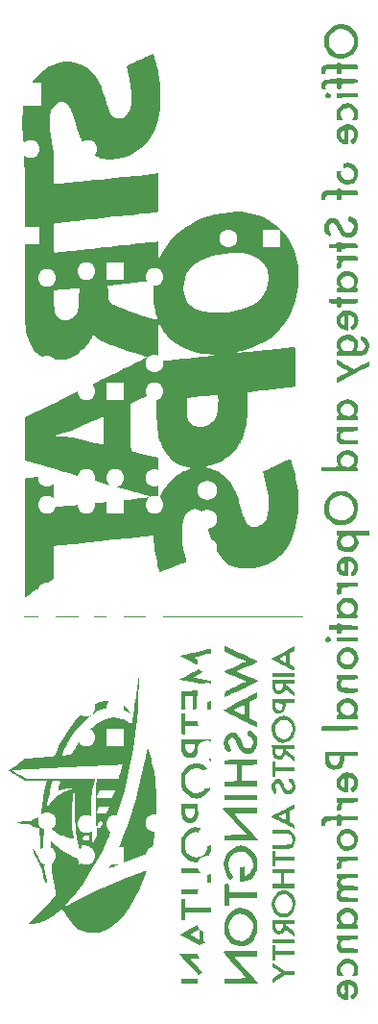
<source format=gbr>
%TF.GenerationSoftware,KiCad,Pcbnew,8.0.4*%
%TF.CreationDate,2024-09-13T06:36:19-04:00*%
%TF.ProjectId,UpTime,55705469-6d65-42e6-9b69-6361645f7063,rev?*%
%TF.SameCoordinates,Original*%
%TF.FileFunction,Legend,Bot*%
%TF.FilePolarity,Positive*%
%FSLAX46Y46*%
G04 Gerber Fmt 4.6, Leading zero omitted, Abs format (unit mm)*
G04 Created by KiCad (PCBNEW 8.0.4) date 2024-09-13 06:36:19*
%MOMM*%
%LPD*%
G01*
G04 APERTURE LIST*
%ADD10C,0.000000*%
%ADD11C,2.700000*%
%ADD12C,1.600000*%
%ADD13O,1.600000X1.600000*%
%ADD14R,1.800000X1.800000*%
%ADD15C,1.800000*%
%ADD16R,1.600000X1.600000*%
%ADD17R,2.000000X2.000000*%
%ADD18C,2.000000*%
%ADD19R,3.000000X3.000000*%
%ADD20C,3.000000*%
%ADD21R,2.600000X2.600000*%
%ADD22C,2.600000*%
%ADD23C,1.728000*%
%ADD24R,2.200000X2.200000*%
%ADD25O,2.200000X2.200000*%
G04 APERTURE END LIST*
D10*
%TO.C,G\u002A\u002A\u002A*%
G36*
X151005172Y-131533526D02*
G01*
X151005172Y-131749364D01*
X149686166Y-131749364D01*
X148367161Y-131749364D01*
X148367161Y-131533526D01*
X148367161Y-131317689D01*
X149686166Y-131317689D01*
X151005172Y-131317689D01*
X151005172Y-131533526D01*
G37*
G36*
X155034138Y-123259758D02*
G01*
X155034138Y-123501004D01*
X153607213Y-123488300D01*
X152180287Y-123475595D01*
X152180287Y-123259758D01*
X152180287Y-123043921D01*
X153607213Y-123031215D01*
X155034138Y-123018511D01*
X155034138Y-123259758D01*
G37*
G36*
X158391610Y-112442931D02*
G01*
X158391610Y-112611777D01*
X157381329Y-112611777D01*
X156371048Y-112611777D01*
X156386079Y-112455895D01*
X156401108Y-112300012D01*
X157396358Y-112287048D01*
X158391610Y-112274084D01*
X158391610Y-112442931D01*
G37*
G36*
X158391610Y-135898239D02*
G01*
X158391610Y-136066112D01*
X157384367Y-136066112D01*
X156377126Y-136066112D01*
X156377126Y-135898239D01*
X156377126Y-135730365D01*
X157384367Y-135730365D01*
X158391610Y-135730365D01*
X158391610Y-135898239D01*
G37*
G36*
X151005172Y-130142574D02*
G01*
X151005172Y-130790086D01*
X150813317Y-130790086D01*
X150621461Y-130790086D01*
X150621461Y-130358412D01*
X150621461Y-129926736D01*
X149494310Y-129926736D01*
X148367161Y-129926736D01*
X148367161Y-129710900D01*
X148367161Y-129495062D01*
X149686166Y-129495062D01*
X151005172Y-129495062D01*
X151005172Y-130142574D01*
G37*
G36*
X163279260Y-109160153D02*
G01*
X163530204Y-109164952D01*
X163731836Y-109172218D01*
X163868619Y-109181395D01*
X163925015Y-109191927D01*
X163943772Y-109258194D01*
X163941889Y-109371791D01*
X163925215Y-109518107D01*
X163005021Y-109531134D01*
X162084828Y-109544160D01*
X162084828Y-109351270D01*
X162084828Y-109158379D01*
X162988147Y-109158379D01*
X162994542Y-109158379D01*
X163279260Y-109160153D01*
G37*
G36*
X161425207Y-61219978D02*
G01*
X161530523Y-61301105D01*
X161556133Y-61338714D01*
X161597766Y-61428191D01*
X161576810Y-61503975D01*
X161487942Y-61603894D01*
X161396192Y-61673675D01*
X161275687Y-61687608D01*
X161137541Y-61612860D01*
X161114378Y-61586637D01*
X161081589Y-61478106D01*
X161088401Y-61350180D01*
X161135143Y-61252061D01*
X161163038Y-61229669D01*
X161288234Y-61194370D01*
X161425207Y-61219978D01*
G37*
G36*
X162997011Y-61242470D02*
G01*
X163280336Y-61243539D01*
X163528678Y-61246403D01*
X163726802Y-61250729D01*
X163859472Y-61256189D01*
X163911452Y-61262453D01*
X163912891Y-61264306D01*
X163926036Y-61327892D01*
X163931437Y-61442318D01*
X163931437Y-61602198D01*
X163008132Y-61615224D01*
X162084828Y-61628251D01*
X162084828Y-61435359D01*
X162084828Y-61242468D01*
X162988147Y-61242468D01*
X162997011Y-61242470D01*
G37*
G36*
X148712797Y-132576741D02*
G01*
X148726889Y-132924479D01*
X149866031Y-132937337D01*
X151005172Y-132950197D01*
X151005172Y-133165166D01*
X151005172Y-133380136D01*
X149854040Y-133380136D01*
X148702908Y-133380136D01*
X148702908Y-133715883D01*
X148702908Y-134051630D01*
X148535034Y-134051630D01*
X148367161Y-134051630D01*
X148367161Y-133140316D01*
X148367161Y-132229003D01*
X148532932Y-132229003D01*
X148698705Y-132229003D01*
X148712797Y-132576741D01*
G37*
G36*
X148702908Y-116182421D02*
G01*
X148702908Y-116544815D01*
X149854040Y-116544815D01*
X151005172Y-116544815D01*
X151005172Y-116760653D01*
X151005172Y-116976491D01*
X149854040Y-116976491D01*
X148702908Y-116976491D01*
X148702908Y-117332047D01*
X148702908Y-117687602D01*
X148547024Y-117679785D01*
X148391142Y-117671966D01*
X148391142Y-116763798D01*
X148391142Y-115855631D01*
X148547024Y-115837830D01*
X148702908Y-115820029D01*
X148702908Y-116182421D01*
G37*
G36*
X161383208Y-109080604D02*
G01*
X161479759Y-109128745D01*
X161556261Y-109219768D01*
X161563987Y-109238986D01*
X161595642Y-109332864D01*
X161586177Y-109397041D01*
X161530523Y-109483453D01*
X161483228Y-109531174D01*
X161362737Y-109583412D01*
X161234245Y-109584686D01*
X161138869Y-109530098D01*
X161080659Y-109436086D01*
X161066867Y-109307537D01*
X161143063Y-109175737D01*
X161185762Y-109129741D01*
X161275934Y-109073846D01*
X161383208Y-109080604D01*
G37*
G36*
X152476765Y-130842445D02*
G01*
X152534387Y-130901123D01*
X152564265Y-131026954D01*
X152578007Y-131234272D01*
X152592015Y-131605472D01*
X153813077Y-131605472D01*
X155034138Y-131605472D01*
X155034138Y-131845291D01*
X155034138Y-132085111D01*
X153813077Y-132085111D01*
X152592015Y-132085111D01*
X152578007Y-132456830D01*
X152563999Y-132828551D01*
X152372143Y-132828551D01*
X152180287Y-132828551D01*
X152169496Y-131857895D01*
X152158703Y-130887240D01*
X152273620Y-130858397D01*
X152379790Y-130836590D01*
X152476765Y-130842445D01*
G37*
G36*
X156648002Y-136289090D02*
G01*
X156662612Y-136366926D01*
X156664910Y-136518583D01*
X156664910Y-136785571D01*
X157528260Y-136785571D01*
X158391610Y-136785571D01*
X158391610Y-136953444D01*
X158391610Y-137121318D01*
X157528260Y-137121318D01*
X156664910Y-137121318D01*
X156664910Y-137385119D01*
X156664909Y-137390741D01*
X156662319Y-137539114D01*
X156645920Y-137615859D01*
X156602712Y-137644591D01*
X156519701Y-137648921D01*
X156374492Y-137648921D01*
X156387800Y-136965435D01*
X156401108Y-136281950D01*
X156533008Y-136266774D01*
X156535532Y-136266484D01*
X156609501Y-136262977D01*
X156648002Y-136289090D01*
G37*
G36*
X156604527Y-127964919D02*
G01*
X156646658Y-127994712D01*
X156662494Y-128073208D01*
X156664910Y-128224019D01*
X156664910Y-128487820D01*
X157528260Y-128487820D01*
X158391610Y-128487820D01*
X158391610Y-128655694D01*
X158391610Y-128823568D01*
X157528260Y-128823568D01*
X156664910Y-128823568D01*
X156664910Y-129087368D01*
X156664910Y-129091403D01*
X156662346Y-129240468D01*
X156646095Y-129317710D01*
X156603278Y-129346741D01*
X156521019Y-129351170D01*
X156377126Y-129351170D01*
X156377126Y-128655694D01*
X156377126Y-127960218D01*
X156521019Y-127960218D01*
X156523219Y-127960218D01*
X156604527Y-127964919D01*
G37*
G36*
X161922720Y-116938703D02*
G01*
X162253809Y-116940559D01*
X162589026Y-116943827D01*
X162914078Y-116948378D01*
X163214672Y-116954081D01*
X163476513Y-116960807D01*
X163685308Y-116968427D01*
X163826765Y-116976809D01*
X163886588Y-116985826D01*
X163889307Y-116987826D01*
X163922583Y-117059346D01*
X163934552Y-117177682D01*
X163931437Y-117336219D01*
X162336638Y-117348857D01*
X160741839Y-117361495D01*
X160741839Y-117174124D01*
X160759270Y-117029707D01*
X160816882Y-116957957D01*
X160829480Y-116955149D01*
X160925523Y-116947997D01*
X161097162Y-116942906D01*
X161330104Y-116939747D01*
X161610054Y-116938389D01*
X161922720Y-116938703D01*
G37*
G36*
X156588902Y-120097415D02*
G01*
X156639180Y-120123757D01*
X156662609Y-120197458D01*
X156674394Y-120342768D01*
X156688892Y-120591395D01*
X157490909Y-120578906D01*
X157687508Y-120576786D01*
X157935513Y-120577056D01*
X158138648Y-120580739D01*
X158279902Y-120587478D01*
X158342268Y-120596911D01*
X158346581Y-120600207D01*
X158378522Y-120672700D01*
X158391610Y-120792449D01*
X158391610Y-120957492D01*
X157528260Y-120957492D01*
X156664910Y-120957492D01*
X156664910Y-121197312D01*
X156663294Y-121315740D01*
X156648674Y-121399676D01*
X156606198Y-121431891D01*
X156521019Y-121437130D01*
X156377126Y-121437130D01*
X156377126Y-120765636D01*
X156377126Y-120094142D01*
X156518512Y-120094142D01*
X156588902Y-120097415D01*
G37*
G36*
X158391610Y-129710900D02*
G01*
X158391610Y-129878773D01*
X157911970Y-129878773D01*
X157432331Y-129878773D01*
X157432331Y-130356674D01*
X157432331Y-130834576D01*
X157899979Y-130848305D01*
X158367628Y-130862032D01*
X158382513Y-131041897D01*
X158397400Y-131221761D01*
X157387263Y-131221761D01*
X156377126Y-131221761D01*
X156377126Y-131053888D01*
X156377504Y-131032788D01*
X156393287Y-130926471D01*
X156425090Y-130880018D01*
X156428588Y-130879566D01*
X156521019Y-130862032D01*
X156581757Y-130855591D01*
X156712549Y-130848887D01*
X156880747Y-130844045D01*
X157192513Y-130838050D01*
X157192513Y-130358412D01*
X157192513Y-129878773D01*
X156784819Y-129878773D01*
X156377126Y-129878773D01*
X156377126Y-129710900D01*
X156377126Y-129543026D01*
X157384367Y-129543026D01*
X158391610Y-129543026D01*
X158391610Y-129710900D01*
G37*
G36*
X149930059Y-113859971D02*
G01*
X150215005Y-113864125D01*
X150465814Y-113870787D01*
X150661892Y-113879382D01*
X150782640Y-113889340D01*
X151005172Y-113919841D01*
X151005172Y-114731603D01*
X151005172Y-115543364D01*
X150825308Y-115528479D01*
X150645443Y-115513592D01*
X150631976Y-114926035D01*
X150618509Y-114338477D01*
X150189833Y-114338477D01*
X149761156Y-114338477D01*
X149747643Y-114902053D01*
X149734129Y-115465628D01*
X149554266Y-115480514D01*
X149374401Y-115495401D01*
X149374401Y-114916938D01*
X149374401Y-114338477D01*
X149038655Y-114338477D01*
X148702908Y-114338477D01*
X148702908Y-114938026D01*
X148702908Y-115537574D01*
X148535034Y-115537574D01*
X148367161Y-115537574D01*
X148367161Y-114728708D01*
X148367161Y-113919841D01*
X148589691Y-113889340D01*
X148682161Y-113881116D01*
X148866018Y-113872229D01*
X149108368Y-113865171D01*
X149388616Y-113860517D01*
X149686166Y-113858838D01*
X149930059Y-113859971D01*
G37*
G36*
X162996654Y-128439857D02*
G01*
X163280180Y-128441030D01*
X163528900Y-128444175D01*
X163727533Y-128448927D01*
X163860799Y-128454926D01*
X163913418Y-128461807D01*
X163914745Y-128463431D01*
X163928212Y-128527362D01*
X163931726Y-128641672D01*
X163928081Y-128799585D01*
X163330210Y-128825409D01*
X163097398Y-128839323D01*
X162880021Y-128860253D01*
X162715349Y-128884927D01*
X162624987Y-128910730D01*
X162537001Y-128991854D01*
X162478510Y-129144551D01*
X162487856Y-129325679D01*
X162496975Y-129383629D01*
X162468936Y-129455196D01*
X162368817Y-129521006D01*
X162332225Y-129538932D01*
X162199048Y-129575142D01*
X162113229Y-129532779D01*
X162062649Y-129407343D01*
X162060677Y-129397654D01*
X162061154Y-129262349D01*
X162111941Y-129089032D01*
X162218196Y-128859541D01*
X162217041Y-128841318D01*
X162160770Y-128823568D01*
X162133103Y-128818288D01*
X162095678Y-128762751D01*
X162084828Y-128631712D01*
X162084828Y-128439856D01*
X162988147Y-128439856D01*
X162996654Y-128439857D01*
G37*
G36*
X149127978Y-123835324D02*
G01*
X149681114Y-123835324D01*
X151005172Y-123835324D01*
X151005172Y-124051162D01*
X151005172Y-124267000D01*
X150487122Y-124267000D01*
X149969071Y-124267000D01*
X149917056Y-124628047D01*
X149907853Y-124686019D01*
X149820908Y-125002145D01*
X149686317Y-125245700D01*
X149510409Y-125412279D01*
X149299518Y-125497481D01*
X149059972Y-125496903D01*
X148798105Y-125406141D01*
X148696531Y-125349237D01*
X148570023Y-125247982D01*
X148481689Y-125119336D01*
X148424369Y-124946285D01*
X148390897Y-124711812D01*
X148374112Y-124398900D01*
X148370120Y-124267000D01*
X148689700Y-124267000D01*
X148722002Y-124541839D01*
X148734819Y-124633086D01*
X148794038Y-124853020D01*
X148887952Y-124993666D01*
X149022014Y-125064532D01*
X149193128Y-125072126D01*
X149358953Y-124997346D01*
X149482245Y-124842051D01*
X149493059Y-124818773D01*
X149545007Y-124647908D01*
X149566182Y-124470845D01*
X149566256Y-124267000D01*
X149127978Y-124267000D01*
X148689700Y-124267000D01*
X148370120Y-124267000D01*
X148357057Y-123835324D01*
X149127978Y-123835324D01*
G37*
G36*
X155034138Y-120164735D02*
G01*
X155034138Y-120379219D01*
X154374634Y-120392562D01*
X153715131Y-120405907D01*
X153701858Y-121113374D01*
X153688585Y-121820842D01*
X154361361Y-121820842D01*
X155034138Y-121820842D01*
X155034138Y-122060661D01*
X155034138Y-122300480D01*
X153620117Y-122300480D01*
X152206097Y-122300480D01*
X152183213Y-122192562D01*
X152171747Y-122106906D01*
X152170308Y-121964733D01*
X152176509Y-121916837D01*
X152196801Y-121881313D01*
X152247245Y-121858821D01*
X152344278Y-121845540D01*
X152504339Y-121837644D01*
X152743863Y-121831310D01*
X153307438Y-121817797D01*
X153307438Y-121099862D01*
X153307438Y-120381925D01*
X152741521Y-120381925D01*
X152175602Y-120381925D01*
X152182370Y-120226042D01*
X152182392Y-120225560D01*
X152189387Y-120098119D01*
X152196703Y-120010206D01*
X152218453Y-119992762D01*
X152287106Y-119978337D01*
X152410776Y-119967306D01*
X152597641Y-119959327D01*
X152855881Y-119954055D01*
X153193675Y-119951144D01*
X153619204Y-119950250D01*
X155034138Y-119950250D01*
X155034138Y-120164735D01*
G37*
G36*
X156968681Y-114626260D02*
G01*
X157384367Y-114626260D01*
X158391610Y-114626260D01*
X158391610Y-114794133D01*
X158391610Y-114962007D01*
X157983916Y-114962007D01*
X157576223Y-114962007D01*
X157576223Y-115185622D01*
X157576221Y-115187729D01*
X157539165Y-115440955D01*
X157437776Y-115651124D01*
X157284910Y-115805234D01*
X157093429Y-115890288D01*
X156876190Y-115893284D01*
X156808954Y-115876787D01*
X156619460Y-115771522D01*
X156484576Y-115588683D01*
X156403926Y-115327583D01*
X156377126Y-114987530D01*
X156377126Y-114962007D01*
X156664910Y-114962007D01*
X156664910Y-115133034D01*
X156678594Y-115270198D01*
X156736776Y-115438876D01*
X156827973Y-115548830D01*
X156835059Y-115553337D01*
X156967687Y-115587448D01*
X157109284Y-115559319D01*
X157212983Y-115477619D01*
X157231513Y-115443941D01*
X157274279Y-115322326D01*
X157303776Y-115181273D01*
X157313683Y-115057376D01*
X157297679Y-114987234D01*
X157249607Y-114975332D01*
X157130149Y-114965702D01*
X156968681Y-114962007D01*
X156664910Y-114962007D01*
X156377126Y-114962007D01*
X156377126Y-114626260D01*
X156968681Y-114626260D01*
G37*
G36*
X162331840Y-74337912D02*
G01*
X162436858Y-74358525D01*
X162468539Y-74408552D01*
X162470655Y-74421766D01*
X162497310Y-74446719D01*
X162565398Y-74463640D01*
X162688534Y-74473958D01*
X162880337Y-74479101D01*
X163154422Y-74480498D01*
X163391852Y-74482469D01*
X163652757Y-74492250D01*
X163820527Y-74510322D01*
X163896605Y-74536796D01*
X163932444Y-74617946D01*
X163941026Y-74740643D01*
X163929148Y-74888190D01*
X163210834Y-74912172D01*
X162492520Y-74936154D01*
X162477289Y-75094739D01*
X162474973Y-75117854D01*
X162455177Y-75209309D01*
X162402345Y-75241807D01*
X162285434Y-75238631D01*
X162168688Y-75220361D01*
X162114214Y-75173261D01*
X162093938Y-75070181D01*
X162079066Y-74916424D01*
X161758191Y-74902308D01*
X161437316Y-74888190D01*
X161437316Y-74696335D01*
X161437316Y-74504480D01*
X161761157Y-74504480D01*
X161905633Y-74502461D01*
X162018640Y-74491317D01*
X162071716Y-74465743D01*
X162084913Y-74420543D01*
X162093031Y-74380717D01*
X162148745Y-74345996D01*
X162276683Y-74336606D01*
X162331840Y-74337912D01*
G37*
G36*
X162995036Y-123307723D02*
G01*
X163279477Y-123309358D01*
X163529901Y-123313770D01*
X163730832Y-123320448D01*
X163866792Y-123328881D01*
X163922305Y-123338560D01*
X163922535Y-123338794D01*
X163940617Y-123404559D01*
X163941185Y-123518424D01*
X163929228Y-123667451D01*
X163299623Y-123691433D01*
X163228213Y-123694238D01*
X162983362Y-123706337D01*
X162812365Y-123721182D01*
X162697410Y-123741677D01*
X162620685Y-123770722D01*
X162564378Y-123811220D01*
X162509303Y-123872017D01*
X162476472Y-123966776D01*
X162481922Y-124112709D01*
X162486521Y-124156176D01*
X162487619Y-124270197D01*
X162451550Y-124336560D01*
X162362583Y-124392094D01*
X162314223Y-124415152D01*
X162187504Y-124442337D01*
X162106172Y-124387960D01*
X162058298Y-124246310D01*
X162053823Y-124219732D01*
X162057902Y-124064976D01*
X162127599Y-123905300D01*
X162187097Y-123802272D01*
X162221165Y-123726975D01*
X162210120Y-123696888D01*
X162156773Y-123691433D01*
X162136089Y-123687950D01*
X162096707Y-123632980D01*
X162084828Y-123499577D01*
X162084828Y-123307721D01*
X162988147Y-123307721D01*
X162995036Y-123307723D01*
G37*
G36*
X163103053Y-104314172D02*
G01*
X163415455Y-104316945D01*
X163644260Y-104323703D01*
X163798924Y-104335056D01*
X163888897Y-104351614D01*
X163923636Y-104373982D01*
X163936032Y-104437456D01*
X163935723Y-104553847D01*
X163934246Y-104568034D01*
X163924660Y-104612733D01*
X163897213Y-104643515D01*
X163836307Y-104663893D01*
X163726339Y-104677380D01*
X163551711Y-104687491D01*
X163296827Y-104697738D01*
X163177866Y-104702756D01*
X162903394Y-104721285D01*
X162708249Y-104751063D01*
X162580214Y-104798134D01*
X162507079Y-104868540D01*
X162476628Y-104968323D01*
X162476650Y-105103527D01*
X162478514Y-105131202D01*
X162475053Y-105247882D01*
X162430900Y-105316598D01*
X162323706Y-105377360D01*
X162156773Y-105457444D01*
X162094293Y-105311558D01*
X162087304Y-105294158D01*
X162056768Y-105123139D01*
X162082757Y-104958440D01*
X162159856Y-104839071D01*
X162209111Y-104786864D01*
X162221535Y-104723261D01*
X162156773Y-104697738D01*
X162136089Y-104694256D01*
X162096707Y-104639286D01*
X162084828Y-104505883D01*
X162084828Y-104314027D01*
X162992144Y-104314027D01*
X163103053Y-104314172D01*
G37*
G36*
X162996083Y-75583668D02*
G01*
X163279934Y-75585005D01*
X163529254Y-75588597D01*
X163728696Y-75594027D01*
X163862911Y-75600882D01*
X163916549Y-75608748D01*
X163917595Y-75609936D01*
X163932729Y-75674446D01*
X163935529Y-75788613D01*
X163929427Y-75943396D01*
X163299806Y-75967378D01*
X163228534Y-75970177D01*
X162983625Y-75982277D01*
X162812579Y-75997124D01*
X162697579Y-76017619D01*
X162620812Y-76046666D01*
X162564462Y-76087165D01*
X162514499Y-76140810D01*
X162477108Y-76236360D01*
X162481079Y-76381175D01*
X162485900Y-76426890D01*
X162485351Y-76535866D01*
X162443386Y-76599815D01*
X162340460Y-76657090D01*
X162312964Y-76670077D01*
X162210006Y-76716169D01*
X162158866Y-76734799D01*
X162155706Y-76733177D01*
X162126423Y-76678955D01*
X162086422Y-76571756D01*
X162056751Y-76403927D01*
X162081029Y-76231227D01*
X162161479Y-76107364D01*
X162209253Y-76056682D01*
X162221542Y-75993049D01*
X162156773Y-75967378D01*
X162136089Y-75963896D01*
X162096707Y-75908926D01*
X162084828Y-75775522D01*
X162084828Y-75583666D01*
X162988147Y-75583666D01*
X162996083Y-75583668D01*
G37*
G36*
X156495734Y-137838083D02*
G01*
X156610283Y-137903138D01*
X156781727Y-138014032D01*
X157021533Y-138174440D01*
X157525062Y-138512270D01*
X157958336Y-138512270D01*
X158391610Y-138512270D01*
X158391610Y-138680144D01*
X158391610Y-138848018D01*
X157953102Y-138848018D01*
X157514594Y-138848018D01*
X157020858Y-139184098D01*
X157018310Y-139185833D01*
X156779945Y-139347444D01*
X156609462Y-139458794D01*
X156495485Y-139523475D01*
X156426639Y-139545077D01*
X156391548Y-139527194D01*
X156378836Y-139473416D01*
X156377126Y-139387334D01*
X156377169Y-139368487D01*
X156382561Y-139282820D01*
X156408029Y-139216802D01*
X156469167Y-139153264D01*
X156581572Y-139075042D01*
X156760837Y-138964967D01*
X156852805Y-138907888D01*
X157002668Y-138807354D01*
X157106025Y-138727646D01*
X157144549Y-138682263D01*
X157132823Y-138662524D01*
X157057323Y-138595779D01*
X156927295Y-138501166D01*
X156760837Y-138392360D01*
X156731684Y-138374174D01*
X156562858Y-138266311D01*
X156458433Y-138188835D01*
X156402966Y-138124661D01*
X156381012Y-138056703D01*
X156377126Y-137967873D01*
X156377125Y-137962727D01*
X156378774Y-137881188D01*
X156391447Y-137830784D01*
X156426610Y-137815190D01*
X156495734Y-137838083D01*
G37*
G36*
X163148728Y-137470626D02*
G01*
X163150016Y-137470743D01*
X163439225Y-137538434D01*
X163671055Y-137682921D01*
X163845009Y-137903761D01*
X163960593Y-138200505D01*
X163980969Y-138370188D01*
X163964428Y-138602302D01*
X163908525Y-138821219D01*
X163892935Y-138858092D01*
X163847455Y-138914038D01*
X163765154Y-138938531D01*
X163616594Y-138943945D01*
X163371325Y-138943945D01*
X163495498Y-138796373D01*
X163535478Y-138744704D01*
X163601381Y-138604540D01*
X163619672Y-138423334D01*
X163619302Y-138392754D01*
X163585699Y-138183765D01*
X163488382Y-138033021D01*
X163314309Y-137918974D01*
X163157712Y-137862085D01*
X162935430Y-137852161D01*
X162722678Y-137934762D01*
X162653411Y-137982986D01*
X162505040Y-138154689D01*
X162438745Y-138359516D01*
X162457628Y-138580459D01*
X162564791Y-138800509D01*
X162666926Y-138943945D01*
X162425528Y-138943945D01*
X162395085Y-138943727D01*
X162246514Y-138928296D01*
X162153622Y-138874740D01*
X162097150Y-138763801D01*
X162057838Y-138576217D01*
X162057790Y-138575916D01*
X162060214Y-138295107D01*
X162153134Y-138020487D01*
X162331518Y-137766931D01*
X162435032Y-137665060D01*
X162636766Y-137531431D01*
X162865895Y-137469799D01*
X163148728Y-137470626D01*
G37*
G36*
X157252429Y-126089713D02*
G01*
X157511235Y-126091477D01*
X157697511Y-126097064D01*
X157828429Y-126108488D01*
X157921163Y-126127765D01*
X157992882Y-126156908D01*
X158060760Y-126197932D01*
X158106636Y-126233271D01*
X158231162Y-126366151D01*
X158331654Y-126519860D01*
X158415838Y-126773129D01*
X158428499Y-127038337D01*
X158373928Y-127291489D01*
X158257046Y-127509835D01*
X158082770Y-127670626D01*
X158073042Y-127676556D01*
X158004278Y-127711943D01*
X157923791Y-127736948D01*
X157814741Y-127753332D01*
X157660291Y-127762856D01*
X157443604Y-127767279D01*
X157147839Y-127768362D01*
X156371048Y-127768362D01*
X156386079Y-127612480D01*
X156401108Y-127456597D01*
X157173355Y-127432615D01*
X157226316Y-127430951D01*
X157527578Y-127419488D01*
X157749098Y-127403881D01*
X157904940Y-127379255D01*
X158009169Y-127340733D01*
X158075850Y-127283440D01*
X158119046Y-127202499D01*
X158152823Y-127093035D01*
X158160318Y-127063679D01*
X158176701Y-126901591D01*
X158134251Y-126745161D01*
X158091824Y-126653121D01*
X158031310Y-126564157D01*
X157949399Y-126501796D01*
X157831196Y-126461386D01*
X157661807Y-126438279D01*
X157426339Y-126427825D01*
X157109894Y-126425374D01*
X156377126Y-126425374D01*
X156377126Y-126257500D01*
X156377126Y-126089627D01*
X157137455Y-126089627D01*
X157252429Y-126089713D01*
G37*
G36*
X161899653Y-119230792D02*
G01*
X162460544Y-119230792D01*
X162583890Y-119230884D01*
X162935497Y-119232195D01*
X163251325Y-119234901D01*
X163519342Y-119238796D01*
X163727522Y-119243677D01*
X163863834Y-119249338D01*
X163916248Y-119255573D01*
X163917318Y-119256793D01*
X163932624Y-119321233D01*
X163936234Y-119435438D01*
X163931437Y-119590521D01*
X163353228Y-119603914D01*
X162775021Y-119617306D01*
X162722520Y-119981730D01*
X162670793Y-120233028D01*
X162566911Y-120480249D01*
X162413569Y-120652440D01*
X162203248Y-120757379D01*
X161928428Y-120802837D01*
X161813114Y-120807813D01*
X161669575Y-120799629D01*
X161553912Y-120762148D01*
X161423999Y-120685582D01*
X161297670Y-120590013D01*
X161169327Y-120440899D01*
X161086791Y-120254431D01*
X161042684Y-120012072D01*
X161029622Y-119695287D01*
X161029622Y-119614503D01*
X161413334Y-119614503D01*
X161413334Y-119807899D01*
X161419076Y-119907973D01*
X161464128Y-120110212D01*
X161543816Y-120276877D01*
X161645938Y-120378064D01*
X161818086Y-120427887D01*
X162003886Y-120410381D01*
X162166455Y-120331149D01*
X162274809Y-120199011D01*
X162290469Y-120158778D01*
X162330104Y-120011622D01*
X162358724Y-119844571D01*
X162385973Y-119614503D01*
X161899653Y-119614503D01*
X161413334Y-119614503D01*
X161029622Y-119614503D01*
X161029622Y-119230792D01*
X161899653Y-119230792D01*
G37*
G36*
X163455424Y-90605536D02*
G01*
X163694370Y-90611998D01*
X163846362Y-90624743D01*
X163907006Y-90643597D01*
X163907481Y-90644386D01*
X163927836Y-90725265D01*
X163934507Y-90848558D01*
X163931437Y-91004052D01*
X163273520Y-91028034D01*
X163121096Y-91034051D01*
X162870004Y-91049060D01*
X162693245Y-91072436D01*
X162576263Y-91110111D01*
X162504504Y-91168012D01*
X162463415Y-91252069D01*
X162438438Y-91368211D01*
X162438417Y-91521686D01*
X162507709Y-91652616D01*
X162513633Y-91659876D01*
X162556841Y-91705350D01*
X162610158Y-91737370D01*
X162690741Y-91759163D01*
X162815747Y-91773950D01*
X163002331Y-91784954D01*
X163267650Y-91795400D01*
X163931437Y-91819439D01*
X163931437Y-91987312D01*
X163931437Y-92155186D01*
X163235961Y-92167774D01*
X163133216Y-92169470D01*
X162874742Y-92171057D01*
X162688010Y-92166006D01*
X162554862Y-92152799D01*
X162457137Y-92129912D01*
X162376678Y-92095829D01*
X162235679Y-91993450D01*
X162110176Y-91812491D01*
X162054798Y-91599170D01*
X162074670Y-91377018D01*
X162174917Y-91169566D01*
X162272158Y-91038039D01*
X162175379Y-91012731D01*
X162125948Y-90991521D01*
X162092950Y-90929601D01*
X162093704Y-90803882D01*
X162108810Y-90620342D01*
X162992622Y-90607235D01*
X163133921Y-90605531D01*
X163455424Y-90605536D01*
G37*
G36*
X162350185Y-79183778D02*
G01*
X162447376Y-79210926D01*
X162492520Y-79276886D01*
X162494175Y-79281942D01*
X162513256Y-79318252D01*
X162551869Y-79343363D01*
X162625294Y-79359323D01*
X162748808Y-79368184D01*
X162937690Y-79371998D01*
X163207216Y-79372813D01*
X163300525Y-79373110D01*
X163536875Y-79376695D01*
X163731528Y-79383708D01*
X163866409Y-79393342D01*
X163923443Y-79404789D01*
X163937050Y-79421910D01*
X163952798Y-79504306D01*
X163925516Y-79647354D01*
X163920089Y-79665970D01*
X163900869Y-79702220D01*
X163861070Y-79727427D01*
X163785623Y-79744062D01*
X163659462Y-79754598D01*
X163467517Y-79761508D01*
X163194720Y-79767263D01*
X162492520Y-79780506D01*
X162477491Y-79936389D01*
X162474479Y-79965391D01*
X162453121Y-80051236D01*
X162396217Y-80085851D01*
X162273644Y-80092271D01*
X162223487Y-80091970D01*
X162127880Y-80080244D01*
X162090947Y-80033265D01*
X162084828Y-79926589D01*
X162084828Y-79760907D01*
X161761072Y-79746724D01*
X161437316Y-79732542D01*
X161422429Y-79552678D01*
X161407542Y-79372813D01*
X161746185Y-79372813D01*
X161777598Y-79372776D01*
X161942659Y-79369284D01*
X162035263Y-79355997D01*
X162075842Y-79327127D01*
X162084828Y-79276886D01*
X162094905Y-79222875D01*
X162149227Y-79189299D01*
X162273451Y-79180957D01*
X162350185Y-79183778D01*
G37*
G36*
X162350226Y-107914355D02*
G01*
X162442304Y-107941531D01*
X162482436Y-108007245D01*
X162484756Y-108015586D01*
X162502443Y-108050676D01*
X162540941Y-108074904D01*
X162615271Y-108090269D01*
X162740459Y-108098771D01*
X162931525Y-108102405D01*
X163203491Y-108103173D01*
X163368761Y-108103821D01*
X163617382Y-108108997D01*
X163785423Y-108120049D01*
X163882893Y-108137813D01*
X163919802Y-108163128D01*
X163931446Y-108226076D01*
X163935791Y-108342992D01*
X163931437Y-108462903D01*
X163211978Y-108486885D01*
X163121273Y-108489953D01*
X162869834Y-108499696D01*
X162695726Y-108510172D01*
X162584601Y-108523751D01*
X162522110Y-108542802D01*
X162493901Y-108569694D01*
X162485628Y-108606794D01*
X162481337Y-108665335D01*
X162473637Y-108765572D01*
X162473214Y-108769099D01*
X162423041Y-108809995D01*
X162288675Y-108813535D01*
X162283083Y-108813067D01*
X162166349Y-108794187D01*
X162113553Y-108746449D01*
X162093779Y-108642767D01*
X162078750Y-108486885D01*
X161746041Y-108486885D01*
X161413334Y-108486885D01*
X161413334Y-108295029D01*
X161413334Y-108103173D01*
X161749081Y-108103173D01*
X161775806Y-108103147D01*
X161941770Y-108099749D01*
X162034920Y-108086540D01*
X162075769Y-108057659D01*
X162084828Y-108007245D01*
X162094342Y-107954273D01*
X162147817Y-107919888D01*
X162271089Y-107911318D01*
X162350226Y-107914355D01*
G37*
G36*
X163049780Y-67365050D02*
G01*
X163137030Y-67379277D01*
X163354509Y-67414739D01*
X163607689Y-67542252D01*
X163802493Y-67742768D01*
X163932096Y-68011462D01*
X163973088Y-68237095D01*
X163952012Y-68521047D01*
X163860102Y-68790231D01*
X163705930Y-69021354D01*
X163498065Y-69191118D01*
X163391105Y-69239364D01*
X163143967Y-69293356D01*
X162881397Y-69292924D01*
X162646863Y-69235786D01*
X162485898Y-69135896D01*
X162313370Y-68967812D01*
X162169702Y-68769040D01*
X162082401Y-68571929D01*
X162058801Y-68427151D01*
X162062829Y-68347527D01*
X162429292Y-68347527D01*
X162478592Y-68543984D01*
X162612268Y-68732049D01*
X162616549Y-68736312D01*
X162719169Y-68820020D01*
X162831294Y-68859084D01*
X162995605Y-68868724D01*
X163225491Y-68849371D01*
X163398674Y-68782908D01*
X163534668Y-68659265D01*
X163595285Y-68526176D01*
X163618605Y-68329887D01*
X163603180Y-68175815D01*
X163516489Y-67979532D01*
X163359007Y-67845120D01*
X163137030Y-67779772D01*
X162905207Y-67787462D01*
X162702326Y-67862646D01*
X162549692Y-67991373D01*
X162455836Y-68158162D01*
X162429292Y-68347527D01*
X162062829Y-68347527D01*
X162071789Y-68170435D01*
X162141026Y-67921341D01*
X162258290Y-67719696D01*
X162265729Y-67710923D01*
X162482340Y-67512042D01*
X162726204Y-67399556D01*
X163016354Y-67364546D01*
X163049780Y-67365050D01*
G37*
G36*
X163024923Y-110038724D02*
G01*
X163213701Y-110048375D01*
X163462163Y-110130747D01*
X163679586Y-110278143D01*
X163849747Y-110486684D01*
X163956425Y-110752486D01*
X163982568Y-110873573D01*
X163994663Y-111000617D01*
X163978449Y-111127799D01*
X163931907Y-111300205D01*
X163897177Y-111398415D01*
X163753381Y-111642054D01*
X163553875Y-111825982D01*
X163314913Y-111933515D01*
X163077335Y-111975011D01*
X162805992Y-111959546D01*
X162565750Y-111860951D01*
X162340880Y-111675056D01*
X162162862Y-111431336D01*
X162067240Y-111159928D01*
X162059009Y-110880534D01*
X162061830Y-110870873D01*
X162439362Y-110870873D01*
X162441207Y-111099927D01*
X162457260Y-111169386D01*
X162552207Y-111363642D01*
X162711191Y-111487515D01*
X162938453Y-111544799D01*
X162972734Y-111547659D01*
X163230016Y-111534386D01*
X163424105Y-111455325D01*
X163549988Y-111312378D01*
X163563556Y-111282052D01*
X163603573Y-111131449D01*
X163619672Y-110964375D01*
X163619667Y-110959918D01*
X163607799Y-110815328D01*
X163558510Y-110711538D01*
X163450129Y-110602264D01*
X163433602Y-110587913D01*
X163315031Y-110502361D01*
X163194264Y-110462937D01*
X163024923Y-110453403D01*
X162883096Y-110465421D01*
X162670357Y-110542488D01*
X162519095Y-110681349D01*
X162439362Y-110870873D01*
X162061830Y-110870873D01*
X162138564Y-110608095D01*
X162306295Y-110357560D01*
X162444291Y-110230245D01*
X162688543Y-110094242D01*
X162950421Y-110034914D01*
X163024923Y-110038724D01*
G37*
G36*
X163117448Y-62114807D02*
G01*
X163390900Y-62194448D01*
X163631194Y-62345383D01*
X163818782Y-62553123D01*
X163934115Y-62803182D01*
X163945485Y-62849122D01*
X163972414Y-63052716D01*
X163967254Y-63251863D01*
X163933865Y-63424059D01*
X163876109Y-63546795D01*
X163797848Y-63597564D01*
X163788721Y-63598338D01*
X163693184Y-63606767D01*
X163559335Y-63618847D01*
X163379087Y-63635264D01*
X163499380Y-63477553D01*
X163521939Y-63446541D01*
X163597859Y-63287892D01*
X163619672Y-63091744D01*
X163608534Y-62934950D01*
X163561104Y-62820843D01*
X163456594Y-62700570D01*
X163450509Y-62694506D01*
X163332904Y-62593680D01*
X163219542Y-62548200D01*
X163060893Y-62537672D01*
X162864039Y-62559126D01*
X162677330Y-62629888D01*
X162677049Y-62630060D01*
X162541385Y-62761552D01*
X162458578Y-62940380D01*
X162432438Y-63137820D01*
X162466777Y-63325147D01*
X162565405Y-63473637D01*
X162628524Y-63539637D01*
X162660394Y-63594511D01*
X162647475Y-63603211D01*
X162566869Y-63613668D01*
X162439706Y-63616415D01*
X162297947Y-63611229D01*
X162173548Y-63597890D01*
X162157680Y-63578366D01*
X162122604Y-63488398D01*
X162084384Y-63351028D01*
X162056955Y-63069613D01*
X162114531Y-62775083D01*
X162258840Y-62509726D01*
X162309224Y-62453283D01*
X162463400Y-62328969D01*
X162651333Y-62217313D01*
X162839297Y-62136842D01*
X162993568Y-62106085D01*
X163117448Y-62114807D01*
G37*
G36*
X163046079Y-126022258D02*
G01*
X163153774Y-126040285D01*
X163352205Y-126073499D01*
X163606679Y-126202141D01*
X163802357Y-126403098D01*
X163932096Y-126671279D01*
X163967642Y-126823125D01*
X163971075Y-127110198D01*
X163897253Y-127377567D01*
X163756296Y-127610742D01*
X163558324Y-127795235D01*
X163313459Y-127916557D01*
X163031818Y-127960218D01*
X162773523Y-127929169D01*
X162528703Y-127819423D01*
X162304373Y-127622258D01*
X162302334Y-127619996D01*
X162139856Y-127374097D01*
X162062298Y-127105622D01*
X162063062Y-127060867D01*
X162439127Y-127060867D01*
X162505958Y-127265699D01*
X162649373Y-127434241D01*
X162790265Y-127503717D01*
X163005763Y-127528542D01*
X163215846Y-127511565D01*
X163394665Y-127445210D01*
X163534668Y-127319082D01*
X163595247Y-127186007D01*
X163618605Y-126984153D01*
X163618582Y-126957252D01*
X163605749Y-126810995D01*
X163556501Y-126702073D01*
X163450894Y-126582751D01*
X163438091Y-126569976D01*
X163342817Y-126482568D01*
X163260045Y-126438624D01*
X163153774Y-126426675D01*
X162988002Y-126435249D01*
X162919562Y-126440864D01*
X162766207Y-126464800D01*
X162665048Y-126508817D01*
X162583351Y-126585029D01*
X162542637Y-126637764D01*
X162450735Y-126843603D01*
X162439127Y-127060867D01*
X162063062Y-127060867D01*
X162066990Y-126830894D01*
X162151266Y-126566239D01*
X162312454Y-126327984D01*
X162547889Y-126132450D01*
X162662787Y-126071896D01*
X162817085Y-126030881D01*
X163020123Y-126021662D01*
X163046079Y-126022258D01*
G37*
G36*
X157813179Y-131513610D02*
G01*
X158043025Y-131667872D01*
X158233671Y-131895065D01*
X158371973Y-132191676D01*
X158402429Y-132303936D01*
X158431694Y-132633815D01*
X158383281Y-132967350D01*
X158262889Y-133278527D01*
X158076220Y-133541338D01*
X157873804Y-133696780D01*
X157621534Y-133790495D01*
X157351161Y-133812952D01*
X157084479Y-133765326D01*
X156843283Y-133648788D01*
X156649369Y-133464514D01*
X156537957Y-133297434D01*
X156393002Y-132970439D01*
X156341522Y-132663251D01*
X156617214Y-132663251D01*
X156624329Y-132726285D01*
X156677784Y-132891469D01*
X156767727Y-133074253D01*
X156875145Y-133238788D01*
X156981029Y-133349229D01*
X157008808Y-133367483D01*
X157189202Y-133439672D01*
X157400909Y-133472830D01*
X157593611Y-133458022D01*
X157660641Y-133433530D01*
X157819418Y-133334252D01*
X157970071Y-133196295D01*
X158075896Y-133050666D01*
X158156115Y-132823270D01*
X158172582Y-132563027D01*
X158119397Y-132313561D01*
X158005228Y-132091167D01*
X157838747Y-131912140D01*
X157628624Y-131792773D01*
X157383527Y-131749364D01*
X157328842Y-131752106D01*
X157110449Y-131817747D01*
X156916095Y-131958370D01*
X156759776Y-132157288D01*
X156655483Y-132397811D01*
X156617214Y-132663251D01*
X156341522Y-132663251D01*
X156338064Y-132642619D01*
X156372811Y-132323317D01*
X156496915Y-132021872D01*
X156710043Y-131747627D01*
X156764637Y-131696097D01*
X157019862Y-131523523D01*
X157288455Y-131437924D01*
X157383527Y-131437169D01*
X157557274Y-131435790D01*
X157813179Y-131513610D01*
G37*
G36*
X163103053Y-135394763D02*
G01*
X163415455Y-135397536D01*
X163644260Y-135404294D01*
X163798924Y-135415647D01*
X163888897Y-135432205D01*
X163923636Y-135454573D01*
X163936035Y-135518046D01*
X163935733Y-135634438D01*
X163935328Y-135638435D01*
X163926904Y-135687178D01*
X163902710Y-135720798D01*
X163846736Y-135743170D01*
X163742968Y-135758173D01*
X163575393Y-135769684D01*
X163327997Y-135781577D01*
X163324866Y-135781721D01*
X163086090Y-135796888D01*
X162874720Y-135817935D01*
X162713587Y-135842098D01*
X162625520Y-135866613D01*
X162526124Y-135944348D01*
X162439336Y-136095909D01*
X162424314Y-136267544D01*
X162488512Y-136428665D01*
X162513479Y-136456696D01*
X162563369Y-136486428D01*
X162645423Y-136507730D01*
X162775578Y-136523069D01*
X162969771Y-136534920D01*
X163243944Y-136545751D01*
X163931437Y-136569733D01*
X163931437Y-136761589D01*
X163931437Y-136953444D01*
X163379852Y-136968090D01*
X163374866Y-136968222D01*
X163042303Y-136973274D01*
X162789002Y-136966637D01*
X162598911Y-136945444D01*
X162455979Y-136906828D01*
X162344154Y-136847924D01*
X162247384Y-136765864D01*
X162193643Y-136707299D01*
X162077307Y-136505140D01*
X162055536Y-136288042D01*
X162127749Y-136052546D01*
X162195019Y-135907760D01*
X162222464Y-135823256D01*
X162209050Y-135786412D01*
X162156773Y-135778329D01*
X162136089Y-135774847D01*
X162096707Y-135719877D01*
X162084828Y-135586474D01*
X162084828Y-135394618D01*
X162992144Y-135394618D01*
X163103053Y-135394763D01*
G37*
G36*
X162288675Y-84798289D02*
G01*
X162407682Y-84861360D01*
X162587218Y-84959958D01*
X162801207Y-85079690D01*
X163025140Y-85206956D01*
X163051442Y-85221995D01*
X163253689Y-85335244D01*
X163425516Y-85427454D01*
X163549468Y-85489481D01*
X163608090Y-85512189D01*
X163611000Y-85511972D01*
X163681502Y-85485691D01*
X163807146Y-85424120D01*
X163962802Y-85339495D01*
X164009996Y-85312907D01*
X164197878Y-85209823D01*
X164398205Y-85103307D01*
X164591652Y-85003247D01*
X164758895Y-84919533D01*
X164880612Y-84862053D01*
X164937481Y-84840695D01*
X164944976Y-84850506D01*
X164957650Y-84927607D01*
X164962660Y-85056292D01*
X164962660Y-85271890D01*
X164063337Y-85727987D01*
X163758389Y-85882964D01*
X163438799Y-86045961D01*
X163133397Y-86202246D01*
X162865992Y-86339635D01*
X162660394Y-86445943D01*
X162466032Y-86545721D01*
X162296260Y-86630361D01*
X162175153Y-86687915D01*
X162120801Y-86709545D01*
X162111059Y-86702295D01*
X162092284Y-86630143D01*
X162084828Y-86505315D01*
X162084828Y-86299345D01*
X162509241Y-86091314D01*
X162614148Y-86039044D01*
X162801491Y-85941520D01*
X162953212Y-85857277D01*
X163043782Y-85800216D01*
X163051116Y-85794674D01*
X163090917Y-85760213D01*
X163100650Y-85728132D01*
X163069368Y-85688990D01*
X162986122Y-85633347D01*
X162839962Y-85551765D01*
X162619937Y-85434803D01*
X162085965Y-85152460D01*
X162085397Y-84923657D01*
X162084828Y-84694853D01*
X162288675Y-84798289D01*
G37*
G36*
X162331840Y-69637452D02*
G01*
X162436858Y-69658066D01*
X162468539Y-69708092D01*
X162472206Y-69724752D01*
X162502957Y-69748239D01*
X162576147Y-69764167D01*
X162705139Y-69773880D01*
X162903301Y-69778723D01*
X163184000Y-69780037D01*
X163375001Y-69780869D01*
X163620962Y-69786263D01*
X163787095Y-69797372D01*
X163883377Y-69815011D01*
X163919793Y-69839993D01*
X163932207Y-69920005D01*
X163934687Y-70043839D01*
X163929250Y-70187731D01*
X163198894Y-70200971D01*
X162468539Y-70214212D01*
X162468539Y-70428800D01*
X162468539Y-70643387D01*
X162276683Y-70643387D01*
X162084828Y-70643387D01*
X162084828Y-70427551D01*
X162084828Y-70211713D01*
X161662320Y-70211713D01*
X161659207Y-70211713D01*
X161402573Y-70219221D01*
X161229261Y-70245301D01*
X161127638Y-70295686D01*
X161086072Y-70376108D01*
X161092934Y-70492298D01*
X161101124Y-70534800D01*
X161103435Y-70610344D01*
X161056759Y-70638931D01*
X160937627Y-70643387D01*
X160864747Y-70640271D01*
X160758804Y-70605627D01*
X160707354Y-70516723D01*
X160693875Y-70353938D01*
X160702659Y-70250363D01*
X160780573Y-70044184D01*
X160929096Y-69890083D01*
X160994358Y-69856963D01*
X161119839Y-69824342D01*
X161305526Y-69802358D01*
X161569216Y-69788177D01*
X161625466Y-69786022D01*
X161846547Y-69773879D01*
X161987863Y-69757439D01*
X162062821Y-69734481D01*
X162084828Y-69702786D01*
X162085833Y-69692966D01*
X162138657Y-69649952D01*
X162276683Y-69636146D01*
X162331840Y-69637452D01*
G37*
G36*
X163219971Y-112468212D02*
G01*
X163480221Y-112470386D01*
X163665877Y-112475563D01*
X163789609Y-112484851D01*
X163864081Y-112499351D01*
X163901966Y-112520169D01*
X163915929Y-112548412D01*
X163931358Y-112629939D01*
X163940494Y-112720576D01*
X163921239Y-112781331D01*
X163860099Y-112818923D01*
X163743581Y-112840072D01*
X163558193Y-112851497D01*
X163290442Y-112859917D01*
X163204278Y-112862454D01*
X162970475Y-112870521D01*
X162809229Y-112880724D01*
X162702554Y-112896789D01*
X162632464Y-112922439D01*
X162580973Y-112961403D01*
X162530096Y-113017403D01*
X162490381Y-113066952D01*
X162434695Y-113184139D01*
X162437901Y-113323493D01*
X162440150Y-113336558D01*
X162474368Y-113462556D01*
X162516971Y-113542933D01*
X162522422Y-113546853D01*
X162604880Y-113568470D01*
X162764313Y-113588814D01*
X162984676Y-113606219D01*
X163249924Y-113619019D01*
X163930962Y-113643001D01*
X163928118Y-113834856D01*
X163925275Y-114026712D01*
X163424735Y-114041614D01*
X163153365Y-114047065D01*
X162864285Y-114042455D01*
X162644143Y-114021914D01*
X162477909Y-113982850D01*
X162350557Y-113922677D01*
X162247058Y-113838807D01*
X162187738Y-113773257D01*
X162072556Y-113566047D01*
X162051672Y-113346149D01*
X162125870Y-113118240D01*
X162186266Y-112999595D01*
X162221831Y-112905560D01*
X162211315Y-112862133D01*
X162156773Y-112851597D01*
X162136089Y-112848115D01*
X162096707Y-112793145D01*
X162084828Y-112659741D01*
X162084828Y-112467886D01*
X162992624Y-112467886D01*
X163219971Y-112468212D01*
G37*
G36*
X151005172Y-134088430D02*
G01*
X151005172Y-134319227D01*
X150669425Y-134500571D01*
X150333678Y-134681916D01*
X150333678Y-135316784D01*
X150333678Y-135951653D01*
X150669425Y-136114077D01*
X151005172Y-136276500D01*
X151005172Y-136511051D01*
X151002795Y-136593551D01*
X150989776Y-136695782D01*
X150969199Y-136728379D01*
X150966908Y-136727282D01*
X150792884Y-136642622D01*
X150553578Y-136524421D01*
X150268793Y-136382619D01*
X149958330Y-136227154D01*
X149641992Y-136067967D01*
X149339579Y-135915000D01*
X149070895Y-135778189D01*
X148855741Y-135667477D01*
X148217170Y-135336056D01*
X148267586Y-135308844D01*
X149134581Y-135308844D01*
X149135221Y-135311220D01*
X149183922Y-135350525D01*
X149293717Y-135416659D01*
X149441460Y-135497640D01*
X149603999Y-135581483D01*
X149758184Y-135656206D01*
X149880869Y-135709829D01*
X149948902Y-135730365D01*
X149955826Y-135727161D01*
X149978206Y-135658788D01*
X149992747Y-135511510D01*
X149997931Y-135298691D01*
X149997342Y-135202348D01*
X149992853Y-135030321D01*
X149984905Y-134911409D01*
X149974654Y-134867015D01*
X149960795Y-134869840D01*
X149876851Y-134903946D01*
X149743973Y-134967349D01*
X149584706Y-135048192D01*
X149421590Y-135134619D01*
X149277169Y-135214774D01*
X149173985Y-135276802D01*
X149134581Y-135308844D01*
X148267586Y-135308844D01*
X148855741Y-134991391D01*
X148960507Y-134934995D01*
X149261379Y-134774121D01*
X149599295Y-134594629D01*
X149940125Y-134414616D01*
X149974654Y-134396501D01*
X150249741Y-134252181D01*
X151005172Y-133857633D01*
X151005172Y-134088430D01*
G37*
G36*
X157663605Y-116093487D02*
G01*
X157868808Y-116169566D01*
X158057715Y-116316608D01*
X158237202Y-116543918D01*
X158372808Y-116818113D01*
X158422480Y-117039631D01*
X158427200Y-117324225D01*
X158382096Y-117612228D01*
X158290266Y-117864405D01*
X158209685Y-117993118D01*
X158018023Y-118196130D01*
X157788007Y-118349346D01*
X157548542Y-118430698D01*
X157384655Y-118442131D01*
X157116889Y-118394250D01*
X156875255Y-118272136D01*
X156668231Y-118088987D01*
X156504296Y-117857997D01*
X156391931Y-117592363D01*
X156339612Y-117305279D01*
X156347609Y-117159559D01*
X156639753Y-117159559D01*
X156647053Y-117416379D01*
X156717134Y-117649602D01*
X156840742Y-117847215D01*
X157008621Y-117997213D01*
X157211517Y-118087585D01*
X157440173Y-118106321D01*
X157685336Y-118041413D01*
X157865863Y-117934360D01*
X158035600Y-117742866D01*
X158146079Y-117480111D01*
X158171869Y-117381472D01*
X158193342Y-117243142D01*
X158179829Y-117119046D01*
X158129792Y-116959951D01*
X158070402Y-116826952D01*
X157916956Y-116624302D01*
X157723283Y-116485553D01*
X157506144Y-116412480D01*
X157282305Y-116406860D01*
X157068531Y-116470470D01*
X156881586Y-116605086D01*
X156738235Y-116812485D01*
X156704488Y-116891149D01*
X156639753Y-117159559D01*
X156347609Y-117159559D01*
X156355820Y-117009942D01*
X156449033Y-116719546D01*
X156462233Y-116693235D01*
X156596099Y-116497354D01*
X156778968Y-116305369D01*
X156976675Y-116153909D01*
X156995121Y-116143263D01*
X157189272Y-116079678D01*
X157282305Y-116073206D01*
X157424597Y-116063306D01*
X157663605Y-116093487D01*
G37*
G36*
X158028859Y-121570335D02*
G01*
X158151343Y-121639958D01*
X158267989Y-121743979D01*
X158355562Y-121868806D01*
X158390239Y-121948869D01*
X158439366Y-122187611D01*
X158419000Y-122422703D01*
X158337815Y-122636415D01*
X158204479Y-122811017D01*
X158027666Y-122928780D01*
X157816043Y-122971974D01*
X157683808Y-122963381D01*
X157562804Y-122926100D01*
X157458226Y-122847608D01*
X157358343Y-122715470D01*
X157251417Y-122517254D01*
X157125715Y-122240526D01*
X157076153Y-122136013D01*
X156995032Y-122009458D01*
X156928212Y-121964733D01*
X156807122Y-121990493D01*
X156693930Y-122084019D01*
X156633689Y-122223415D01*
X156635454Y-122384813D01*
X156708282Y-122544348D01*
X156770746Y-122639898D01*
X156783349Y-122717697D01*
X156744130Y-122813469D01*
X156676474Y-122942593D01*
X156528399Y-122780471D01*
X156421702Y-122626898D01*
X156347695Y-122396785D01*
X156349451Y-122158148D01*
X156425872Y-121934778D01*
X156575863Y-121750465D01*
X156617842Y-121717891D01*
X156801088Y-121635097D01*
X156981284Y-121642097D01*
X157148867Y-121734241D01*
X157294271Y-121906873D01*
X157407935Y-122155343D01*
X157461131Y-122298440D01*
X157566960Y-122491524D01*
X157689526Y-122601407D01*
X157836072Y-122636227D01*
X157888212Y-122632854D01*
X158042250Y-122571887D01*
X158141162Y-122448644D01*
X158174816Y-122281759D01*
X158133083Y-122089870D01*
X158061126Y-121968634D01*
X157939113Y-121889295D01*
X157842658Y-121826381D01*
X157814930Y-121715610D01*
X157863571Y-121581022D01*
X157923774Y-121548699D01*
X158028859Y-121570335D01*
G37*
G36*
X163138933Y-105661530D02*
G01*
X163429406Y-105725475D01*
X163671044Y-105858482D01*
X163851682Y-106052140D01*
X163959154Y-106298038D01*
X163979026Y-106434512D01*
X163952813Y-106695971D01*
X163851552Y-106940050D01*
X163800703Y-107029446D01*
X163789086Y-107082706D01*
X163828766Y-107095932D01*
X163897667Y-107111578D01*
X163937653Y-107185467D01*
X163925227Y-107330825D01*
X163895464Y-107479642D01*
X162990146Y-107479642D01*
X162084828Y-107479642D01*
X162084828Y-107287788D01*
X162090258Y-107177049D01*
X162117996Y-107112021D01*
X162180755Y-107095932D01*
X162213160Y-107095081D01*
X162266846Y-107077157D01*
X162257836Y-107022022D01*
X162186719Y-106911480D01*
X162161478Y-106873465D01*
X162066981Y-106638577D01*
X162063879Y-106491241D01*
X162432243Y-106491241D01*
X162440599Y-106684008D01*
X162475459Y-106794070D01*
X162592724Y-106954483D01*
X162762029Y-107065297D01*
X162961543Y-107121790D01*
X163169430Y-107119239D01*
X163363858Y-107052922D01*
X163522994Y-106918118D01*
X163575269Y-106828415D01*
X163618893Y-106635817D01*
X163600823Y-106434096D01*
X163521172Y-106264189D01*
X163389080Y-106151284D01*
X163191258Y-106076726D01*
X162972455Y-106062096D01*
X162762601Y-106108866D01*
X162591622Y-106218507D01*
X162497174Y-106330187D01*
X162432243Y-106491241D01*
X162063879Y-106491241D01*
X162061821Y-106393470D01*
X162144023Y-106153600D01*
X162311608Y-105934430D01*
X162409556Y-105845906D01*
X162585155Y-105731758D01*
X162780707Y-105673399D01*
X162972455Y-105660901D01*
X163032084Y-105657015D01*
X163138933Y-105661530D01*
G37*
G36*
X163139609Y-76932120D02*
G01*
X163433770Y-76994806D01*
X163674803Y-77126244D01*
X163852729Y-77319510D01*
X163957567Y-77567678D01*
X163976098Y-77699702D01*
X163950101Y-77963268D01*
X163849742Y-78209689D01*
X163799386Y-78300006D01*
X163788707Y-78352642D01*
X163828766Y-78365572D01*
X163897667Y-78381217D01*
X163937653Y-78455106D01*
X163925227Y-78600465D01*
X163895464Y-78749283D01*
X162990146Y-78749283D01*
X162084828Y-78749283D01*
X162084828Y-78557427D01*
X162084886Y-78537584D01*
X162093398Y-78423987D01*
X162128411Y-78375666D01*
X162207179Y-78365572D01*
X162329528Y-78365572D01*
X162212431Y-78209689D01*
X162173048Y-78152948D01*
X162070270Y-77912381D01*
X162067794Y-77853785D01*
X162429079Y-77853785D01*
X162472334Y-78044739D01*
X162600270Y-78233073D01*
X162732698Y-78331442D01*
X162937188Y-78394876D01*
X163156105Y-78391556D01*
X163360437Y-78322838D01*
X163521171Y-78190075D01*
X163573095Y-78102147D01*
X163618729Y-77908289D01*
X163601421Y-77705255D01*
X163521172Y-77533828D01*
X163505795Y-77516092D01*
X163382345Y-77422332D01*
X163232678Y-77357446D01*
X163138050Y-77337388D01*
X162905745Y-77336726D01*
X162708839Y-77401682D01*
X162557188Y-77518609D01*
X162460649Y-77673859D01*
X162429079Y-77853785D01*
X162067794Y-77853785D01*
X162059871Y-77666274D01*
X162140699Y-77426285D01*
X162311608Y-77204069D01*
X162413716Y-77112108D01*
X162588565Y-76999841D01*
X162783860Y-76942911D01*
X162905745Y-76935540D01*
X163035236Y-76927708D01*
X163139609Y-76932120D01*
G37*
G36*
X163052611Y-132975179D02*
G01*
X163186636Y-132975396D01*
X163450566Y-133048248D01*
X163677317Y-133187766D01*
X163851895Y-133388235D01*
X163959307Y-133643936D01*
X163972761Y-133716179D01*
X163959475Y-133972241D01*
X163856829Y-134230870D01*
X163836105Y-134267124D01*
X163794563Y-134353026D01*
X163802773Y-134398503D01*
X163861477Y-134436404D01*
X163930624Y-134509013D01*
X163955419Y-134652866D01*
X163955419Y-134819051D01*
X163020123Y-134819051D01*
X162084828Y-134819051D01*
X162084828Y-134627197D01*
X162090258Y-134516457D01*
X162117996Y-134451430D01*
X162180755Y-134435341D01*
X162210822Y-134435202D01*
X162258283Y-134427262D01*
X162266258Y-134392890D01*
X162233001Y-134312607D01*
X162156773Y-134166933D01*
X162110397Y-134074141D01*
X162081659Y-133988719D01*
X162433484Y-133988719D01*
X162516703Y-134184726D01*
X162551867Y-134234775D01*
X162711017Y-134365342D01*
X162911736Y-134432168D01*
X163129609Y-134433971D01*
X163340215Y-134369469D01*
X163519138Y-134237379D01*
X163575804Y-134147298D01*
X163617146Y-133973377D01*
X163607408Y-133787075D01*
X163544814Y-133630354D01*
X163452350Y-133528541D01*
X163265511Y-133421289D01*
X163052611Y-133382705D01*
X162837797Y-133411873D01*
X162645218Y-133507886D01*
X162499021Y-133669830D01*
X162439108Y-133806386D01*
X162433484Y-133988719D01*
X162081659Y-133988719D01*
X162049227Y-133892317D01*
X162050232Y-133725654D01*
X162110638Y-133536233D01*
X162185621Y-133384601D01*
X162321808Y-133219671D01*
X162516502Y-133093734D01*
X162607219Y-133052573D01*
X162900523Y-132974933D01*
X163052611Y-132975179D01*
G37*
G36*
X158382864Y-110096978D02*
G01*
X158378671Y-110138203D01*
X158350866Y-110241546D01*
X158283203Y-110320060D01*
X158151790Y-110405662D01*
X157935952Y-110531426D01*
X157922325Y-111016330D01*
X157908696Y-111501234D01*
X158150104Y-111636822D01*
X158236930Y-111687337D01*
X158336585Y-111760639D01*
X158381241Y-111832645D01*
X158391560Y-111928292D01*
X158391489Y-111939905D01*
X158382921Y-112042178D01*
X158364410Y-112084174D01*
X158332399Y-112071521D01*
X158226333Y-112021824D01*
X158060712Y-111941101D01*
X157850079Y-111836460D01*
X157608978Y-111715008D01*
X157457957Y-111638567D01*
X157188513Y-111502703D01*
X156935945Y-111375952D01*
X156723128Y-111269776D01*
X156572931Y-111195642D01*
X156265114Y-111045442D01*
X156296289Y-111028970D01*
X157000657Y-111028970D01*
X157000774Y-111030065D01*
X157043281Y-111070138D01*
X157144106Y-111136390D01*
X157276663Y-111213897D01*
X157414363Y-111287737D01*
X157530617Y-111342985D01*
X157598838Y-111364717D01*
X157599844Y-111364454D01*
X157612147Y-111314383D01*
X157620872Y-111194467D01*
X157624187Y-111028970D01*
X157624168Y-111015642D01*
X157620386Y-110852697D01*
X157611332Y-110737136D01*
X157598838Y-110693223D01*
X157596885Y-110693289D01*
X157525490Y-110717146D01*
X157407452Y-110773738D01*
X157269363Y-110848140D01*
X157137807Y-110925428D01*
X157039375Y-110990679D01*
X157000657Y-111028970D01*
X156296289Y-111028970D01*
X156812751Y-110756088D01*
X157002452Y-110655753D01*
X157306411Y-110494700D01*
X157598838Y-110339499D01*
X157613307Y-110331819D01*
X157879243Y-110190396D01*
X158398100Y-109914058D01*
X158382864Y-110096978D01*
G37*
G36*
X162331840Y-58557797D02*
G01*
X162436858Y-58578411D01*
X162468539Y-58628437D01*
X162472206Y-58645097D01*
X162502957Y-58668584D01*
X162576147Y-58684512D01*
X162705139Y-58694225D01*
X162903301Y-58699067D01*
X163184000Y-58700383D01*
X163374977Y-58701213D01*
X163620950Y-58706608D01*
X163787090Y-58717717D01*
X163883382Y-58735357D01*
X163919802Y-58760337D01*
X163930802Y-58843176D01*
X163929470Y-58974553D01*
X163914962Y-59094802D01*
X163903938Y-59100734D01*
X163817819Y-59113732D01*
X163660483Y-59125828D01*
X163448887Y-59135886D01*
X163199987Y-59142766D01*
X162492520Y-59156040D01*
X162488869Y-59371877D01*
X162485218Y-59587714D01*
X162297013Y-59587714D01*
X162108810Y-59587714D01*
X162094190Y-59359886D01*
X162079571Y-59132057D01*
X161632416Y-59132057D01*
X161560864Y-59132355D01*
X161338042Y-59141159D01*
X161194042Y-59167711D01*
X161115547Y-59219447D01*
X161089239Y-59303797D01*
X161101802Y-59428196D01*
X161107966Y-59461704D01*
X161113941Y-59549348D01*
X161071958Y-59582049D01*
X160958046Y-59586145D01*
X160924121Y-59585064D01*
X160788552Y-59550663D01*
X160716412Y-59457276D01*
X160694610Y-59290197D01*
X160700581Y-59173713D01*
X160748513Y-59002349D01*
X160852302Y-58876335D01*
X161021386Y-58789569D01*
X161265204Y-58735949D01*
X161593198Y-58709375D01*
X161609925Y-58708688D01*
X161837796Y-58695971D01*
X161983971Y-58679018D01*
X162061847Y-58655479D01*
X162084828Y-58622997D01*
X162085778Y-58613483D01*
X162138509Y-58570357D01*
X162276683Y-58556492D01*
X162331840Y-58557797D01*
G37*
G36*
X158379328Y-123877618D02*
G01*
X158391610Y-123995073D01*
X158388269Y-124069253D01*
X158361379Y-124148067D01*
X158289555Y-124214744D01*
X158151790Y-124295610D01*
X157911970Y-124426137D01*
X157911970Y-124921327D01*
X157911970Y-125416517D01*
X158151790Y-125538042D01*
X158250513Y-125590187D01*
X158343187Y-125655376D01*
X158383076Y-125724986D01*
X158391610Y-125824627D01*
X158391610Y-125989687D01*
X158070602Y-125845661D01*
X157993449Y-125809814D01*
X157829293Y-125730099D01*
X157622471Y-125627118D01*
X157389047Y-125509142D01*
X157145076Y-125384435D01*
X156906623Y-125261265D01*
X156689744Y-125147898D01*
X156510502Y-125052601D01*
X156384954Y-124983641D01*
X156329163Y-124949283D01*
X156327656Y-124930364D01*
X156345148Y-124913576D01*
X157000657Y-124913576D01*
X157022590Y-124942663D01*
X157108956Y-125004767D01*
X157235266Y-125079180D01*
X157373863Y-125150901D01*
X157497089Y-125204933D01*
X157577286Y-125226277D01*
X157578187Y-125226218D01*
X157601492Y-125179315D01*
X157617951Y-125061182D01*
X157624187Y-124895616D01*
X157624187Y-124564954D01*
X157312422Y-124712817D01*
X157296833Y-124720276D01*
X157147022Y-124799374D01*
X157040931Y-124868551D01*
X157000657Y-124913576D01*
X156345148Y-124913576D01*
X156377126Y-124882884D01*
X156446052Y-124843941D01*
X156582434Y-124769749D01*
X156770861Y-124668490D01*
X156996151Y-124548201D01*
X157243127Y-124416923D01*
X157496607Y-124282690D01*
X157624187Y-124215388D01*
X157741415Y-124153545D01*
X157962369Y-124037523D01*
X158144291Y-123942662D01*
X158272002Y-123877002D01*
X158330320Y-123848580D01*
X158340424Y-123845775D01*
X158379328Y-123877618D01*
G37*
G36*
X156994420Y-134051630D02*
G01*
X157384367Y-134051630D01*
X158391610Y-134051630D01*
X158391610Y-134219503D01*
X158391610Y-134387377D01*
X157979919Y-134387377D01*
X157899090Y-134388171D01*
X157732877Y-134395780D01*
X157620989Y-134409719D01*
X157584218Y-134427864D01*
X157606486Y-134454118D01*
X157690918Y-134532536D01*
X157822267Y-134645834D01*
X157983916Y-134779400D01*
X158016427Y-134805793D01*
X158179706Y-134941693D01*
X158283718Y-135040223D01*
X158342713Y-135119859D01*
X158370944Y-135199078D01*
X158382663Y-135296356D01*
X158397698Y-135502264D01*
X158238770Y-135373381D01*
X158038142Y-135212014D01*
X157843110Y-135060108D01*
X157704463Y-134960362D01*
X157613166Y-134906880D01*
X157560185Y-134893769D01*
X157536487Y-134915134D01*
X157524528Y-134939958D01*
X157457084Y-135032845D01*
X157357473Y-135142808D01*
X157259697Y-135229798D01*
X157142529Y-135285079D01*
X156985152Y-135298691D01*
X156765388Y-135265043D01*
X156592984Y-135158831D01*
X156472138Y-134977105D01*
X156400917Y-134716932D01*
X156378220Y-134387377D01*
X156652434Y-134387377D01*
X156676982Y-134605160D01*
X156685388Y-134660303D01*
X156728544Y-134811483D01*
X156786581Y-134916925D01*
X156798234Y-134929175D01*
X156928797Y-135004231D01*
X157068344Y-134997238D01*
X157194125Y-134915157D01*
X157283395Y-134764943D01*
X157320363Y-134626762D01*
X157336404Y-134500130D01*
X157335750Y-134472195D01*
X157321952Y-134424866D01*
X157274243Y-134399496D01*
X157171955Y-134389271D01*
X156994420Y-134387377D01*
X156652434Y-134387377D01*
X156378220Y-134387377D01*
X156377394Y-134375386D01*
X156377126Y-134051630D01*
X156994420Y-134051630D01*
G37*
G36*
X163134382Y-114534667D02*
G01*
X163429158Y-114596482D01*
X163671483Y-114725995D01*
X163850856Y-114916116D01*
X163956782Y-115159753D01*
X163980011Y-115339522D01*
X163950939Y-115582508D01*
X163856903Y-115787442D01*
X163835163Y-115818057D01*
X163775913Y-115913983D01*
X163775188Y-115958415D01*
X163830377Y-115969248D01*
X163867979Y-115976309D01*
X163924374Y-116051389D01*
X163932834Y-116209068D01*
X163923555Y-116328977D01*
X163004192Y-116342005D01*
X162084828Y-116355031D01*
X162084828Y-116162140D01*
X162090904Y-116045205D01*
X162119774Y-115983968D01*
X162184752Y-115969248D01*
X162241837Y-115961736D01*
X162266241Y-115933276D01*
X162236996Y-115875741D01*
X162134209Y-115659143D01*
X162098845Y-115563328D01*
X162441725Y-115563328D01*
X162460057Y-115627073D01*
X162564354Y-115790388D01*
X162727028Y-115921517D01*
X162920696Y-115995738D01*
X162963599Y-116000738D01*
X163133258Y-115983322D01*
X163314331Y-115924039D01*
X163471040Y-115837196D01*
X163567606Y-115737094D01*
X163594436Y-115668813D01*
X163617762Y-115491358D01*
X163599372Y-115305438D01*
X163541457Y-115159469D01*
X163525311Y-115138540D01*
X163387376Y-115027103D01*
X163203718Y-114945630D01*
X163016921Y-114914044D01*
X162872365Y-114932728D01*
X162679686Y-115022868D01*
X162532472Y-115170673D01*
X162447546Y-115357155D01*
X162441725Y-115563328D01*
X162098845Y-115563328D01*
X162074692Y-115497886D01*
X162051992Y-115370840D01*
X162059654Y-115256870D01*
X162104243Y-115095022D01*
X162241380Y-114858699D01*
X162446905Y-114681041D01*
X162711314Y-114569201D01*
X163016921Y-114531346D01*
X163025103Y-114530333D01*
X163134382Y-114534667D01*
G37*
G36*
X151005172Y-137241227D02*
G01*
X151005172Y-137457065D01*
X150093858Y-137457065D01*
X150074313Y-137457073D01*
X149792649Y-137459098D01*
X149548173Y-137464288D01*
X149355566Y-137472062D01*
X149229515Y-137481838D01*
X149184704Y-137493038D01*
X149188890Y-137500590D01*
X149241977Y-137566004D01*
X149349692Y-137689418D01*
X149503993Y-137861889D01*
X149696839Y-138074473D01*
X149920186Y-138318231D01*
X150165994Y-138584216D01*
X150256512Y-138681807D01*
X150494844Y-138939190D01*
X150707893Y-139169874D01*
X150887649Y-139365148D01*
X151026108Y-139516303D01*
X151115258Y-139614628D01*
X151147096Y-139651412D01*
X151144072Y-139652222D01*
X151075794Y-139655209D01*
X150926561Y-139657885D01*
X150708275Y-139660145D01*
X150432836Y-139661886D01*
X150112148Y-139663006D01*
X149758111Y-139663403D01*
X148367161Y-139663403D01*
X148367161Y-139447565D01*
X148367161Y-139231728D01*
X149227678Y-139231728D01*
X149398919Y-139231030D01*
X149690782Y-139225737D01*
X149914004Y-139215664D01*
X150059507Y-139201308D01*
X150118214Y-139183160D01*
X150113958Y-139159635D01*
X150066662Y-139086561D01*
X149968562Y-138963950D01*
X149816885Y-138788689D01*
X149608860Y-138557662D01*
X149341713Y-138267755D01*
X149012675Y-137915855D01*
X148618970Y-137498847D01*
X148617620Y-137497422D01*
X148464447Y-137333538D01*
X148339062Y-137195206D01*
X148254368Y-137096955D01*
X148223268Y-137053313D01*
X148226403Y-137051436D01*
X148295109Y-137044475D01*
X148444752Y-137038242D01*
X148663410Y-137032978D01*
X148939156Y-137028922D01*
X149260067Y-137026313D01*
X149614220Y-137025389D01*
X151005172Y-137025389D01*
X151005172Y-137241227D01*
G37*
G36*
X155034138Y-124410891D02*
G01*
X155034138Y-124650710D01*
X154158797Y-124656242D01*
X153894821Y-124658409D01*
X153642620Y-124661524D01*
X153437898Y-124665176D01*
X153296806Y-124669071D01*
X153235493Y-124672919D01*
X153220347Y-124676178D01*
X153125670Y-124691368D01*
X153135982Y-124726233D01*
X153202679Y-124820296D01*
X153317077Y-124962447D01*
X153470250Y-125141602D01*
X153653273Y-125346675D01*
X153767894Y-125472738D01*
X154015165Y-125745000D01*
X154270411Y-126026382D01*
X154509440Y-126290208D01*
X154708059Y-126509799D01*
X155173383Y-127024922D01*
X153725295Y-127037634D01*
X153592507Y-127038705D01*
X153236803Y-127040624D01*
X152915491Y-127040994D01*
X152640877Y-127039892D01*
X152425266Y-127037393D01*
X152280964Y-127033571D01*
X152220277Y-127028499D01*
X152219393Y-127028143D01*
X152183836Y-126967129D01*
X152179648Y-126847915D01*
X152180048Y-126844009D01*
X152192546Y-126716722D01*
X152200107Y-126630193D01*
X152207850Y-126618290D01*
X152263822Y-126599211D01*
X152381134Y-126584297D01*
X152568431Y-126572919D01*
X152834354Y-126564445D01*
X153187548Y-126558247D01*
X154170827Y-126545283D01*
X153613454Y-125945735D01*
X153552731Y-125880424D01*
X153301885Y-125610744D01*
X153029148Y-125317674D01*
X152763582Y-125032441D01*
X152534248Y-124786263D01*
X152420775Y-124663845D01*
X152258702Y-124486409D01*
X152129247Y-124341441D01*
X152043465Y-124241390D01*
X152012414Y-124198705D01*
X152025171Y-124195119D01*
X152116684Y-124188643D01*
X152286721Y-124182875D01*
X152523839Y-124178025D01*
X152816599Y-124174302D01*
X153153559Y-124171914D01*
X153523276Y-124171071D01*
X155034138Y-124171071D01*
X155034138Y-124410891D01*
G37*
G36*
X156962443Y-118655226D02*
G01*
X157378501Y-118655226D01*
X158391610Y-118655226D01*
X158391610Y-118823100D01*
X158391610Y-118990973D01*
X157983916Y-118990973D01*
X157908414Y-118991597D01*
X157738966Y-118998269D01*
X157621723Y-119010699D01*
X157578534Y-119026945D01*
X157600852Y-119055163D01*
X157685728Y-119132641D01*
X157819058Y-119243688D01*
X157984921Y-119374683D01*
X158091455Y-119457169D01*
X158234661Y-119572498D01*
X158322582Y-119656714D01*
X158368786Y-119727323D01*
X158386838Y-119801827D01*
X158390303Y-119897730D01*
X158390316Y-119961312D01*
X158383539Y-120053648D01*
X158359258Y-120073684D01*
X158307672Y-120038064D01*
X158066017Y-119833977D01*
X157875123Y-119674407D01*
X157738225Y-119564042D01*
X157645402Y-119496453D01*
X157586732Y-119465210D01*
X157552290Y-119463882D01*
X157532155Y-119486037D01*
X157516406Y-119525245D01*
X157468934Y-119622142D01*
X157316083Y-119793446D01*
X157113228Y-119904708D01*
X157028569Y-119927410D01*
X156913310Y-119925012D01*
X156775638Y-119870128D01*
X156660725Y-119805238D01*
X156536653Y-119696924D01*
X156456271Y-119554712D01*
X156409446Y-119358235D01*
X156386042Y-119087122D01*
X156381445Y-118990973D01*
X156652434Y-118990973D01*
X156677900Y-119216909D01*
X156691966Y-119304893D01*
X156761439Y-119476247D01*
X156879966Y-119566212D01*
X157049465Y-119576646D01*
X157089462Y-119569208D01*
X157196345Y-119514574D01*
X157269489Y-119394024D01*
X157313532Y-119266874D01*
X157334829Y-119116002D01*
X157304428Y-119022949D01*
X157250939Y-119007625D01*
X157126954Y-118995586D01*
X156962443Y-118990973D01*
X156652434Y-118990973D01*
X156381445Y-118990973D01*
X156365393Y-118655226D01*
X156962443Y-118655226D01*
G37*
G36*
X158391610Y-113066461D02*
G01*
X158391610Y-113235308D01*
X157983916Y-113235308D01*
X157908706Y-113236047D01*
X157738671Y-113244015D01*
X157620505Y-113258876D01*
X157576223Y-113278307D01*
X157599494Y-113311035D01*
X157684828Y-113393517D01*
X157818151Y-113509288D01*
X157983916Y-113644388D01*
X158055193Y-113701046D01*
X158211973Y-113829533D01*
X158310628Y-113922284D01*
X158364535Y-113995983D01*
X158387070Y-114067317D01*
X158391610Y-114152973D01*
X158391086Y-114190218D01*
X158382251Y-114295974D01*
X158365956Y-114338477D01*
X158339225Y-114322909D01*
X158250806Y-114257339D01*
X158117615Y-114152326D01*
X157956244Y-114020738D01*
X157834984Y-113921993D01*
X157695491Y-113813022D01*
X157597274Y-113742018D01*
X157556322Y-113720963D01*
X157553490Y-113724762D01*
X157517620Y-113787153D01*
X157461601Y-113894000D01*
X157424451Y-113956747D01*
X157271710Y-114105240D01*
X157079330Y-114179962D01*
X156869479Y-114175556D01*
X156664322Y-114086667D01*
X156577410Y-114013542D01*
X156460217Y-113831558D01*
X156397716Y-113582676D01*
X156387361Y-113259289D01*
X156388343Y-113235308D01*
X156664910Y-113235308D01*
X156664910Y-113406334D01*
X156678594Y-113543498D01*
X156736776Y-113712177D01*
X156827973Y-113822130D01*
X156948638Y-113857147D01*
X157093761Y-113839352D01*
X157206776Y-113773649D01*
X157234241Y-113734192D01*
X157283579Y-113614476D01*
X157317363Y-113472993D01*
X157328167Y-113346380D01*
X157308567Y-113271280D01*
X157256107Y-113254444D01*
X157132334Y-113240616D01*
X156968681Y-113235308D01*
X156664910Y-113235308D01*
X156388343Y-113235308D01*
X156401108Y-112923542D01*
X156968681Y-112916149D01*
X157396358Y-112910578D01*
X158391610Y-112897614D01*
X158391610Y-113066461D01*
G37*
G36*
X163329333Y-88220180D02*
G01*
X163593948Y-88329395D01*
X163797814Y-88509894D01*
X163936061Y-88758567D01*
X163980732Y-88994605D01*
X163953525Y-89237765D01*
X163857814Y-89447581D01*
X163834419Y-89480894D01*
X163775435Y-89579031D01*
X163776189Y-89625411D01*
X163834595Y-89637083D01*
X163870056Y-89650310D01*
X163923236Y-89727473D01*
X163950247Y-89839969D01*
X163938115Y-89948740D01*
X163935163Y-89954968D01*
X163906178Y-89979000D01*
X163842652Y-89996552D01*
X163732309Y-90008568D01*
X163562877Y-90015987D01*
X163322081Y-90019749D01*
X162997646Y-90020793D01*
X162084828Y-90020793D01*
X162084828Y-89828937D01*
X162090804Y-89713429D01*
X162119641Y-89651895D01*
X162184752Y-89637083D01*
X162241837Y-89629570D01*
X162266241Y-89601110D01*
X162225799Y-89521288D01*
X162128461Y-89313757D01*
X162092866Y-89214048D01*
X162438514Y-89214048D01*
X162452262Y-89269746D01*
X162550493Y-89447036D01*
X162707243Y-89573205D01*
X162901805Y-89643322D01*
X163113469Y-89652456D01*
X163321529Y-89595678D01*
X163505276Y-89468056D01*
X163574323Y-89363518D01*
X163618788Y-89183587D01*
X163608576Y-88991700D01*
X163541457Y-88827302D01*
X163525311Y-88806373D01*
X163387376Y-88694936D01*
X163203718Y-88613463D01*
X163016921Y-88581877D01*
X162871749Y-88600355D01*
X162679155Y-88688478D01*
X162531397Y-88832544D01*
X162445507Y-89013938D01*
X162438514Y-89214048D01*
X162092866Y-89214048D01*
X162073016Y-89158445D01*
X162052814Y-89033111D01*
X162061202Y-88915516D01*
X162115893Y-88728790D01*
X162259849Y-88503332D01*
X162470248Y-88331137D01*
X162734101Y-88221908D01*
X163016921Y-88187934D01*
X163038415Y-88185353D01*
X163329333Y-88220180D01*
G37*
G36*
X163002974Y-99805423D02*
G01*
X163523743Y-99805423D01*
X164962660Y-99805423D01*
X164962660Y-99997279D01*
X164962660Y-100189133D01*
X164363111Y-100189133D01*
X164337211Y-100189145D01*
X164113499Y-100190229D01*
X163931251Y-100192829D01*
X163808621Y-100196582D01*
X163763763Y-100201124D01*
X163774322Y-100226664D01*
X163817887Y-100317484D01*
X163883674Y-100449072D01*
X163959485Y-100609571D01*
X163994896Y-100734006D01*
X163991172Y-100855627D01*
X163953308Y-101015021D01*
X163952054Y-101019477D01*
X163846985Y-101244622D01*
X163681383Y-101437533D01*
X163482357Y-101566468D01*
X163407245Y-101593786D01*
X163140220Y-101639326D01*
X162861623Y-101621626D01*
X162596293Y-101546829D01*
X162369070Y-101421079D01*
X162204798Y-101250519D01*
X162183729Y-101217536D01*
X162093425Y-101043688D01*
X162055234Y-100879067D01*
X162070446Y-100702124D01*
X162070741Y-100701235D01*
X162426941Y-100701235D01*
X162471220Y-100915064D01*
X162482808Y-100940794D01*
X162606880Y-101097904D01*
X162783101Y-101198005D01*
X162988238Y-101239389D01*
X163199059Y-101220343D01*
X163392328Y-101139158D01*
X163544814Y-100994122D01*
X163590296Y-100895721D01*
X163616149Y-100718751D01*
X163597353Y-100538157D01*
X163534668Y-100398594D01*
X163409849Y-100282125D01*
X163237235Y-100210697D01*
X163002974Y-100189133D01*
X162980600Y-100189467D01*
X162755365Y-100234756D01*
X162580412Y-100345521D01*
X162467138Y-100506200D01*
X162426941Y-100701235D01*
X162070741Y-100701235D01*
X162140351Y-100491320D01*
X162266241Y-100225107D01*
X162256616Y-100203170D01*
X162184752Y-100189133D01*
X162124591Y-100177659D01*
X162092542Y-100122293D01*
X162084828Y-99997279D01*
X162084828Y-99805423D01*
X163002974Y-99805423D01*
G37*
G36*
X162414706Y-124764066D02*
G01*
X162485883Y-124818583D01*
X162490096Y-124827111D01*
X162524712Y-124853686D01*
X162599272Y-124871911D01*
X162727763Y-124883190D01*
X162924170Y-124888929D01*
X163202479Y-124890530D01*
X163301496Y-124890755D01*
X163536500Y-124893232D01*
X163728572Y-124898014D01*
X163860047Y-124904558D01*
X163913260Y-124912323D01*
X163915864Y-124916080D01*
X163931002Y-124985397D01*
X163939586Y-125104179D01*
X163944117Y-125274241D01*
X163230309Y-125274241D01*
X163011310Y-125275321D01*
X162778793Y-125280901D01*
X162624472Y-125292003D01*
X162538042Y-125309482D01*
X162509197Y-125334195D01*
X162507073Y-125350298D01*
X162490748Y-125442114D01*
X162482008Y-125506789D01*
X162474071Y-125621979D01*
X162473172Y-125639885D01*
X162456517Y-125715741D01*
X162400394Y-125747476D01*
X162276683Y-125753879D01*
X162084828Y-125753879D01*
X162084828Y-125508193D01*
X162084828Y-125262506D01*
X161657420Y-125282942D01*
X161636125Y-125283989D01*
X161389145Y-125303630D01*
X161224499Y-125337575D01*
X161129740Y-125392791D01*
X161092416Y-125476250D01*
X161100076Y-125594921D01*
X161110075Y-125650862D01*
X161109361Y-125723232D01*
X161059372Y-125750002D01*
X160936782Y-125753879D01*
X160814996Y-125746568D01*
X160746845Y-125711732D01*
X160713129Y-125632205D01*
X160700499Y-125508504D01*
X160712912Y-125358920D01*
X160740982Y-125249817D01*
X160814008Y-125104026D01*
X160930175Y-125001502D01*
X161102245Y-124935973D01*
X161342980Y-124901163D01*
X161665143Y-124890798D01*
X161678269Y-124890781D01*
X161880954Y-124887377D01*
X162005246Y-124876107D01*
X162067689Y-124854125D01*
X162084828Y-124818583D01*
X162087408Y-124800497D01*
X162140089Y-124759186D01*
X162271551Y-124746638D01*
X162414706Y-124764066D01*
G37*
G36*
X153557672Y-132995684D02*
G01*
X153889724Y-133019069D01*
X154208523Y-133123774D01*
X154496193Y-133310465D01*
X154507085Y-133319918D01*
X154710193Y-133543266D01*
X154888453Y-133823122D01*
X155017794Y-134122034D01*
X155045816Y-134249726D01*
X155066133Y-134475565D01*
X155067325Y-134747106D01*
X155059187Y-134919551D01*
X155036029Y-135121188D01*
X154992859Y-135290266D01*
X154922031Y-135464540D01*
X154904894Y-135501380D01*
X154770922Y-135755105D01*
X154632784Y-135941379D01*
X154469409Y-136083790D01*
X154259724Y-136205926D01*
X154225010Y-136222738D01*
X153879990Y-136336007D01*
X153531894Y-136359653D01*
X153194810Y-136296141D01*
X152882831Y-136147935D01*
X152610047Y-135917498D01*
X152597185Y-135903340D01*
X152359929Y-135572238D01*
X152206189Y-135208813D01*
X152135604Y-134826637D01*
X152141046Y-134653988D01*
X152534970Y-134653988D01*
X152563007Y-134986893D01*
X152664885Y-135290614D01*
X152717249Y-135385142D01*
X152910140Y-135621111D01*
X153143912Y-135783163D01*
X153403914Y-135871768D01*
X153675491Y-135887391D01*
X153943994Y-135830499D01*
X154194771Y-135701561D01*
X154413170Y-135501043D01*
X154584539Y-135229411D01*
X154658694Y-135011523D01*
X154698109Y-134716820D01*
X154680981Y-134424498D01*
X154606542Y-134171539D01*
X154525681Y-134022851D01*
X154326759Y-133779702D01*
X154089770Y-133608834D01*
X153828735Y-133510606D01*
X153557672Y-133485378D01*
X153290602Y-133533505D01*
X153041543Y-133655349D01*
X152824516Y-133851266D01*
X152653541Y-134121615D01*
X152581088Y-134324330D01*
X152534970Y-134653988D01*
X152141046Y-134653988D01*
X152147814Y-134439284D01*
X152242455Y-134060326D01*
X152419168Y-133703336D01*
X152677589Y-133381887D01*
X152921824Y-133189976D01*
X153228848Y-133052858D01*
X153557324Y-132995659D01*
X153557672Y-132995684D01*
G37*
G36*
X162331840Y-59852821D02*
G01*
X162436858Y-59873436D01*
X162468539Y-59923461D01*
X162471973Y-59939677D01*
X162502172Y-59963353D01*
X162574674Y-59979410D01*
X162702880Y-59989201D01*
X162900190Y-59994081D01*
X163180003Y-59995407D01*
X163296976Y-59995870D01*
X163535890Y-59999906D01*
X163732157Y-60007426D01*
X163868019Y-60017615D01*
X163925716Y-60029657D01*
X163945621Y-60095788D01*
X163945700Y-60209521D01*
X163931437Y-60355136D01*
X163237940Y-60368505D01*
X163233012Y-60368601D01*
X162921707Y-60378069D01*
X162700639Y-60392839D01*
X162564311Y-60413453D01*
X162507225Y-60440452D01*
X162503002Y-60448229D01*
X162479324Y-60542862D01*
X162469273Y-60676062D01*
X162467504Y-60739354D01*
X162442043Y-60850354D01*
X162370704Y-60890452D01*
X162233646Y-60876529D01*
X162166147Y-60860506D01*
X162110709Y-60825132D01*
X162088732Y-60749745D01*
X162084828Y-60606407D01*
X162084828Y-60366048D01*
X161623973Y-60390153D01*
X161513335Y-60396526D01*
X161308663Y-60416230D01*
X161179698Y-60449408D01*
X161112159Y-60505140D01*
X161091759Y-60592508D01*
X161104217Y-60720593D01*
X161131865Y-60894193D01*
X160950255Y-60874180D01*
X160921824Y-60870405D01*
X160800202Y-60839017D01*
X160731994Y-60796506D01*
X160714560Y-60756949D01*
X160696091Y-60619148D01*
X160708180Y-60455214D01*
X160749232Y-60310102D01*
X160750127Y-60308143D01*
X160820890Y-60193549D01*
X160921831Y-60111964D01*
X161069287Y-60057296D01*
X161279600Y-60023451D01*
X161569113Y-60004334D01*
X161607371Y-60002706D01*
X161835646Y-59989449D01*
X161982696Y-59972251D01*
X162061449Y-59948928D01*
X162084828Y-59917300D01*
X162085496Y-59909468D01*
X162137685Y-59865718D01*
X162276683Y-59851516D01*
X162331840Y-59852821D01*
G37*
G36*
X149128402Y-118127623D02*
G01*
X149686166Y-118127623D01*
X151005172Y-118127623D01*
X151005172Y-118343460D01*
X151005172Y-118559298D01*
X150453588Y-118559298D01*
X150248424Y-118562294D01*
X150068589Y-118571158D01*
X149946806Y-118584477D01*
X149902004Y-118600828D01*
X149908154Y-118611795D01*
X149971302Y-118674692D01*
X150091903Y-118779424D01*
X150256468Y-118914512D01*
X150451506Y-119068475D01*
X151001009Y-119494594D01*
X151003091Y-119774852D01*
X151005172Y-120055111D01*
X150777344Y-119862526D01*
X150763357Y-119850697D01*
X150606613Y-119717686D01*
X150418879Y-119557805D01*
X150237751Y-119403068D01*
X150180835Y-119354710D01*
X150045451Y-119242860D01*
X149945592Y-119164949D01*
X149899647Y-119135529D01*
X149895877Y-119136706D01*
X149860626Y-119188528D01*
X149815925Y-119293559D01*
X149806144Y-119317844D01*
X149722129Y-119461504D01*
X149611285Y-119593333D01*
X149604525Y-119599783D01*
X149517976Y-119672575D01*
X149430824Y-119713103D01*
X149311326Y-119730629D01*
X149127747Y-119734413D01*
X149045349Y-119734150D01*
X148896069Y-119727580D01*
X148798284Y-119703647D01*
X148720390Y-119651195D01*
X148630781Y-119559078D01*
X148556558Y-119469531D01*
X148465506Y-119312731D01*
X148407398Y-119124874D01*
X148376587Y-118884786D01*
X148367428Y-118571289D01*
X148367421Y-118559298D01*
X148690549Y-118559298D01*
X148723578Y-118811109D01*
X148738550Y-118900620D01*
X148780217Y-119061254D01*
X148828193Y-119172978D01*
X148927162Y-119278754D01*
X149082238Y-119344906D01*
X149246189Y-119336143D01*
X149393888Y-119255037D01*
X149500210Y-119104161D01*
X149506080Y-119089350D01*
X149548769Y-118925291D01*
X149566256Y-118752694D01*
X149566256Y-118559298D01*
X149128402Y-118559298D01*
X148690549Y-118559298D01*
X148367421Y-118559298D01*
X148367161Y-118127623D01*
X149128402Y-118127623D01*
G37*
G36*
X163093298Y-92678377D02*
G01*
X163198062Y-92681963D01*
X163455228Y-92757891D01*
X163676608Y-92888996D01*
X163842935Y-93063902D01*
X163934939Y-93271225D01*
X163958315Y-93370454D01*
X163980321Y-93450210D01*
X163987065Y-93486592D01*
X163974763Y-93620515D01*
X163928171Y-93784703D01*
X163856829Y-93941215D01*
X163836254Y-93977209D01*
X163794593Y-94063236D01*
X163802597Y-94108716D01*
X163860921Y-94146452D01*
X163870759Y-94152020D01*
X163931663Y-94224256D01*
X163937408Y-94350922D01*
X163920507Y-94505416D01*
X162331173Y-94518053D01*
X160741839Y-94530690D01*
X160741839Y-94338188D01*
X160741839Y-94145687D01*
X161509261Y-94145687D01*
X161544171Y-94145658D01*
X161859906Y-94141987D01*
X162089343Y-94132314D01*
X162229322Y-94116843D01*
X162276683Y-94095780D01*
X162275662Y-94087495D01*
X162240402Y-94009223D01*
X162170478Y-93902223D01*
X162134294Y-93847074D01*
X162080056Y-93699192D01*
X162069935Y-93570708D01*
X162429608Y-93570708D01*
X162458125Y-93753005D01*
X162546378Y-93926967D01*
X162677330Y-94053292D01*
X162820199Y-94118595D01*
X163055382Y-94146396D01*
X163291332Y-94085949D01*
X163511752Y-93939477D01*
X163534862Y-93915397D01*
X163607382Y-93767939D01*
X163626518Y-93585351D01*
X163592581Y-93403968D01*
X163505889Y-93260121D01*
X163494436Y-93248949D01*
X163305214Y-93124521D01*
X163093298Y-93073218D01*
X162879702Y-93090248D01*
X162685438Y-93170820D01*
X162531518Y-93310141D01*
X162438954Y-93503421D01*
X162429608Y-93570708D01*
X162069935Y-93570708D01*
X162064272Y-93498808D01*
X162064301Y-93485728D01*
X162075941Y-93315351D01*
X162119659Y-93188475D01*
X162211536Y-93056844D01*
X162410675Y-92857521D01*
X162639336Y-92732907D01*
X162921821Y-92672857D01*
X162924383Y-92672596D01*
X163093298Y-92678377D01*
G37*
G36*
X155019663Y-114017921D02*
G01*
X155030064Y-114103434D01*
X155034138Y-114239171D01*
X155034138Y-114475613D01*
X154698390Y-114656958D01*
X154362643Y-114838303D01*
X154362643Y-115547064D01*
X154362643Y-116255826D01*
X154698390Y-116424906D01*
X155034138Y-116593985D01*
X155034138Y-116833202D01*
X155032020Y-116918958D01*
X155020546Y-117029264D01*
X155002440Y-117072418D01*
X154954495Y-117052337D01*
X154833075Y-116994188D01*
X154650553Y-116904175D01*
X154419107Y-116788508D01*
X154150912Y-116653402D01*
X153858146Y-116505067D01*
X153552985Y-116349718D01*
X153247602Y-116193566D01*
X152954179Y-116042824D01*
X152684887Y-115903706D01*
X152451905Y-115782424D01*
X152267408Y-115685190D01*
X152143572Y-115618218D01*
X152092576Y-115587718D01*
X152091929Y-115586482D01*
X152118787Y-115561556D01*
X153022837Y-115561556D01*
X153027394Y-115569851D01*
X153091369Y-115615797D01*
X153213253Y-115685027D01*
X153370507Y-115766478D01*
X153540589Y-115849087D01*
X153700956Y-115921791D01*
X153829068Y-115973527D01*
X153902382Y-115993230D01*
X153915617Y-115988890D01*
X153938001Y-115941324D01*
X153949187Y-115832187D01*
X153949889Y-115650169D01*
X153940820Y-115383963D01*
X153926690Y-115062478D01*
X153475913Y-115288035D01*
X153334090Y-115361384D01*
X153173901Y-115451234D01*
X153064123Y-115521597D01*
X153022837Y-115561556D01*
X152118787Y-115561556D01*
X152129953Y-115551193D01*
X152241867Y-115478738D01*
X152417239Y-115375135D01*
X152645630Y-115246404D01*
X152916605Y-115098565D01*
X153219727Y-114937636D01*
X153515981Y-114782255D01*
X153830806Y-114616891D01*
X153926690Y-114566447D01*
X154120354Y-114464562D01*
X154369697Y-114333128D01*
X154563906Y-114230452D01*
X154688051Y-114164396D01*
X154701380Y-114157258D01*
X154850403Y-114079134D01*
X154961613Y-114023762D01*
X155011807Y-114002730D01*
X155019663Y-114017921D01*
G37*
G36*
X162936872Y-96311559D02*
G01*
X163211505Y-96427876D01*
X163470586Y-96620266D01*
X163630949Y-96785616D01*
X163833594Y-97099835D01*
X163953079Y-97461513D01*
X163969007Y-97558086D01*
X163970344Y-97905176D01*
X163892668Y-98246116D01*
X163745353Y-98564063D01*
X163537775Y-98842166D01*
X163279308Y-99063581D01*
X162979325Y-99211460D01*
X162859321Y-99242533D01*
X162592709Y-99271844D01*
X162305912Y-99264210D01*
X162035951Y-99221709D01*
X161819846Y-99146415D01*
X161760927Y-99112625D01*
X161563195Y-98960722D01*
X161363537Y-98760363D01*
X161189514Y-98541370D01*
X161068680Y-98333562D01*
X161025069Y-98221589D01*
X160994713Y-98088035D01*
X160984817Y-97924979D01*
X160991381Y-97699614D01*
X160994751Y-97649206D01*
X161380155Y-97649206D01*
X161382672Y-97950407D01*
X161461704Y-98227026D01*
X161605765Y-98461369D01*
X161801857Y-98648036D01*
X162036977Y-98781625D01*
X162298128Y-98856740D01*
X162572307Y-98867980D01*
X162846515Y-98809944D01*
X163107752Y-98677235D01*
X163343015Y-98464452D01*
X163394688Y-98398604D01*
X163497856Y-98234894D01*
X163564007Y-98085514D01*
X163576969Y-98038491D01*
X163608489Y-97738047D01*
X163557473Y-97452973D01*
X163435502Y-97194701D01*
X163254154Y-96974667D01*
X163025010Y-96804305D01*
X162759650Y-96695049D01*
X162469655Y-96658336D01*
X162166602Y-96705601D01*
X162146963Y-96711732D01*
X161847198Y-96852202D01*
X161617520Y-97057618D01*
X161460861Y-97324459D01*
X161380155Y-97649206D01*
X160994751Y-97649206D01*
X161001389Y-97549908D01*
X161037411Y-97311083D01*
X161107168Y-97116325D01*
X161225012Y-96931795D01*
X161405293Y-96723655D01*
X161596716Y-96540089D01*
X161820604Y-96391758D01*
X162070516Y-96305548D01*
X162378685Y-96266313D01*
X162469655Y-96265355D01*
X162623319Y-96263737D01*
X162936872Y-96311559D01*
G37*
G36*
X163271481Y-139334555D02*
G01*
X163418694Y-139373471D01*
X163665135Y-139506678D01*
X163848141Y-139709440D01*
X163960623Y-139975168D01*
X163977377Y-140100969D01*
X163973290Y-140299273D01*
X163944917Y-140496828D01*
X163896728Y-140646662D01*
X163805227Y-140783446D01*
X163679805Y-140920127D01*
X163559959Y-141012353D01*
X163521419Y-141027097D01*
X163458442Y-141006342D01*
X163386707Y-140910206D01*
X163297150Y-140762940D01*
X163458411Y-140601679D01*
X163544348Y-140505813D01*
X163604312Y-140388147D01*
X163619672Y-140240612D01*
X163618877Y-140204273D01*
X163601280Y-140053881D01*
X163567847Y-139943972D01*
X163552023Y-139920541D01*
X163461638Y-139842383D01*
X163338902Y-139774308D01*
X163219200Y-139733376D01*
X163137922Y-139736654D01*
X163134157Y-139741083D01*
X163117584Y-139815073D01*
X163104228Y-139963181D01*
X163095313Y-140167387D01*
X163092069Y-140409674D01*
X163092069Y-141054356D01*
X162965734Y-141054356D01*
X162873754Y-141049702D01*
X162607934Y-140983502D01*
X162374788Y-140849848D01*
X162194257Y-140662755D01*
X162086286Y-140436242D01*
X162082562Y-140422027D01*
X162056157Y-140170162D01*
X162420575Y-140170162D01*
X162438698Y-140303094D01*
X162512491Y-140464054D01*
X162625899Y-140578877D01*
X162760245Y-140622680D01*
X162763071Y-140622185D01*
X162785664Y-140570507D01*
X162799425Y-140452224D01*
X162804721Y-140293527D01*
X162801913Y-140120613D01*
X162791367Y-139959672D01*
X162773446Y-139836899D01*
X162748515Y-139778487D01*
X162689939Y-139782989D01*
X162603845Y-139847587D01*
X162516140Y-139950503D01*
X162447994Y-140066455D01*
X162420575Y-140170162D01*
X162056157Y-140170162D01*
X162052754Y-140137699D01*
X162106588Y-139880477D01*
X162233808Y-139659892D01*
X162424161Y-139485476D01*
X162667394Y-139366761D01*
X162748515Y-139351583D01*
X162953251Y-139313276D01*
X163271481Y-139334555D01*
G37*
G36*
X147069479Y-107287791D02*
G01*
X148539946Y-107288034D01*
X149916532Y-107288647D01*
X151199103Y-107289629D01*
X152387522Y-107290979D01*
X153481651Y-107292697D01*
X154481356Y-107294783D01*
X155386498Y-107297237D01*
X156196941Y-107300057D01*
X156912549Y-107303243D01*
X157533185Y-107306795D01*
X158058715Y-107310711D01*
X158488999Y-107314992D01*
X158823902Y-107319637D01*
X159063287Y-107324646D01*
X159207018Y-107330017D01*
X159254958Y-107335751D01*
X159253798Y-107336667D01*
X159190948Y-107342344D01*
X159032329Y-107347659D01*
X158778076Y-107352611D01*
X158428328Y-107357200D01*
X157983219Y-107361425D01*
X157442887Y-107365284D01*
X156807469Y-107368779D01*
X156077100Y-107371908D01*
X155251917Y-107374671D01*
X154332057Y-107377067D01*
X153317656Y-107379097D01*
X152208850Y-107380757D01*
X151005777Y-107382051D01*
X149708573Y-107382974D01*
X148317374Y-107383530D01*
X146832317Y-107383715D01*
X146595153Y-107383710D01*
X145124687Y-107383468D01*
X143748099Y-107382856D01*
X142465529Y-107381874D01*
X141277109Y-107380524D01*
X140182980Y-107378805D01*
X139183276Y-107376718D01*
X138278134Y-107374266D01*
X137467691Y-107371446D01*
X136752083Y-107368259D01*
X136131446Y-107364708D01*
X135605917Y-107360791D01*
X135175633Y-107356510D01*
X134840730Y-107351865D01*
X134601344Y-107346856D01*
X134457613Y-107341485D01*
X134409673Y-107335751D01*
X134410833Y-107334835D01*
X134473683Y-107329158D01*
X134632302Y-107323843D01*
X134886555Y-107318891D01*
X135236303Y-107314302D01*
X135681412Y-107310078D01*
X136221744Y-107306218D01*
X136857163Y-107302724D01*
X137587532Y-107299595D01*
X138412715Y-107296831D01*
X139332574Y-107294435D01*
X140346976Y-107292406D01*
X141455781Y-107290744D01*
X142658854Y-107289452D01*
X143956059Y-107288527D01*
X145347258Y-107287973D01*
X146832317Y-107287788D01*
X147069479Y-107287791D01*
G37*
G36*
X162536419Y-55176467D02*
G01*
X162685114Y-55179597D01*
X162849871Y-55198555D01*
X162992052Y-55239211D01*
X163148743Y-55308862D01*
X163402095Y-55467718D01*
X163659631Y-55725728D01*
X163847841Y-56039427D01*
X163955933Y-56394301D01*
X163963930Y-56446350D01*
X163971700Y-56775159D01*
X163914677Y-57105926D01*
X163800939Y-57415598D01*
X163638565Y-57681119D01*
X163435629Y-57879434D01*
X163289376Y-57973240D01*
X162942659Y-58123787D01*
X162587081Y-58189354D01*
X162235542Y-58172921D01*
X161900944Y-58077465D01*
X161596186Y-57905964D01*
X161334170Y-57661395D01*
X161127797Y-57346736D01*
X161065834Y-57215267D01*
X161012898Y-57062197D01*
X160988945Y-56901883D01*
X160984496Y-56697432D01*
X161368868Y-56697432D01*
X161413107Y-57021562D01*
X161434205Y-57084586D01*
X161549238Y-57289389D01*
X161717858Y-57484436D01*
X161913303Y-57642267D01*
X162108810Y-57735422D01*
X162448252Y-57786164D01*
X162772457Y-57748038D01*
X163065228Y-57623803D01*
X163316263Y-57417859D01*
X163515255Y-57134610D01*
X163535721Y-57082933D01*
X163570516Y-56941827D01*
X163595282Y-56774881D01*
X163599328Y-56722429D01*
X163573725Y-56417103D01*
X163470502Y-56146843D01*
X163302411Y-55919775D01*
X163082200Y-55744026D01*
X162822620Y-55627722D01*
X162536419Y-55578992D01*
X162236351Y-55605960D01*
X161935162Y-55716753D01*
X161712368Y-55874239D01*
X161524784Y-56108059D01*
X161408187Y-56387694D01*
X161368868Y-56697432D01*
X160984496Y-56697432D01*
X160984339Y-56690230D01*
X160986014Y-56614028D01*
X161013584Y-56335184D01*
X161071140Y-56118921D01*
X161131700Y-55993656D01*
X161312121Y-55734854D01*
X161544711Y-55499677D01*
X161801684Y-55318563D01*
X161842588Y-55296226D01*
X161976838Y-55232004D01*
X162102780Y-55195377D01*
X162255115Y-55178878D01*
X162468539Y-55175037D01*
X162536419Y-55176467D01*
G37*
G36*
X163255936Y-80374562D02*
G01*
X163425716Y-80421776D01*
X163668700Y-80558681D01*
X163849357Y-80758323D01*
X163955319Y-81009475D01*
X163983193Y-81139743D01*
X163994511Y-81266079D01*
X163977742Y-81393202D01*
X163930919Y-81565932D01*
X163855589Y-81749540D01*
X163689431Y-81958348D01*
X163635423Y-82004749D01*
X163543839Y-82077907D01*
X163497388Y-82106754D01*
X163492745Y-82104955D01*
X163448176Y-82054451D01*
X163382806Y-81956190D01*
X163291243Y-81805626D01*
X163455458Y-81650753D01*
X163549377Y-81550877D01*
X163605652Y-81439525D01*
X163619672Y-81294542D01*
X163618821Y-81256633D01*
X163601164Y-81106048D01*
X163567847Y-80996371D01*
X163552023Y-80972939D01*
X163461638Y-80894782D01*
X163338902Y-80826706D01*
X163219200Y-80785774D01*
X163137922Y-80789052D01*
X163133874Y-80793999D01*
X163117391Y-80869383D01*
X163104127Y-81018795D01*
X163095285Y-81224388D01*
X163092069Y-81468310D01*
X163092069Y-82119229D01*
X162879159Y-82095231D01*
X162820126Y-82087179D01*
X162532334Y-82000241D01*
X162303779Y-81845583D01*
X162142953Y-81630778D01*
X162058351Y-81363396D01*
X162051738Y-81241195D01*
X162420575Y-81241195D01*
X162438845Y-81364225D01*
X162514052Y-81519055D01*
X162628179Y-81631606D01*
X162760245Y-81675078D01*
X162762361Y-81674708D01*
X162782600Y-81624075D01*
X162796032Y-81506491D01*
X162802644Y-81348359D01*
X162802426Y-81176080D01*
X162795362Y-81016057D01*
X162781441Y-80894692D01*
X162760651Y-80838386D01*
X162702198Y-80827708D01*
X162607728Y-80875009D01*
X162516527Y-80974819D01*
X162447756Y-81104446D01*
X162420575Y-81241195D01*
X162051738Y-81241195D01*
X162049015Y-81190873D01*
X162102349Y-80931999D01*
X162230451Y-80709341D01*
X162421590Y-80532581D01*
X162664038Y-80411409D01*
X162702198Y-80403845D01*
X162946063Y-80355508D01*
X163255936Y-80374562D01*
G37*
G36*
X149650023Y-125878152D02*
G01*
X149908070Y-125893399D01*
X150189787Y-125978380D01*
X150449560Y-126140785D01*
X150691060Y-126385120D01*
X150883361Y-126684627D01*
X151010681Y-127019295D01*
X151011764Y-127023643D01*
X151028301Y-127149931D01*
X151035723Y-127332016D01*
X151032422Y-127532027D01*
X151030745Y-127562989D01*
X150968215Y-127935718D01*
X150824697Y-128269682D01*
X150592749Y-128582668D01*
X150507082Y-128669196D01*
X150237145Y-128858776D01*
X149939335Y-128965172D01*
X149628093Y-128988544D01*
X149317861Y-128929058D01*
X149023080Y-128786871D01*
X148758187Y-128562148D01*
X148612575Y-128393959D01*
X148479428Y-128196814D01*
X148397804Y-127994700D01*
X148356575Y-127757875D01*
X148344617Y-127456597D01*
X148344672Y-127432615D01*
X148685620Y-127432615D01*
X148721168Y-127738633D01*
X148825750Y-128012561D01*
X148986658Y-128235010D01*
X149191116Y-128400472D01*
X149426351Y-128503439D01*
X149679587Y-128538402D01*
X149938047Y-128499854D01*
X150188956Y-128382286D01*
X150419539Y-128180192D01*
X150452197Y-128140180D01*
X150553276Y-127982157D01*
X150618577Y-127829628D01*
X150638005Y-127735954D01*
X150657741Y-127551684D01*
X150664535Y-127351082D01*
X150657562Y-127171154D01*
X150635997Y-127048904D01*
X150617185Y-127007775D01*
X150555659Y-126895728D01*
X150472954Y-126758548D01*
X150342483Y-126588559D01*
X150129869Y-126418852D01*
X149894827Y-126326165D01*
X149650023Y-126305722D01*
X149408127Y-126352743D01*
X149181805Y-126462452D01*
X148983726Y-126630070D01*
X148826557Y-126850823D01*
X148722965Y-127119930D01*
X148685620Y-127432615D01*
X148344672Y-127432615D01*
X148344904Y-127332319D01*
X148351709Y-127131286D01*
X148371020Y-126981196D01*
X148407813Y-126851804D01*
X148467069Y-126712864D01*
X148588202Y-126496561D01*
X148818207Y-126229013D01*
X149123701Y-126007467D01*
X149318700Y-125924107D01*
X149606886Y-125875604D01*
X149650023Y-125878152D01*
G37*
G36*
X149592476Y-120223963D02*
G01*
X149877245Y-120228247D01*
X150193071Y-120321961D01*
X150250026Y-120350161D01*
X150495145Y-120526252D01*
X150716190Y-120768784D01*
X150894187Y-121053721D01*
X151010165Y-121357030D01*
X151030330Y-121468187D01*
X151040922Y-121717957D01*
X151020932Y-121994709D01*
X150974152Y-122258569D01*
X150904373Y-122469661D01*
X150885277Y-122508770D01*
X150721876Y-122762340D01*
X150511388Y-122990296D01*
X150277596Y-123170241D01*
X150044282Y-123279775D01*
X149846661Y-123332154D01*
X149689843Y-123350867D01*
X149535498Y-123334498D01*
X149339802Y-123283265D01*
X149335322Y-123281919D01*
X149095579Y-123170283D01*
X148854273Y-122990808D01*
X148637896Y-122766780D01*
X148472942Y-122521479D01*
X148429873Y-122435400D01*
X148384699Y-122318921D01*
X148358697Y-122192838D01*
X148346738Y-122028400D01*
X148343694Y-121796859D01*
X148344217Y-121678507D01*
X148677041Y-121678507D01*
X148687479Y-121978355D01*
X148776811Y-122265630D01*
X148944144Y-122525106D01*
X149188586Y-122741557D01*
X149433725Y-122854244D01*
X149698293Y-122884621D01*
X149962187Y-122836333D01*
X150208356Y-122715082D01*
X150419748Y-122526569D01*
X150579309Y-122276498D01*
X150635550Y-122084665D01*
X150662261Y-121839860D01*
X150656873Y-121584853D01*
X150617672Y-121360556D01*
X150581825Y-121278403D01*
X150492392Y-121134904D01*
X150378286Y-120989044D01*
X150351211Y-120959247D01*
X150115292Y-120767305D01*
X149858444Y-120664253D01*
X149592476Y-120650934D01*
X149329200Y-120728185D01*
X149080425Y-120896845D01*
X148896417Y-121102001D01*
X148746389Y-121381314D01*
X148677041Y-121678507D01*
X148344217Y-121678507D01*
X148344262Y-121668218D01*
X148351574Y-121468998D01*
X148371339Y-121320243D01*
X148408625Y-121191777D01*
X148468499Y-121053420D01*
X148504318Y-120982421D01*
X148707837Y-120687035D01*
X148959962Y-120458379D01*
X149247618Y-120302000D01*
X149557738Y-120223441D01*
X149592476Y-120223963D01*
G37*
G36*
X145409369Y-118948763D02*
G01*
X145447645Y-119020992D01*
X145501786Y-119165101D01*
X145567126Y-119365133D01*
X145638997Y-119605134D01*
X145712736Y-119869149D01*
X145783677Y-120141223D01*
X145847151Y-120405401D01*
X145898496Y-120645727D01*
X145971560Y-121057084D01*
X146048917Y-121578908D01*
X146119351Y-122146106D01*
X146179294Y-122732156D01*
X146180721Y-122748924D01*
X146189546Y-122939848D01*
X146192983Y-123206519D01*
X146191544Y-123531064D01*
X146185741Y-123895605D01*
X146176084Y-124282268D01*
X146163088Y-124673176D01*
X146147264Y-125050454D01*
X146129123Y-125396227D01*
X146109177Y-125692619D01*
X146087940Y-125921753D01*
X146079645Y-125992994D01*
X146037193Y-126329873D01*
X145989389Y-126672138D01*
X145938686Y-127005420D01*
X145887535Y-127315349D01*
X145838388Y-127587557D01*
X145793698Y-127807673D01*
X145755914Y-127961330D01*
X145727492Y-128034158D01*
X145666065Y-128080336D01*
X145552893Y-128125909D01*
X145543766Y-128128435D01*
X145447081Y-128161210D01*
X145279888Y-128222463D01*
X145057826Y-128306301D01*
X144796534Y-128406834D01*
X144511647Y-128518171D01*
X144423554Y-128552810D01*
X144131189Y-128667208D01*
X143815824Y-128789888D01*
X143489949Y-128916066D01*
X143166049Y-129040952D01*
X142856614Y-129159760D01*
X142574131Y-129267702D01*
X142331089Y-129359991D01*
X142139974Y-129431838D01*
X142013275Y-129478458D01*
X141963480Y-129495062D01*
X141964117Y-129490834D01*
X141992608Y-129426990D01*
X142055442Y-129298271D01*
X142145045Y-129120002D01*
X142253846Y-128907504D01*
X142543005Y-128321137D01*
X142935152Y-127442836D01*
X143317598Y-126492225D01*
X143685875Y-125482957D01*
X144035516Y-124428682D01*
X144362048Y-123343055D01*
X144661004Y-122239730D01*
X144927914Y-121132357D01*
X145158311Y-120034591D01*
X145194660Y-119849124D01*
X145253668Y-119558173D01*
X145306691Y-119308999D01*
X145350813Y-119114728D01*
X145383119Y-118988490D01*
X145400691Y-118943414D01*
X145409369Y-118948763D01*
G37*
G36*
X155034138Y-137025389D02*
G01*
X155034138Y-137265209D01*
X154050878Y-137265209D01*
X153971231Y-137265300D01*
X153683749Y-137267226D01*
X153435465Y-137271356D01*
X153240561Y-137277287D01*
X153113218Y-137284620D01*
X153067619Y-137292955D01*
X153080928Y-137315608D01*
X153149573Y-137401344D01*
X153268055Y-137539145D01*
X153426692Y-137718225D01*
X153615800Y-137927796D01*
X153825700Y-138157071D01*
X154046710Y-138395265D01*
X154269145Y-138631591D01*
X154417720Y-138789134D01*
X154613998Y-138999574D01*
X154795371Y-139196338D01*
X154936104Y-139351638D01*
X155192939Y-139639421D01*
X153715296Y-139652116D01*
X153551311Y-139653388D01*
X153197049Y-139655155D01*
X152879713Y-139655408D01*
X152611099Y-139654220D01*
X152403008Y-139651665D01*
X152267239Y-139647817D01*
X152215591Y-139642748D01*
X152213933Y-139640851D01*
X152193411Y-139571136D01*
X152181080Y-139452499D01*
X152179578Y-139328754D01*
X152191545Y-139243719D01*
X152201154Y-139232712D01*
X152258937Y-139213562D01*
X152375240Y-139199666D01*
X152559404Y-139190450D01*
X152820771Y-139185340D01*
X153168679Y-139183765D01*
X153223708Y-139183694D01*
X153509000Y-139180998D01*
X153755953Y-139174838D01*
X153950173Y-139165850D01*
X154077262Y-139154663D01*
X154122825Y-139141910D01*
X154116050Y-139127681D01*
X154058491Y-139052153D01*
X153951705Y-138926520D01*
X153807206Y-138764131D01*
X153636516Y-138578334D01*
X153620027Y-138560645D01*
X153256951Y-138171008D01*
X152953799Y-137845381D01*
X152705212Y-137577937D01*
X152505832Y-137362849D01*
X152350297Y-137194292D01*
X152233253Y-137066439D01*
X152149336Y-136973461D01*
X152093190Y-136909535D01*
X152059456Y-136868832D01*
X152042773Y-136845526D01*
X152041479Y-136837103D01*
X152068938Y-136821485D01*
X152144347Y-136809160D01*
X152275699Y-136799803D01*
X152470991Y-136793089D01*
X152738215Y-136788696D01*
X153085368Y-136786298D01*
X153520445Y-136785571D01*
X155034138Y-136785571D01*
X155034138Y-137025389D01*
G37*
G36*
X163115498Y-63988257D02*
G01*
X163171578Y-63993648D01*
X163467206Y-64061415D01*
X163693221Y-64192819D01*
X163855142Y-64392279D01*
X163958484Y-64664222D01*
X163977797Y-64806926D01*
X163956122Y-65056267D01*
X163878891Y-65303703D01*
X163756896Y-65518840D01*
X163600926Y-65671285D01*
X163564091Y-65694820D01*
X163499706Y-65719585D01*
X163448724Y-65686586D01*
X163380000Y-65583438D01*
X163277679Y-65417878D01*
X163448675Y-65267741D01*
X163548755Y-65168465D01*
X163605510Y-65063282D01*
X163619672Y-64927564D01*
X163598756Y-64731412D01*
X163523351Y-64585940D01*
X163380812Y-64480526D01*
X163295206Y-64437653D01*
X163210696Y-64407248D01*
X163153629Y-64416902D01*
X163118618Y-64477789D01*
X163100278Y-64601081D01*
X163093224Y-64797953D01*
X163092069Y-65079578D01*
X163092027Y-65199843D01*
X163090787Y-65429935D01*
X163086022Y-65584996D01*
X163075355Y-65679820D01*
X163056406Y-65729201D01*
X163026797Y-65747932D01*
X162984150Y-65750805D01*
X162944387Y-65749843D01*
X162674648Y-65696083D01*
X162438590Y-65570803D01*
X162248648Y-65389064D01*
X162117257Y-65165923D01*
X162068225Y-64963416D01*
X162442095Y-64963416D01*
X162451042Y-64998120D01*
X162510489Y-65116013D01*
X162597788Y-65220367D01*
X162689443Y-65287049D01*
X162761959Y-65291931D01*
X162764001Y-65290313D01*
X162783809Y-65227513D01*
X162796746Y-65101881D01*
X162802865Y-64939840D01*
X162802220Y-64767815D01*
X162794865Y-64612226D01*
X162780855Y-64499496D01*
X162760245Y-64456048D01*
X162750814Y-64456241D01*
X162613535Y-64504856D01*
X162505959Y-64622116D01*
X162443631Y-64783232D01*
X162442095Y-64963416D01*
X162068225Y-64963416D01*
X162056851Y-64916440D01*
X162079863Y-64655673D01*
X162108824Y-64558046D01*
X162201220Y-64364444D01*
X162341768Y-64217842D01*
X162554122Y-64090027D01*
X162636977Y-64050313D01*
X162760245Y-64005493D01*
X162781400Y-63997801D01*
X162925059Y-63979988D01*
X163115498Y-63988257D01*
G37*
G36*
X163227431Y-121064199D02*
G01*
X163484216Y-121140841D01*
X163702062Y-121279684D01*
X163865671Y-121474913D01*
X163959736Y-121720719D01*
X163968917Y-121778233D01*
X163975155Y-121989604D01*
X163949333Y-122203648D01*
X163896130Y-122372426D01*
X163858841Y-122433540D01*
X163769266Y-122547389D01*
X163663742Y-122659863D01*
X163566643Y-122745744D01*
X163502344Y-122779816D01*
X163496540Y-122778970D01*
X163437525Y-122731475D01*
X163368786Y-122633648D01*
X163285773Y-122487782D01*
X163452722Y-122341199D01*
X163466864Y-122328685D01*
X163565840Y-122224886D01*
X163609735Y-122120435D01*
X163619672Y-121968125D01*
X163616505Y-121876848D01*
X163585610Y-121739988D01*
X163511752Y-121640542D01*
X163424530Y-121572317D01*
X163299659Y-121502809D01*
X163188030Y-121464926D01*
X163120982Y-121472168D01*
X163118506Y-121476987D01*
X163108151Y-121551853D01*
X163099755Y-121699850D01*
X163094125Y-121902320D01*
X163092069Y-122140600D01*
X163092069Y-122780119D01*
X162912205Y-122779065D01*
X162887193Y-122778455D01*
X162632646Y-122725609D01*
X162392293Y-122600625D01*
X162202612Y-122421867D01*
X162175998Y-122385872D01*
X162107681Y-122266941D01*
X162074489Y-122135035D01*
X162069862Y-122049773D01*
X162427703Y-122049773D01*
X162463542Y-122145842D01*
X162557931Y-122253360D01*
X162601266Y-122293607D01*
X162695787Y-122360234D01*
X162755791Y-122372754D01*
X162775919Y-122326414D01*
X162792495Y-122207075D01*
X162801539Y-122043966D01*
X162802920Y-121864956D01*
X162796510Y-121697916D01*
X162782176Y-121570714D01*
X162759793Y-121511221D01*
X162725709Y-121502595D01*
X162640865Y-121540860D01*
X162551637Y-121635473D01*
X162476913Y-121763632D01*
X162435586Y-121902538D01*
X162433671Y-121917155D01*
X162427703Y-122049773D01*
X162069862Y-122049773D01*
X162064393Y-121948999D01*
X162077225Y-121741672D01*
X162150855Y-121508521D01*
X162297895Y-121325419D01*
X162527741Y-121176712D01*
X162658259Y-121120772D01*
X162725709Y-121105542D01*
X162947012Y-121055572D01*
X163227431Y-121064199D01*
G37*
G36*
X163288442Y-102074987D02*
G01*
X163507211Y-102138420D01*
X163528044Y-102148871D01*
X163712502Y-102288956D01*
X163866012Y-102483689D01*
X163958486Y-102695900D01*
X163975957Y-102820800D01*
X163973704Y-103023725D01*
X163945977Y-103225190D01*
X163896966Y-103378732D01*
X163861174Y-103437360D01*
X163770719Y-103552438D01*
X163663888Y-103665703D01*
X163565170Y-103752062D01*
X163499055Y-103786424D01*
X163491994Y-103785290D01*
X163434410Y-103734682D01*
X163372160Y-103632156D01*
X163341603Y-103564333D01*
X163327343Y-103489932D01*
X163363174Y-103422740D01*
X163459386Y-103326719D01*
X163556018Y-103222671D01*
X163607398Y-103111279D01*
X163619672Y-102956810D01*
X163600937Y-102781652D01*
X163537818Y-102656218D01*
X163439972Y-102582199D01*
X163315821Y-102516851D01*
X163200385Y-102475806D01*
X163128517Y-102474535D01*
X163125106Y-102479462D01*
X163112155Y-102553691D01*
X163101664Y-102701040D01*
X163094635Y-102903170D01*
X163092069Y-103141742D01*
X163092069Y-103786424D01*
X162912205Y-103785371D01*
X162877446Y-103783794D01*
X162705387Y-103752976D01*
X162536715Y-103695470D01*
X162427807Y-103636292D01*
X162234830Y-103463625D01*
X162109914Y-103248850D01*
X162053309Y-103009802D01*
X162056361Y-102947142D01*
X162444557Y-102947142D01*
X162450102Y-103065796D01*
X162483663Y-103179973D01*
X162559736Y-103264636D01*
X162656499Y-103325358D01*
X162727610Y-103340475D01*
X162749521Y-103304505D01*
X162771957Y-103194990D01*
X162787768Y-103039756D01*
X162795799Y-102866657D01*
X162794895Y-102703544D01*
X162783904Y-102578270D01*
X162761668Y-102518686D01*
X162752440Y-102515591D01*
X162679142Y-102537698D01*
X162579928Y-102606471D01*
X162500654Y-102688029D01*
X162455728Y-102791885D01*
X162444557Y-102947142D01*
X162056361Y-102947142D01*
X162065267Y-102764320D01*
X162146045Y-102530241D01*
X162295892Y-102325403D01*
X162515061Y-102167644D01*
X162528785Y-102160910D01*
X162752440Y-102089713D01*
X162759723Y-102087395D01*
X163026110Y-102058366D01*
X163288442Y-102074987D01*
G37*
G36*
X153778885Y-127506154D02*
G01*
X153990455Y-127559597D01*
X154090967Y-127592931D01*
X154387068Y-127752343D01*
X154651113Y-127984577D01*
X154866282Y-128272580D01*
X155015759Y-128599297D01*
X155040902Y-128704446D01*
X155065128Y-128939107D01*
X155066593Y-129231260D01*
X155054750Y-129452114D01*
X155030111Y-129629639D01*
X154985473Y-129781400D01*
X154913026Y-129943628D01*
X154892329Y-129983929D01*
X154691178Y-130269415D01*
X154435206Y-130476847D01*
X154128998Y-130603385D01*
X153777140Y-130646195D01*
X153544474Y-130646195D01*
X153557856Y-130010673D01*
X153571240Y-129375152D01*
X153751104Y-129360266D01*
X153930969Y-129345379D01*
X153930969Y-129723991D01*
X153931174Y-129769248D01*
X153936104Y-129943860D01*
X153946270Y-130073028D01*
X153959882Y-130131518D01*
X154013118Y-130142030D01*
X154121843Y-130108026D01*
X154253480Y-130034998D01*
X154380682Y-129935676D01*
X154428544Y-129887494D01*
X154588833Y-129648547D01*
X154675922Y-129372045D01*
X154690625Y-129076841D01*
X154633755Y-128781789D01*
X154506129Y-128505741D01*
X154308562Y-128267549D01*
X154219933Y-128192297D01*
X154022553Y-128074823D01*
X153801162Y-128019620D01*
X153524746Y-128016764D01*
X153336849Y-128041546D01*
X153068218Y-128140580D01*
X152850588Y-128317225D01*
X152673997Y-128578053D01*
X152641523Y-128642453D01*
X152578478Y-128801149D01*
X152548353Y-128964126D01*
X152541070Y-129176782D01*
X152541813Y-129229761D01*
X152578593Y-129543707D01*
X152678356Y-129811122D01*
X152851739Y-130062333D01*
X152986437Y-130221910D01*
X152834414Y-130373934D01*
X152682391Y-130525957D01*
X152562236Y-130382229D01*
X152435048Y-130209703D01*
X152255868Y-129854058D01*
X152154584Y-129470215D01*
X152133146Y-129075998D01*
X152193505Y-128689237D01*
X152337607Y-128327761D01*
X152342702Y-128318497D01*
X152516702Y-128069739D01*
X152740203Y-127844653D01*
X152987050Y-127665830D01*
X153231091Y-127555867D01*
X153273577Y-127543684D01*
X153461479Y-127498398D01*
X153616237Y-127485822D01*
X153778885Y-127506154D01*
G37*
G36*
X154455124Y-117388332D02*
G01*
X154631742Y-117486723D01*
X154773683Y-117594410D01*
X154916595Y-117754862D01*
X155018498Y-117958038D01*
X155040925Y-118038964D01*
X155066415Y-118206935D01*
X155077399Y-118391424D01*
X155059724Y-118616401D01*
X154975377Y-118893058D01*
X154831900Y-119120239D01*
X154640755Y-119288659D01*
X154413408Y-119389030D01*
X154161324Y-119412063D01*
X153895966Y-119348474D01*
X153741898Y-119258564D01*
X153587214Y-119097274D01*
X153443844Y-118861620D01*
X153303920Y-118540872D01*
X153221201Y-118335614D01*
X153135850Y-118160850D01*
X153056342Y-118053200D01*
X152971917Y-117998785D01*
X152871811Y-117983732D01*
X152859862Y-117983998D01*
X152720472Y-118032050D01*
X152616199Y-118147532D01*
X152552546Y-118308196D01*
X152535015Y-118491796D01*
X152569109Y-118676084D01*
X152660328Y-118838812D01*
X152693768Y-118878964D01*
X152748283Y-118960852D01*
X152747313Y-119029838D01*
X152696301Y-119129973D01*
X152686214Y-119147040D01*
X152614763Y-119240271D01*
X152555499Y-119278453D01*
X152494507Y-119251900D01*
X152399969Y-119158485D01*
X152300731Y-119021393D01*
X152214365Y-118865527D01*
X152158442Y-118715786D01*
X152125424Y-118467231D01*
X152153013Y-118205415D01*
X152237916Y-117968713D01*
X152369792Y-117768909D01*
X152538302Y-117617784D01*
X152733101Y-117527121D01*
X152943854Y-117508705D01*
X153160215Y-117574316D01*
X153242224Y-117623973D01*
X153404301Y-117779589D01*
X153542830Y-118006341D01*
X153666177Y-118316503D01*
X153765142Y-118566768D01*
X153897013Y-118779317D01*
X154048638Y-118902937D01*
X154224523Y-118941058D01*
X154429170Y-118897106D01*
X154538125Y-118824180D01*
X154636719Y-118674233D01*
X154689361Y-118483344D01*
X154689362Y-118278482D01*
X154630043Y-118086616D01*
X154549101Y-117982236D01*
X154398451Y-117880109D01*
X154236667Y-117839839D01*
X154209845Y-117832666D01*
X154185893Y-117774134D01*
X154199014Y-117648068D01*
X154249547Y-117444138D01*
X154257976Y-117421238D01*
X154329651Y-117366405D01*
X154455124Y-117388332D01*
G37*
G36*
X163405546Y-72145908D02*
G01*
X163405847Y-72146023D01*
X163662948Y-72291170D01*
X163847466Y-72498742D01*
X163957844Y-72766991D01*
X163980127Y-73023343D01*
X163932341Y-73294359D01*
X163822556Y-73542307D01*
X163660416Y-73735772D01*
X163541849Y-73820276D01*
X163281696Y-73923234D01*
X163004134Y-73937805D01*
X162727595Y-73861504D01*
X162675736Y-73836001D01*
X162540435Y-73742796D01*
X162420607Y-73609041D01*
X162302730Y-73417390D01*
X162173280Y-73150498D01*
X162094652Y-72982548D01*
X162003287Y-72818312D01*
X161919633Y-72719315D01*
X161830112Y-72670766D01*
X161721146Y-72657870D01*
X161655802Y-72665095D01*
X161508873Y-72739748D01*
X161404851Y-72876149D01*
X161365369Y-73050432D01*
X161376378Y-73147038D01*
X161423308Y-73294535D01*
X161491964Y-73418895D01*
X161565693Y-73484074D01*
X161585087Y-73494392D01*
X161597098Y-73546681D01*
X161560457Y-73657310D01*
X161518597Y-73750136D01*
X161459216Y-73823557D01*
X161385255Y-73815259D01*
X161271780Y-73731665D01*
X161256078Y-73718239D01*
X161095880Y-73538483D01*
X161008278Y-73329815D01*
X160981658Y-73065563D01*
X160982832Y-73000415D01*
X161019052Y-72759900D01*
X161117227Y-72563441D01*
X161292642Y-72377207D01*
X161295357Y-72374827D01*
X161420950Y-72280516D01*
X161543476Y-72236841D01*
X161711808Y-72226195D01*
X161803301Y-72228943D01*
X161975282Y-72258666D01*
X162118517Y-72331008D01*
X162247142Y-72458269D01*
X162375293Y-72652745D01*
X162517107Y-72926736D01*
X162565420Y-73024927D01*
X162690536Y-73251886D01*
X162803889Y-73402166D01*
X162918494Y-73486673D01*
X163047362Y-73516313D01*
X163203509Y-73501992D01*
X163278899Y-73481385D01*
X163443876Y-73378704D01*
X163554338Y-73224359D01*
X163602362Y-73041788D01*
X163580027Y-72854428D01*
X163479410Y-72685716D01*
X163465890Y-72671579D01*
X163380825Y-72593704D01*
X163326650Y-72561943D01*
X163273560Y-72550844D01*
X163171513Y-72516829D01*
X163141293Y-72504807D01*
X163085413Y-72466988D01*
X163075516Y-72401823D01*
X163102280Y-72277011D01*
X163132246Y-72175472D01*
X163180865Y-72104781D01*
X163263202Y-72098713D01*
X163405546Y-72145908D01*
G37*
G36*
X162996083Y-129974701D02*
G01*
X163279934Y-129976038D01*
X163529254Y-129979629D01*
X163728696Y-129985061D01*
X163862911Y-129991916D01*
X163916549Y-129999782D01*
X163917595Y-130000970D01*
X163932728Y-130065479D01*
X163935526Y-130179646D01*
X163929422Y-130334430D01*
X163266643Y-130358468D01*
X163258862Y-130358751D01*
X162995374Y-130369309D01*
X162810274Y-130380632D01*
X162686487Y-130395823D01*
X162606935Y-130417992D01*
X162554537Y-130450243D01*
X162512218Y-130495683D01*
X162449509Y-130596364D01*
X162420575Y-130694159D01*
X162445541Y-130783360D01*
X162512218Y-130892635D01*
X162513547Y-130894271D01*
X162555884Y-130939225D01*
X162608812Y-130971103D01*
X162689391Y-130993006D01*
X162814682Y-131008032D01*
X163001748Y-131019280D01*
X163267650Y-131029849D01*
X163931437Y-131053888D01*
X163924211Y-131221761D01*
X163923512Y-131237680D01*
X163917336Y-131357175D01*
X163912220Y-131425607D01*
X163908399Y-131429261D01*
X163839014Y-131441940D01*
X163696045Y-131452203D01*
X163497139Y-131459074D01*
X163259943Y-131461580D01*
X163078184Y-131462059D01*
X162866277Y-131465682D01*
X162721567Y-131474793D01*
X162626642Y-131491635D01*
X162564091Y-131518459D01*
X162516502Y-131557509D01*
X162470263Y-131615377D01*
X162425372Y-131764785D01*
X162463049Y-131916041D01*
X162579883Y-132042999D01*
X162586529Y-132043999D01*
X162663676Y-132049335D01*
X162813248Y-132057556D01*
X163017814Y-132067743D01*
X163259943Y-132078971D01*
X163931437Y-132109092D01*
X163928879Y-132276966D01*
X163926323Y-132444839D01*
X163153222Y-132444839D01*
X162946966Y-132444608D01*
X162713547Y-132442475D01*
X162549108Y-132436398D01*
X162437606Y-132424354D01*
X162363001Y-132404320D01*
X162309250Y-132374271D01*
X162260313Y-132332183D01*
X162246268Y-132318637D01*
X162105447Y-132120637D01*
X162050265Y-131901606D01*
X162081986Y-131680117D01*
X162201876Y-131474744D01*
X162314650Y-131343637D01*
X162201647Y-131209341D01*
X162190997Y-131196417D01*
X162076785Y-130991422D01*
X162055269Y-130780089D01*
X162127599Y-130572279D01*
X162187097Y-130469251D01*
X162221165Y-130393952D01*
X162210120Y-130363866D01*
X162156773Y-130358412D01*
X162136089Y-130354929D01*
X162096707Y-130299958D01*
X162084828Y-130166556D01*
X162084828Y-129974700D01*
X162988147Y-129974700D01*
X162996083Y-129974701D01*
G37*
G36*
X163254158Y-82536952D02*
G01*
X163507555Y-82620849D01*
X163722981Y-82774474D01*
X163799781Y-82861850D01*
X163927886Y-83093506D01*
X163978519Y-83342958D01*
X163949341Y-83589133D01*
X163838015Y-83810954D01*
X163825773Y-83827408D01*
X163776678Y-83912023D01*
X163791351Y-83958637D01*
X163880094Y-83974766D01*
X164053209Y-83967923D01*
X164148410Y-83958803D01*
X164326686Y-83919661D01*
X164437329Y-83852499D01*
X164534538Y-83716299D01*
X164587151Y-83529726D01*
X164572447Y-83342122D01*
X164493193Y-83179039D01*
X164352159Y-83066031D01*
X164273310Y-83023372D01*
X164211395Y-82948041D01*
X164196276Y-82822215D01*
X164197955Y-82730394D01*
X164220239Y-82639184D01*
X164284726Y-82617000D01*
X164411967Y-82647167D01*
X164592842Y-82739060D01*
X164769625Y-82914486D01*
X164895145Y-83144561D01*
X164941163Y-83334040D01*
X164940420Y-83597455D01*
X164876070Y-83851426D01*
X164755434Y-84070293D01*
X164585834Y-84228399D01*
X164578902Y-84232690D01*
X164520174Y-84265872D01*
X164456759Y-84291430D01*
X164375624Y-84310567D01*
X164263734Y-84324490D01*
X164108056Y-84334404D01*
X163895556Y-84341516D01*
X163613199Y-84347030D01*
X163247952Y-84352153D01*
X162084828Y-84367232D01*
X162084828Y-84172289D01*
X162090549Y-84057260D01*
X162118385Y-83993146D01*
X162180755Y-83977345D01*
X162236281Y-83975114D01*
X162276482Y-83965354D01*
X162265925Y-83939815D01*
X162222359Y-83848995D01*
X162156573Y-83717406D01*
X162100698Y-83597583D01*
X162064181Y-83468980D01*
X162433978Y-83468980D01*
X162469543Y-83644023D01*
X162472098Y-83650118D01*
X162592728Y-83834152D01*
X162768813Y-83942107D01*
X163005763Y-83977345D01*
X163215846Y-83960368D01*
X163394665Y-83894012D01*
X163534668Y-83767885D01*
X163595318Y-83634750D01*
X163618605Y-83442016D01*
X163609684Y-83293693D01*
X163568077Y-83191190D01*
X163475552Y-83097181D01*
X163427953Y-83061055D01*
X163214361Y-82964862D01*
X162977850Y-82939337D01*
X162747776Y-82984391D01*
X162553501Y-83099937D01*
X162521556Y-83135306D01*
X162453419Y-83285779D01*
X162433978Y-83468980D01*
X162064181Y-83468980D01*
X162047457Y-83410085D01*
X162057736Y-83234493D01*
X162130079Y-83033231D01*
X162264086Y-82833138D01*
X162467755Y-82670875D01*
X162714097Y-82565239D01*
X162977850Y-82520376D01*
X162982951Y-82519507D01*
X163254158Y-82536952D01*
G37*
G36*
X151005172Y-110372887D02*
G01*
X151006324Y-110453184D01*
X151002018Y-110516616D01*
X150979622Y-110564147D01*
X150926493Y-110601660D01*
X150829991Y-110635042D01*
X150677471Y-110670178D01*
X150456292Y-110712954D01*
X150153814Y-110769256D01*
X150048845Y-110789341D01*
X149820687Y-110836288D01*
X149637129Y-110878674D01*
X149514800Y-110912500D01*
X149470328Y-110933763D01*
X149470419Y-110934355D01*
X149515045Y-110967688D01*
X149632147Y-111035208D01*
X149808406Y-111129762D01*
X150030504Y-111244197D01*
X150285122Y-111371361D01*
X150299222Y-111378302D01*
X150552140Y-111503250D01*
X150771998Y-111612660D01*
X150945526Y-111699865D01*
X151059454Y-111758198D01*
X151100507Y-111780993D01*
X151100239Y-111781367D01*
X151053605Y-111808314D01*
X150935845Y-111871826D01*
X150759991Y-111964993D01*
X150539075Y-112080911D01*
X150286130Y-112212667D01*
X150266393Y-112222924D01*
X150015007Y-112355216D01*
X149796648Y-112473108D01*
X149624416Y-112569295D01*
X149511414Y-112636471D01*
X149470745Y-112667330D01*
X149483747Y-112675747D01*
X149571994Y-112702266D01*
X149729871Y-112739683D01*
X149941184Y-112784282D01*
X150189740Y-112832345D01*
X150319302Y-112856734D01*
X150559018Y-112903870D01*
X150757597Y-112945560D01*
X150897269Y-112977999D01*
X150960273Y-112997383D01*
X150970383Y-113007861D01*
X150994206Y-113091902D01*
X150996293Y-113220577D01*
X150981190Y-113412176D01*
X150693407Y-113355098D01*
X150647912Y-113346141D01*
X150481722Y-113313817D01*
X150247145Y-113268520D01*
X149962317Y-113213741D01*
X149645371Y-113152972D01*
X149314446Y-113089700D01*
X149128763Y-113053858D01*
X148837814Y-112995982D01*
X148588702Y-112944278D01*
X148394548Y-112901577D01*
X148268472Y-112870708D01*
X148223596Y-112854497D01*
X148236717Y-112843544D01*
X148320514Y-112794135D01*
X148471446Y-112711926D01*
X148677494Y-112603299D01*
X148926637Y-112474639D01*
X149206855Y-112332326D01*
X149366275Y-112251560D01*
X149630674Y-112115537D01*
X149857249Y-111996326D01*
X150033976Y-111900388D01*
X150148829Y-111834186D01*
X150189787Y-111804181D01*
X150175319Y-111791368D01*
X150089281Y-111739603D01*
X149936206Y-111655594D01*
X149728071Y-111545720D01*
X149476855Y-111416367D01*
X149194536Y-111273914D01*
X148199287Y-110776505D01*
X149014673Y-110590947D01*
X149187485Y-110551622D01*
X149496416Y-110481337D01*
X149792331Y-110414028D01*
X150048388Y-110355800D01*
X150237751Y-110312758D01*
X150291996Y-110300503D01*
X150503833Y-110253803D01*
X150693479Y-110213617D01*
X150825308Y-110187536D01*
X151005172Y-110154944D01*
X151005172Y-110372887D01*
G37*
G36*
X152273380Y-109966812D02*
G01*
X152406133Y-110019969D01*
X152601921Y-110102897D01*
X152849458Y-110210747D01*
X153137460Y-110338675D01*
X153454642Y-110481830D01*
X153785165Y-110632129D01*
X154103525Y-110776900D01*
X154392493Y-110908308D01*
X154637584Y-111019764D01*
X154824318Y-111104686D01*
X154938210Y-111156487D01*
X155202011Y-111276483D01*
X154914228Y-111407595D01*
X154872231Y-111426519D01*
X154698247Y-111502922D01*
X154468997Y-111601669D01*
X154209415Y-111712070D01*
X153944438Y-111823432D01*
X153810530Y-111880382D01*
X153595332Y-111976859D01*
X153424767Y-112059803D01*
X153313643Y-112121844D01*
X153276773Y-112155617D01*
X153283174Y-112162484D01*
X153356864Y-112204429D01*
X153502021Y-112273852D01*
X153705407Y-112364784D01*
X153953783Y-112471254D01*
X154233912Y-112587293D01*
X154333345Y-112627980D01*
X154602452Y-112739872D01*
X154834376Y-112838883D01*
X155016147Y-112919314D01*
X155134801Y-112975472D01*
X155177369Y-113001661D01*
X155176348Y-113005675D01*
X155125713Y-113044704D01*
X155022147Y-113093345D01*
X155009982Y-113098362D01*
X154909003Y-113143600D01*
X154737036Y-113223382D01*
X154506501Y-113331839D01*
X154229813Y-113463114D01*
X153919389Y-113611341D01*
X153587645Y-113770659D01*
X153491112Y-113817055D01*
X153171357Y-113969380D01*
X152881006Y-114105664D01*
X152631426Y-114220709D01*
X152433984Y-114309318D01*
X152300041Y-114366294D01*
X152240966Y-114386441D01*
X152221926Y-114381124D01*
X152186828Y-114316544D01*
X152178397Y-114203454D01*
X152193840Y-114073331D01*
X152230366Y-113957649D01*
X152285183Y-113887886D01*
X152349640Y-113854336D01*
X152489505Y-113785578D01*
X152682529Y-113692650D01*
X152910599Y-113584128D01*
X153155601Y-113468584D01*
X153399421Y-113354594D01*
X153623944Y-113250734D01*
X153811059Y-113165578D01*
X153845948Y-113150153D01*
X153938599Y-113109856D01*
X154002369Y-113076434D01*
X154029871Y-113044243D01*
X154013718Y-113007643D01*
X153946527Y-112960992D01*
X153820912Y-112898648D01*
X153629484Y-112814971D01*
X153364861Y-112704317D01*
X153019655Y-112561045D01*
X153011281Y-112557559D01*
X152747095Y-112446779D01*
X152513810Y-112347468D01*
X152325874Y-112265897D01*
X152197736Y-112208334D01*
X152143843Y-112181048D01*
X152144919Y-112175866D01*
X152202566Y-112137776D01*
X152332300Y-112070492D01*
X152521836Y-111979942D01*
X152758889Y-111872056D01*
X153031175Y-111752764D01*
X153110031Y-111718710D01*
X153383230Y-111598946D01*
X153624359Y-111490547D01*
X153819351Y-111400013D01*
X153954131Y-111333844D01*
X154014630Y-111298539D01*
X154028711Y-111276805D01*
X154007482Y-111235327D01*
X153918792Y-111181053D01*
X153750830Y-111105334D01*
X153704757Y-111085861D01*
X153277255Y-110903275D01*
X152913245Y-110744204D01*
X152617866Y-110611007D01*
X152396257Y-110506049D01*
X152253558Y-110431690D01*
X152194907Y-110390291D01*
X152186717Y-110368585D01*
X152175859Y-110268176D01*
X152177857Y-110136532D01*
X152190945Y-110015939D01*
X152213358Y-109948688D01*
X152214942Y-109948269D01*
X152273380Y-109966812D01*
G37*
G36*
X144608682Y-112787820D02*
G01*
X144611347Y-112909592D01*
X144611111Y-113095158D01*
X144608276Y-113332094D01*
X144603150Y-113607970D01*
X144596034Y-113910361D01*
X144587231Y-114226837D01*
X144577049Y-114544971D01*
X144565790Y-114852336D01*
X144553756Y-115136504D01*
X144541254Y-115385047D01*
X144528587Y-115585538D01*
X144462869Y-116372704D01*
X144321032Y-117667221D01*
X144139459Y-118951052D01*
X143920850Y-120210482D01*
X143667903Y-121431790D01*
X143383316Y-122601259D01*
X143069787Y-123705171D01*
X142730014Y-124729808D01*
X142640223Y-124979701D01*
X142511678Y-125336040D01*
X142406762Y-125624001D01*
X142320163Y-125857394D01*
X142246563Y-126050029D01*
X142180646Y-126215715D01*
X142117098Y-126368262D01*
X142050604Y-126521479D01*
X141975848Y-126689174D01*
X141924301Y-126803407D01*
X141386915Y-127934286D01*
X140839756Y-128975892D01*
X140279187Y-129934132D01*
X139701571Y-130814912D01*
X139103272Y-131624143D01*
X138480654Y-132367732D01*
X138396532Y-132462501D01*
X138245370Y-132635658D01*
X138127503Y-132774583D01*
X138053273Y-132866966D01*
X138033025Y-132900497D01*
X138050246Y-132893836D01*
X138138417Y-132849496D01*
X138286909Y-132770430D01*
X138480650Y-132664721D01*
X138704567Y-132540447D01*
X138847584Y-132461752D01*
X139244812Y-132252651D01*
X139703259Y-132022117D01*
X140203086Y-131779679D01*
X140724457Y-131534869D01*
X141247534Y-131297214D01*
X141752480Y-131076244D01*
X141882415Y-131020936D01*
X142210127Y-130883649D01*
X142566667Y-130736854D01*
X142940282Y-130585163D01*
X143319228Y-130433188D01*
X143691752Y-130285543D01*
X144046106Y-130146838D01*
X144370540Y-130021686D01*
X144653306Y-129914698D01*
X144882654Y-129830486D01*
X145046835Y-129773663D01*
X145134099Y-129748841D01*
X145296573Y-129722475D01*
X145206705Y-129980488D01*
X144997117Y-130550229D01*
X144625738Y-131425025D01*
X144223235Y-132218072D01*
X143791176Y-132926641D01*
X143331135Y-133548007D01*
X142844680Y-134079445D01*
X142619763Y-134294329D01*
X142381337Y-134507750D01*
X142172065Y-134673075D01*
X141973106Y-134803716D01*
X141765620Y-134913080D01*
X141530767Y-135014578D01*
X141132096Y-135136317D01*
X140679541Y-135194891D01*
X140228574Y-135176633D01*
X139799014Y-135082490D01*
X139410685Y-134913406D01*
X139342084Y-134872181D01*
X139032298Y-134640675D01*
X138723931Y-134344310D01*
X138436956Y-134006101D01*
X138191344Y-133649060D01*
X138007071Y-133296198D01*
X137957886Y-133189217D01*
X137900339Y-133084780D01*
X137863924Y-133044388D01*
X137829091Y-133063553D01*
X137732921Y-133133348D01*
X137593567Y-133242256D01*
X137427612Y-133377614D01*
X137013563Y-133692562D01*
X136469495Y-134020400D01*
X135921749Y-134254455D01*
X135816814Y-134287299D01*
X135557413Y-134348344D01*
X135304637Y-134383504D01*
X135086048Y-134389737D01*
X134929207Y-134364002D01*
X134928142Y-134353681D01*
X134974490Y-134284627D01*
X135083879Y-134155108D01*
X135252350Y-133969437D01*
X135475941Y-133731929D01*
X135750691Y-133446896D01*
X136072641Y-133118657D01*
X136329682Y-132857098D01*
X136590394Y-132588745D01*
X136822538Y-132346598D01*
X137018271Y-132138990D01*
X137169742Y-131974249D01*
X137269105Y-131860707D01*
X137308513Y-131806695D01*
X137311536Y-131754145D01*
X137297364Y-131618942D01*
X137265367Y-131432106D01*
X137219153Y-131217423D01*
X137218393Y-131214201D01*
X137164868Y-130966662D01*
X137106276Y-130662791D01*
X137049657Y-130340811D01*
X137002051Y-130038938D01*
X136969922Y-129791734D01*
X136935326Y-129464212D01*
X136903824Y-129104758D01*
X136876493Y-128731554D01*
X136854404Y-128362780D01*
X136838634Y-128016619D01*
X136830255Y-127711253D01*
X136830343Y-127464862D01*
X136839971Y-127295628D01*
X136868059Y-127058467D01*
X137153307Y-127363399D01*
X137341574Y-127548446D01*
X137750447Y-127874069D01*
X138219264Y-128165858D01*
X138725039Y-128408530D01*
X138796136Y-128437733D01*
X138989076Y-128518170D01*
X139116940Y-128581945D01*
X139196941Y-128646908D01*
X139246292Y-128730907D01*
X139282209Y-128851793D01*
X139321905Y-129027414D01*
X139354499Y-129118247D01*
X139395245Y-129159315D01*
X139400140Y-129157478D01*
X139450687Y-129103826D01*
X139539081Y-128987256D01*
X139654890Y-128823128D01*
X139787686Y-128626800D01*
X139927039Y-128413629D01*
X140062521Y-128198977D01*
X140183702Y-127998200D01*
X140206618Y-127957309D01*
X140281804Y-127778983D01*
X140300618Y-127638471D01*
X140291926Y-127581384D01*
X140267567Y-127536586D01*
X140208801Y-127511620D01*
X140095141Y-127498793D01*
X139906097Y-127490419D01*
X139526946Y-127476276D01*
X139552644Y-128065984D01*
X139578342Y-128655694D01*
X139486194Y-128367910D01*
X139432976Y-128182919D01*
X139359941Y-127883009D01*
X139283537Y-127526328D01*
X139208058Y-127134257D01*
X139158530Y-126848023D01*
X139685699Y-126848023D01*
X139685918Y-126858980D01*
X139723596Y-126964021D01*
X139832954Y-127028596D01*
X140024038Y-127058967D01*
X140237283Y-127072886D01*
X140251781Y-126821076D01*
X140266279Y-126569265D01*
X140025640Y-126569265D01*
X139949194Y-126571849D01*
X139794449Y-126608720D01*
X139710797Y-126697352D01*
X139685699Y-126848023D01*
X139158530Y-126848023D01*
X139137792Y-126728170D01*
X139077032Y-126329445D01*
X139075391Y-126317711D01*
X139050266Y-126114584D01*
X139030408Y-125897966D01*
X139015287Y-125654123D01*
X139012241Y-125574675D01*
X139519468Y-125574675D01*
X139531672Y-125719352D01*
X139594319Y-125844495D01*
X139703537Y-125917032D01*
X139725866Y-125922097D01*
X139854807Y-125938243D01*
X140009455Y-125945080D01*
X140025640Y-125944997D01*
X140083270Y-125944700D01*
X140172783Y-125932354D01*
X140205110Y-125887543D01*
X140206114Y-125789853D01*
X140196975Y-125630228D01*
X140177009Y-125492790D01*
X140136346Y-125414548D01*
X140062513Y-125374773D01*
X139943034Y-125352738D01*
X139884449Y-125346659D01*
X139738438Y-125347176D01*
X139639377Y-125369290D01*
X139561581Y-125443535D01*
X139519468Y-125574675D01*
X139012241Y-125574675D01*
X139004366Y-125369316D01*
X138997109Y-125029812D01*
X138992983Y-124621874D01*
X138991451Y-124131765D01*
X138991418Y-124092969D01*
X138990154Y-123635851D01*
X138986835Y-123271110D01*
X138980695Y-122995454D01*
X138970971Y-122805590D01*
X138956896Y-122698229D01*
X138937708Y-122670077D01*
X138912643Y-122717845D01*
X138880935Y-122838238D01*
X138841820Y-123027968D01*
X138794534Y-123283739D01*
X138764376Y-123490924D01*
X138731988Y-123848939D01*
X138711691Y-124261222D01*
X138703503Y-124703806D01*
X138707442Y-125152726D01*
X138723528Y-125584013D01*
X138751777Y-125973702D01*
X138792210Y-126297826D01*
X138819616Y-126476645D01*
X138842884Y-126660058D01*
X138853595Y-126789916D01*
X138849609Y-126845776D01*
X138830320Y-126853045D01*
X138731364Y-126848455D01*
X138571853Y-126819551D01*
X138372412Y-126771552D01*
X138153669Y-126709679D01*
X137936250Y-126639151D01*
X137740782Y-126565187D01*
X137431113Y-126416156D01*
X137070469Y-126180811D01*
X136774084Y-125910633D01*
X136552471Y-125615620D01*
X136416148Y-125305769D01*
X136358872Y-125106367D01*
X136299558Y-125609988D01*
X136283467Y-125757320D01*
X136255341Y-126077038D01*
X136232498Y-126421748D01*
X136215020Y-126779378D01*
X136202991Y-127137855D01*
X136196495Y-127485108D01*
X136195616Y-127809063D01*
X136200438Y-128097648D01*
X136211045Y-128338791D01*
X136227520Y-128520418D01*
X136249948Y-128630458D01*
X136278410Y-128656839D01*
X136292740Y-128639111D01*
X136332828Y-128549584D01*
X136376191Y-128415874D01*
X136396930Y-128347713D01*
X136442154Y-128230004D01*
X136478699Y-128171989D01*
X136479050Y-128171774D01*
X136511790Y-128187607D01*
X136519324Y-128280921D01*
X136503149Y-128437176D01*
X136464768Y-128641830D01*
X136405676Y-128880344D01*
X136291269Y-129296177D01*
X136379031Y-129887249D01*
X136415070Y-130125080D01*
X136450277Y-130348415D01*
X136479796Y-130526729D01*
X136499605Y-130635065D01*
X136511682Y-130702440D01*
X136507085Y-130765124D01*
X136463758Y-130765461D01*
X136449731Y-130759250D01*
X136364108Y-130679163D01*
X136286146Y-130525051D01*
X136212903Y-130289619D01*
X136141438Y-129965565D01*
X136105457Y-129788569D01*
X136061081Y-129609984D01*
X136006762Y-129448134D01*
X135932693Y-129278247D01*
X135829064Y-129075545D01*
X135686069Y-128815253D01*
X135657968Y-128764510D01*
X135522951Y-128508875D01*
X135412038Y-128279174D01*
X135333838Y-128094066D01*
X135296963Y-127972209D01*
X135289000Y-127916546D01*
X135280302Y-127810472D01*
X135287546Y-127768362D01*
X135315723Y-127797479D01*
X135388010Y-127891466D01*
X135491864Y-128034956D01*
X135615519Y-128212027D01*
X135617010Y-128214196D01*
X135757195Y-128411762D01*
X135853418Y-128531809D01*
X135910339Y-128579442D01*
X135932610Y-128559766D01*
X135934482Y-128495082D01*
X135933841Y-128345748D01*
X135930694Y-128127102D01*
X135925282Y-127852895D01*
X135917846Y-127536875D01*
X135908628Y-127192795D01*
X135872571Y-125921753D01*
X135704697Y-125908805D01*
X135616912Y-125900967D01*
X135440326Y-125871637D01*
X135313377Y-125820360D01*
X135202735Y-125735635D01*
X135189119Y-125723332D01*
X135125728Y-125677495D01*
X135045403Y-125645219D01*
X134928407Y-125622324D01*
X134755004Y-125604628D01*
X134505461Y-125587952D01*
X134297074Y-125573236D01*
X134075426Y-125548205D01*
X133939548Y-125517167D01*
X133883489Y-125478574D01*
X133901299Y-125430879D01*
X133901980Y-125430303D01*
X133962484Y-125415618D01*
X134098267Y-125397190D01*
X134289822Y-125377317D01*
X134517642Y-125358294D01*
X134655928Y-125347371D01*
X134881700Y-125324479D01*
X135036553Y-125298746D01*
X135137380Y-125266894D01*
X135201076Y-125225642D01*
X135258737Y-125178566D01*
X135483681Y-125071556D01*
X135757289Y-125034421D01*
X135786331Y-125033836D01*
X135908443Y-125014608D01*
X135964983Y-124974466D01*
X135970761Y-124942312D01*
X135986301Y-124824562D01*
X136007951Y-124640081D01*
X136025266Y-124482836D01*
X136427796Y-124482836D01*
X136430411Y-124506040D01*
X136452018Y-124502532D01*
X136493727Y-124408268D01*
X136545923Y-124277016D01*
X136789176Y-123828231D01*
X137112879Y-123427588D01*
X137512368Y-123080154D01*
X137982982Y-122790992D01*
X138134245Y-122720321D01*
X138348015Y-122631863D01*
X138558547Y-122554326D01*
X138894294Y-122440436D01*
X138462620Y-122464950D01*
X138408107Y-122468466D01*
X138170436Y-122491680D01*
X137943297Y-122524523D01*
X137769374Y-122561078D01*
X137657814Y-122589533D01*
X137542082Y-122613066D01*
X137490182Y-122615074D01*
X137489281Y-122613343D01*
X137496358Y-122553109D01*
X137525781Y-122428529D01*
X137571889Y-122263931D01*
X137626275Y-122079295D01*
X137663228Y-121923794D01*
X137659748Y-121832123D01*
X137607810Y-121788551D01*
X137499388Y-121777343D01*
X137326459Y-121782767D01*
X136981702Y-121796859D01*
X136918080Y-122036679D01*
X136887903Y-122159553D01*
X136842798Y-122359323D01*
X136788965Y-122608873D01*
X136729601Y-122892249D01*
X136667904Y-123193496D01*
X136607071Y-123496661D01*
X136550300Y-123785787D01*
X136500790Y-124044922D01*
X136461737Y-124258112D01*
X136436341Y-124409402D01*
X136427796Y-124482836D01*
X136025266Y-124482836D01*
X136033680Y-124406429D01*
X136061455Y-124141164D01*
X136093533Y-123866706D01*
X136142565Y-123515174D01*
X136201448Y-123140186D01*
X136266063Y-122765498D01*
X136332293Y-122414866D01*
X136396023Y-122112047D01*
X136453137Y-121880797D01*
X136483307Y-121772877D01*
X135536641Y-121772877D01*
X134589974Y-121772877D01*
X133848962Y-121334274D01*
X133607114Y-121189759D01*
X133404759Y-121064366D01*
X133269110Y-120972852D01*
X133191050Y-120908495D01*
X133183043Y-120896605D01*
X133475277Y-120896605D01*
X133481151Y-120908818D01*
X133493863Y-120918192D01*
X133577694Y-120970153D01*
X133722993Y-121055369D01*
X133913672Y-121164487D01*
X134133643Y-121288152D01*
X134744945Y-121628986D01*
X137499388Y-121628986D01*
X137742925Y-121628986D01*
X137842686Y-121628999D01*
X138364317Y-121629492D01*
X138854998Y-121630655D01*
X139306607Y-121632423D01*
X139711022Y-121634736D01*
X139884449Y-121636123D01*
X140060120Y-121637528D01*
X140345780Y-121640739D01*
X140559879Y-121644303D01*
X140694294Y-121648159D01*
X140740904Y-121652243D01*
X140738949Y-121663310D01*
X140717774Y-121746456D01*
X140678269Y-121890222D01*
X140626611Y-122071927D01*
X140622402Y-122086592D01*
X140556784Y-122339166D01*
X140504568Y-122596929D01*
X140464843Y-122872806D01*
X140436693Y-123179724D01*
X140419208Y-123530607D01*
X140411476Y-123938384D01*
X140412584Y-124415979D01*
X140421620Y-124976318D01*
X140422332Y-125010069D01*
X140436712Y-125618320D01*
X140452083Y-126131297D01*
X140468479Y-126549619D01*
X140485930Y-126873905D01*
X140504472Y-127104772D01*
X140524134Y-127242839D01*
X140544954Y-127288724D01*
X140548537Y-127287291D01*
X140589496Y-127234135D01*
X140657460Y-127119678D01*
X140739752Y-126964988D01*
X140747686Y-126949332D01*
X140831366Y-126772342D01*
X140876788Y-126632402D01*
X140893550Y-126486968D01*
X140891252Y-126293494D01*
X140878301Y-125945735D01*
X141067009Y-125945735D01*
X141169543Y-125941495D01*
X141241177Y-125913706D01*
X141295347Y-125840376D01*
X141358040Y-125699519D01*
X141398939Y-125597617D01*
X141443177Y-125476073D01*
X141460362Y-125411736D01*
X141456586Y-125403394D01*
X141392753Y-125379694D01*
X141275023Y-125370168D01*
X141198530Y-125372027D01*
X141116155Y-125393368D01*
X141061586Y-125458126D01*
X141005700Y-125590077D01*
X140975242Y-125662211D01*
X140919758Y-125753513D01*
X140878475Y-125766743D01*
X140874991Y-125759227D01*
X140864036Y-125675717D01*
X140854798Y-125512642D01*
X140847320Y-125282681D01*
X140841646Y-124998513D01*
X140838124Y-124698674D01*
X140874397Y-124698674D01*
X141323506Y-124698674D01*
X141772616Y-124698674D01*
X141880290Y-124420989D01*
X141928905Y-124289321D01*
X141971548Y-124158299D01*
X141987965Y-124085242D01*
X141983282Y-124072494D01*
X141921596Y-124046553D01*
X141781557Y-124031832D01*
X141554585Y-124027180D01*
X141121206Y-124027180D01*
X141026780Y-124247468D01*
X140997968Y-124316774D01*
X140939703Y-124469784D01*
X140903374Y-124583215D01*
X140874397Y-124698674D01*
X140838124Y-124698674D01*
X140837820Y-124672819D01*
X140835885Y-124318277D01*
X140835887Y-123947566D01*
X140837868Y-123573368D01*
X140840594Y-123324874D01*
X140884796Y-123324874D01*
X140894210Y-123330141D01*
X140976962Y-123339604D01*
X141121206Y-123345161D01*
X141131310Y-123345551D01*
X141340492Y-123347502D01*
X141587745Y-123344977D01*
X142290694Y-123331703D01*
X142372131Y-123091885D01*
X142439671Y-122891010D01*
X142480734Y-122760448D01*
X142498933Y-122684076D01*
X142498612Y-122643611D01*
X142484120Y-122620767D01*
X142477574Y-122617506D01*
X142398041Y-122606035D01*
X142246041Y-122596749D01*
X142040155Y-122590532D01*
X141798966Y-122588263D01*
X141146315Y-122588263D01*
X141015556Y-122939881D01*
X141001059Y-122979067D01*
X140941956Y-123143622D01*
X140900457Y-123266969D01*
X140884796Y-123324874D01*
X140840594Y-123324874D01*
X140841872Y-123208360D01*
X140847944Y-122865222D01*
X140856127Y-122556635D01*
X140866464Y-122295276D01*
X140898412Y-121642559D01*
X141146315Y-121626142D01*
X141359252Y-121612039D01*
X141456492Y-121606218D01*
X141743210Y-121593531D01*
X142052979Y-121584669D01*
X142333854Y-121581270D01*
X142847617Y-121581022D01*
X142896692Y-121401157D01*
X142905706Y-121368193D01*
X142947510Y-121216025D01*
X143002469Y-121016633D01*
X143061133Y-120804321D01*
X143086279Y-120711752D01*
X143129540Y-120542342D01*
X143156388Y-120422139D01*
X143161810Y-120372647D01*
X143156589Y-120371495D01*
X143113263Y-120370620D01*
X143023272Y-120372421D01*
X142882835Y-120377079D01*
X142688174Y-120384770D01*
X142435510Y-120395675D01*
X142121063Y-120409973D01*
X141741054Y-120427843D01*
X141291702Y-120449463D01*
X140769230Y-120475014D01*
X140169857Y-120504672D01*
X139489805Y-120538619D01*
X138725294Y-120577034D01*
X137872544Y-120620093D01*
X136927776Y-120667978D01*
X136698754Y-120679616D01*
X136061756Y-120712176D01*
X135512358Y-120740661D01*
X135044373Y-120765507D01*
X134651614Y-120787143D01*
X134327894Y-120806004D01*
X134067028Y-120822521D01*
X133862827Y-120837126D01*
X133709104Y-120850251D01*
X133599676Y-120862329D01*
X133528353Y-120873792D01*
X133488948Y-120885074D01*
X133475277Y-120896605D01*
X133183043Y-120896605D01*
X133161470Y-120864572D01*
X133171254Y-120834361D01*
X133206912Y-120805971D01*
X133315076Y-120728215D01*
X133477993Y-120615200D01*
X133680913Y-120477125D01*
X133909085Y-120324189D01*
X134583611Y-119875326D01*
X135803658Y-119761992D01*
X136081204Y-119735527D01*
X136395923Y-119703762D01*
X136671183Y-119674064D01*
X136892958Y-119648019D01*
X137047222Y-119627210D01*
X137119954Y-119613223D01*
X137139578Y-119603016D01*
X137217573Y-119519010D01*
X137281840Y-119392298D01*
X137288157Y-119375249D01*
X137341644Y-119248367D01*
X137426092Y-119062767D01*
X137531225Y-118840638D01*
X137646765Y-118604175D01*
X137930629Y-118063750D01*
X138345610Y-117373235D01*
X138781171Y-116756304D01*
X139234098Y-116215732D01*
X139701171Y-115754296D01*
X140179172Y-115374772D01*
X140664886Y-115079934D01*
X141155094Y-114872559D01*
X141646580Y-114755421D01*
X142136125Y-114731297D01*
X142406265Y-114758073D01*
X142713710Y-114835236D01*
X142999613Y-114969980D01*
X143284149Y-115172329D01*
X143587494Y-115452305D01*
X143691036Y-115558625D01*
X143831742Y-115712913D01*
X143911868Y-115816160D01*
X143929285Y-115864486D01*
X143881871Y-115854012D01*
X143767500Y-115780862D01*
X143552559Y-115652431D01*
X143193188Y-115507278D01*
X142790087Y-115407110D01*
X142369252Y-115356217D01*
X141956678Y-115358891D01*
X141578358Y-115419427D01*
X141486749Y-115444861D01*
X141018057Y-115630394D01*
X140548022Y-115906818D01*
X140080882Y-116270108D01*
X139620874Y-116716232D01*
X139172235Y-117241163D01*
X138739202Y-117840874D01*
X138326015Y-118511334D01*
X138318736Y-118524120D01*
X138183478Y-118770559D01*
X138062612Y-119006529D01*
X137962730Y-119217442D01*
X137890425Y-119388704D01*
X137852290Y-119505726D01*
X137854919Y-119553914D01*
X137861773Y-119555046D01*
X137941239Y-119554050D01*
X138084638Y-119545188D01*
X138266695Y-119529933D01*
X138646337Y-119494594D01*
X139018161Y-118882909D01*
X139056327Y-118820500D01*
X139208308Y-118578318D01*
X139358019Y-118348481D01*
X139489977Y-118154417D01*
X139588699Y-118019559D01*
X139596752Y-118009399D01*
X139778356Y-117794700D01*
X139994135Y-117560732D01*
X140225110Y-117326205D01*
X140452305Y-117109826D01*
X140656743Y-116930301D01*
X140819444Y-116806339D01*
X140981191Y-116703523D01*
X141468146Y-116450673D01*
X141941351Y-116291640D01*
X142399885Y-116226494D01*
X142842832Y-116255300D01*
X143113263Y-116333192D01*
X143269272Y-116378127D01*
X143678284Y-116595045D01*
X143685659Y-116599892D01*
X143824485Y-116683495D01*
X143929291Y-116732914D01*
X143977896Y-116737592D01*
X143988332Y-116702581D01*
X144013324Y-116581297D01*
X144048630Y-116387251D01*
X144092182Y-116133342D01*
X144141916Y-115832461D01*
X144195765Y-115497507D01*
X144251663Y-115141370D01*
X144307546Y-114776948D01*
X144361347Y-114417133D01*
X144411001Y-114074823D01*
X144454441Y-113762910D01*
X144491806Y-113489665D01*
X144528673Y-113224816D01*
X144560293Y-113002529D01*
X144584172Y-112840312D01*
X144597822Y-112755669D01*
X144602812Y-112742275D01*
X144608682Y-112787820D01*
G37*
G36*
X145896335Y-57804432D02*
G01*
X145921532Y-57822003D01*
X145936696Y-57852500D01*
X145967152Y-57942979D01*
X146023665Y-58139371D01*
X146090471Y-58394547D01*
X146162606Y-58687640D01*
X146235104Y-58997780D01*
X146303003Y-59304095D01*
X146361336Y-59585716D01*
X146405141Y-59821775D01*
X146424515Y-59943771D01*
X146478582Y-60390029D01*
X146515476Y-60874171D01*
X146534522Y-61369879D01*
X146535046Y-61850838D01*
X146516377Y-62290729D01*
X146477841Y-62663235D01*
X146398368Y-63119704D01*
X146211557Y-63853702D01*
X145962604Y-64514623D01*
X145651507Y-65102469D01*
X145278265Y-65617239D01*
X144842879Y-66058935D01*
X144345345Y-66427560D01*
X143785665Y-66723113D01*
X143727742Y-66747868D01*
X143237987Y-66913841D01*
X142717803Y-67021826D01*
X142198294Y-67067003D01*
X141710564Y-67044558D01*
X141662767Y-67038337D01*
X141290865Y-66968933D01*
X140973934Y-66862324D01*
X140688420Y-66705931D01*
X140410771Y-66487170D01*
X140117432Y-66193458D01*
X140014656Y-66078675D01*
X139876052Y-65908849D01*
X139750849Y-65731303D01*
X139634253Y-65535423D01*
X139521468Y-65310597D01*
X139407702Y-65046212D01*
X139288158Y-64731655D01*
X139158045Y-64356312D01*
X139012567Y-63909569D01*
X138846932Y-63380814D01*
X138842830Y-63367570D01*
X138713104Y-62969943D01*
X138594431Y-62656765D01*
X138480454Y-62418469D01*
X138364815Y-62245490D01*
X138241157Y-62128262D01*
X138103121Y-62057218D01*
X137944351Y-62022794D01*
X137855635Y-62016179D01*
X137609940Y-62044187D01*
X137389989Y-62151323D01*
X137176749Y-62345588D01*
X137099447Y-62438301D01*
X136973615Y-62636489D01*
X136879480Y-62869288D01*
X136809801Y-63156964D01*
X136757341Y-63519782D01*
X136754449Y-63546381D01*
X136735456Y-63962750D01*
X136755474Y-64442754D01*
X136812228Y-64965032D01*
X136903442Y-65508226D01*
X137026844Y-66050975D01*
X137028600Y-66057840D01*
X137050643Y-66164908D01*
X137067813Y-66298647D01*
X137080581Y-66470597D01*
X137089418Y-66692298D01*
X137094795Y-66975287D01*
X137097185Y-67331105D01*
X137097056Y-67771291D01*
X137096807Y-67879171D01*
X137096573Y-68270796D01*
X137097994Y-68578931D01*
X137101559Y-68813595D01*
X137107761Y-68984807D01*
X137117088Y-69102586D01*
X137130031Y-69176953D01*
X137147081Y-69217925D01*
X137168728Y-69235525D01*
X137208728Y-69236591D01*
X137338041Y-69229140D01*
X137547105Y-69212608D01*
X137827196Y-69187817D01*
X138169589Y-69155594D01*
X138565561Y-69116765D01*
X139006390Y-69072151D01*
X139483351Y-69022583D01*
X139987719Y-68968881D01*
X140072134Y-68959794D01*
X140654218Y-68897391D01*
X141263910Y-68832435D01*
X141883644Y-68766775D01*
X142495850Y-68702257D01*
X143082962Y-68640728D01*
X143627414Y-68584036D01*
X144111635Y-68534026D01*
X144518059Y-68492548D01*
X146304714Y-68311756D01*
X146304714Y-70003002D01*
X146304714Y-71694246D01*
X146148831Y-71717885D01*
X146117940Y-71722177D01*
X145983133Y-71738522D01*
X145783080Y-71761008D01*
X145539345Y-71787247D01*
X145273491Y-71814853D01*
X145118418Y-71830732D01*
X144773735Y-71866404D01*
X144373588Y-71908210D01*
X143926358Y-71955250D01*
X143440425Y-72006619D01*
X142924170Y-72061418D01*
X142385976Y-72118742D01*
X141834223Y-72177690D01*
X141277292Y-72237360D01*
X140723563Y-72296848D01*
X140181418Y-72355254D01*
X139659239Y-72411676D01*
X139165405Y-72465209D01*
X138708297Y-72514952D01*
X138296298Y-72560005D01*
X137937788Y-72599464D01*
X137641146Y-72632425D01*
X137414757Y-72657988D01*
X137267000Y-72675251D01*
X137206255Y-72683311D01*
X137186078Y-72688153D01*
X137158089Y-72701664D01*
X137137055Y-72731652D01*
X137122001Y-72789465D01*
X137111950Y-72886454D01*
X137105927Y-73033970D01*
X137102958Y-73243362D01*
X137102065Y-73525983D01*
X137102276Y-73893179D01*
X137103355Y-74136948D01*
X137107295Y-74450951D01*
X137113663Y-74726578D01*
X137122009Y-74949444D01*
X137131877Y-75105160D01*
X137142816Y-75179337D01*
X137152381Y-75201653D01*
X137184077Y-75242269D01*
X137243318Y-75260025D01*
X137352640Y-75258476D01*
X137534578Y-75241179D01*
X137561016Y-75238373D01*
X137756764Y-75217662D01*
X138012366Y-75190700D01*
X138297672Y-75160662D01*
X138582529Y-75130729D01*
X138693126Y-75119070D01*
X138931477Y-75093775D01*
X139238431Y-75061059D01*
X139360657Y-75047999D01*
X139604874Y-75021902D01*
X140021698Y-74977285D01*
X140479793Y-74928187D01*
X140970048Y-74875590D01*
X141483353Y-74820471D01*
X142010599Y-74763813D01*
X142542674Y-74706596D01*
X143070470Y-74649799D01*
X143584874Y-74594401D01*
X144076780Y-74541385D01*
X144537074Y-74491729D01*
X144956647Y-74446414D01*
X145326389Y-74406421D01*
X145637192Y-74372729D01*
X145879942Y-74346318D01*
X145930098Y-74340820D01*
X146045532Y-74328168D01*
X146124849Y-74319261D01*
X146304714Y-74297770D01*
X146304714Y-75111422D01*
X146305407Y-75274421D01*
X146310411Y-75541302D01*
X146319797Y-75740307D01*
X146328005Y-75815841D01*
X146333032Y-75862101D01*
X146349581Y-75897345D01*
X146383295Y-75855497D01*
X146445702Y-75746969D01*
X146517679Y-75600445D01*
X146685388Y-75269907D01*
X146979660Y-74791459D01*
X147321991Y-74325277D01*
X147691661Y-73898900D01*
X148067950Y-73539869D01*
X148109905Y-73504723D01*
X148273919Y-73373343D01*
X148453344Y-73236735D01*
X148630079Y-73107880D01*
X148786025Y-72999764D01*
X148903081Y-72925372D01*
X148963146Y-72897690D01*
X149004369Y-72879153D01*
X149105744Y-72821220D01*
X149241569Y-72737597D01*
X149632097Y-72518769D01*
X150155793Y-72287231D01*
X150734029Y-72085163D01*
X151345715Y-71917517D01*
X151969760Y-71789241D01*
X152585071Y-71705287D01*
X153170559Y-71670601D01*
X153181907Y-71671016D01*
X153705133Y-71690133D01*
X154058714Y-71733171D01*
X154792375Y-71885991D01*
X155474473Y-72119519D01*
X156104663Y-72433567D01*
X156682606Y-72827949D01*
X157207958Y-73302477D01*
X157680377Y-73856967D01*
X157833917Y-74077740D01*
X158119431Y-74588753D01*
X158361991Y-75167641D01*
X158555959Y-75799894D01*
X158695696Y-76470998D01*
X158702105Y-76560412D01*
X158706289Y-76729308D01*
X158707932Y-76958565D01*
X158706909Y-77230193D01*
X158703094Y-77526204D01*
X158699651Y-77683681D01*
X158675563Y-78192275D01*
X158628613Y-78645202D01*
X158553143Y-79069829D01*
X158443495Y-79493517D01*
X158294010Y-79943629D01*
X158099032Y-80447531D01*
X158086610Y-80477680D01*
X157835833Y-80980145D01*
X157507475Y-81482969D01*
X157116746Y-81967185D01*
X156678858Y-82413833D01*
X156209022Y-82803945D01*
X156097896Y-82882944D01*
X155688307Y-83134991D01*
X155216448Y-83376913D01*
X154707876Y-83597337D01*
X154188145Y-83784891D01*
X153682812Y-83928201D01*
X153515643Y-83970798D01*
X153341093Y-84023145D01*
X153233798Y-84065650D01*
X153200152Y-84094730D01*
X153246550Y-84106801D01*
X153379384Y-84098277D01*
X153392479Y-84096811D01*
X153569154Y-84077569D01*
X153814716Y-84051511D01*
X154118213Y-84019749D01*
X154468691Y-83983395D01*
X154855194Y-83943562D01*
X155266771Y-83901359D01*
X155692468Y-83857899D01*
X156121328Y-83814295D01*
X156542401Y-83771656D01*
X156944730Y-83731096D01*
X157317363Y-83693726D01*
X157649346Y-83660657D01*
X157929724Y-83633002D01*
X158147544Y-83611872D01*
X158291852Y-83598379D01*
X158351694Y-83593634D01*
X158373355Y-83597194D01*
X158392140Y-83614518D01*
X158406999Y-83654741D01*
X158418391Y-83726996D01*
X158426772Y-83840407D01*
X158432603Y-84004103D01*
X158436339Y-84227215D01*
X158438441Y-84518867D01*
X158439367Y-84888192D01*
X158439573Y-85344316D01*
X158439004Y-85654842D01*
X158436269Y-86061737D01*
X158431455Y-86412493D01*
X158424762Y-86699154D01*
X158416390Y-86913762D01*
X158406540Y-87048363D01*
X158395413Y-87094996D01*
X158378892Y-87096113D01*
X158279409Y-87105830D01*
X158103747Y-87124348D01*
X157865037Y-87150215D01*
X157576408Y-87181982D01*
X157250988Y-87218200D01*
X156901905Y-87257420D01*
X156542290Y-87298189D01*
X156185271Y-87339060D01*
X156135628Y-87344743D01*
X155897283Y-87371549D01*
X155604594Y-87403927D01*
X155290060Y-87438295D01*
X154986175Y-87471078D01*
X154242734Y-87550654D01*
X154212028Y-88749751D01*
X154195614Y-89247915D01*
X154172125Y-89676512D01*
X154139342Y-90044600D01*
X154094820Y-90369980D01*
X154036118Y-90670450D01*
X153960792Y-90963808D01*
X153866400Y-91267854D01*
X153836904Y-91354825D01*
X153745116Y-91604341D01*
X153656577Y-91816592D01*
X153577705Y-91978031D01*
X153514925Y-92075107D01*
X153474659Y-92094274D01*
X153459854Y-92084850D01*
X153470441Y-92119193D01*
X153470902Y-92120042D01*
X153458796Y-92190145D01*
X153389872Y-92313584D01*
X153274877Y-92476156D01*
X153124560Y-92663659D01*
X152949668Y-92861891D01*
X152760952Y-93056650D01*
X152380702Y-93371769D01*
X151925257Y-93648446D01*
X151417531Y-93873020D01*
X150876644Y-94035561D01*
X150841402Y-94043998D01*
X150682735Y-94088771D01*
X150574634Y-94130661D01*
X150538821Y-94161566D01*
X150541053Y-94165307D01*
X150603536Y-94199985D01*
X150731576Y-94245768D01*
X150900893Y-94293788D01*
X151038998Y-94332074D01*
X151544156Y-94532867D01*
X152001465Y-94815839D01*
X152372143Y-95146489D01*
X152408392Y-95178824D01*
X152762399Y-95619661D01*
X153060951Y-96136187D01*
X153064694Y-96143862D01*
X153184938Y-96395098D01*
X153273630Y-96595227D01*
X153343447Y-96777218D01*
X153407062Y-96974036D01*
X153477151Y-97218648D01*
X153559033Y-97508587D01*
X153699490Y-97979873D01*
X153828724Y-98378943D01*
X153944824Y-98700339D01*
X154045886Y-98938599D01*
X154130003Y-99088264D01*
X154287829Y-99258745D01*
X154522475Y-99398032D01*
X154786558Y-99452893D01*
X155067415Y-99421129D01*
X155352385Y-99300539D01*
X155432441Y-99249253D01*
X155679140Y-99018527D01*
X155867099Y-98712061D01*
X155996306Y-98329940D01*
X156066756Y-97872251D01*
X156078439Y-97339076D01*
X156031345Y-96730499D01*
X155925468Y-96046608D01*
X155760797Y-95287486D01*
X155581978Y-94553380D01*
X155657669Y-94553380D01*
X155681650Y-94577361D01*
X155705632Y-94553380D01*
X155681650Y-94529398D01*
X155657669Y-94553380D01*
X155581978Y-94553380D01*
X155577430Y-94534711D01*
X155681650Y-94488449D01*
X156085196Y-94309317D01*
X156324409Y-94202883D01*
X156608235Y-94075768D01*
X156899373Y-93944301D01*
X157224394Y-93796474D01*
X157609865Y-93620281D01*
X157649175Y-93602637D01*
X157816177Y-93535568D01*
X157948834Y-93494409D01*
X158021337Y-93487491D01*
X158035043Y-93501029D01*
X158077783Y-93592994D01*
X158133672Y-93758227D01*
X158198969Y-93982254D01*
X158269935Y-94250608D01*
X158342832Y-94548816D01*
X158413919Y-94862409D01*
X158479456Y-95176915D01*
X158535705Y-95477865D01*
X158659312Y-96378834D01*
X158709567Y-97288576D01*
X158676595Y-98156177D01*
X158560087Y-98985034D01*
X158359735Y-99778534D01*
X158075232Y-100540071D01*
X158011422Y-100680080D01*
X157842119Y-100998009D01*
X157642042Y-101296585D01*
X157394399Y-101599308D01*
X157082397Y-101929684D01*
X156937493Y-102072960D01*
X156751750Y-102242995D01*
X156582762Y-102374244D01*
X156403084Y-102487295D01*
X156185271Y-102602738D01*
X156133274Y-102628581D01*
X155669613Y-102831978D01*
X155221946Y-102972651D01*
X154755288Y-103059548D01*
X154234651Y-103101615D01*
X153851668Y-103107138D01*
X153494726Y-103083993D01*
X153187523Y-103025828D01*
X152907761Y-102928262D01*
X152633143Y-102786913D01*
X152484736Y-102692994D01*
X152262118Y-102515382D01*
X152348161Y-102515382D01*
X152372143Y-102539364D01*
X152396125Y-102515382D01*
X152372143Y-102491400D01*
X152348161Y-102515382D01*
X152262118Y-102515382D01*
X152189920Y-102457780D01*
X151918474Y-102164985D01*
X151651896Y-101795924D01*
X151509848Y-101566471D01*
X151331822Y-101232371D01*
X151170692Y-100865374D01*
X151017562Y-100444636D01*
X150863533Y-99949315D01*
X150774696Y-99646341D01*
X150653912Y-99242844D01*
X150551302Y-98915998D01*
X150462563Y-98656112D01*
X150383393Y-98453490D01*
X150309488Y-98298440D01*
X150236545Y-98181269D01*
X150160259Y-98092283D01*
X150076329Y-98021787D01*
X149980451Y-97960089D01*
X149798147Y-97879887D01*
X149540776Y-97847849D01*
X149285720Y-97902732D01*
X149043308Y-98040044D01*
X148823861Y-98255293D01*
X148637707Y-98543993D01*
X148606792Y-98609102D01*
X148503804Y-98926624D01*
X148438757Y-99316102D01*
X148411501Y-99764618D01*
X148421881Y-100259256D01*
X148469745Y-100787102D01*
X148554941Y-101335239D01*
X148677313Y-101890752D01*
X148712267Y-102031613D01*
X148756906Y-102222847D01*
X148787489Y-102368595D01*
X148798835Y-102445215D01*
X148780562Y-102483419D01*
X148675085Y-102552571D01*
X148475079Y-102632055D01*
X148370763Y-102669455D01*
X148166858Y-102746467D01*
X147913156Y-102845207D01*
X147632084Y-102956918D01*
X147346071Y-103072843D01*
X147106953Y-103169600D01*
X146870172Y-103262810D01*
X146675543Y-103336633D01*
X146538524Y-103385218D01*
X146474575Y-103402713D01*
X146437472Y-103362510D01*
X146388537Y-103239590D01*
X146332427Y-103046817D01*
X146271760Y-102797229D01*
X146209156Y-102503861D01*
X146147239Y-102179752D01*
X146088625Y-101837939D01*
X146035937Y-101491459D01*
X145991795Y-101153349D01*
X145958819Y-100836647D01*
X145954759Y-100790611D01*
X145934282Y-100563610D01*
X145916791Y-100377821D01*
X145904033Y-100251364D01*
X145897751Y-100202361D01*
X145856378Y-100203414D01*
X145733887Y-100213444D01*
X145545368Y-100231279D01*
X145305986Y-100255477D01*
X145030910Y-100284601D01*
X144842025Y-100304800D01*
X144545170Y-100336137D01*
X144178895Y-100374495D01*
X143757199Y-100418420D01*
X143294077Y-100466459D01*
X142803524Y-100517157D01*
X142299535Y-100569060D01*
X141796109Y-100620715D01*
X140975198Y-100704983D01*
X140219227Y-100783057D01*
X139553311Y-100852382D01*
X138974701Y-100913256D01*
X138480646Y-100965981D01*
X138068394Y-101010856D01*
X137735196Y-101048179D01*
X137478299Y-101078251D01*
X137294954Y-101101371D01*
X137182408Y-101117838D01*
X137137913Y-101127952D01*
X137135402Y-101133007D01*
X137126472Y-101208647D01*
X137118289Y-101364800D01*
X137111178Y-101589339D01*
X137105468Y-101870142D01*
X137101485Y-102195086D01*
X137099554Y-102552045D01*
X137099341Y-102650396D01*
X137098568Y-103000410D01*
X137097847Y-103315462D01*
X137097210Y-103583361D01*
X137096686Y-103791911D01*
X137096303Y-103928918D01*
X137096091Y-103982193D01*
X137066490Y-104014022D01*
X136975219Y-104082987D01*
X136843839Y-104171045D01*
X136706405Y-104259510D01*
X136512647Y-104385072D01*
X136290031Y-104529912D01*
X136064426Y-104677230D01*
X135853011Y-104814629D01*
X135603358Y-104974941D01*
X135353511Y-105133661D01*
X135116932Y-105282379D01*
X134907083Y-105412685D01*
X134737429Y-105516171D01*
X134621430Y-105584431D01*
X134572551Y-105609051D01*
X134572217Y-105608250D01*
X134569688Y-105549340D01*
X134567262Y-105401450D01*
X134564961Y-105170731D01*
X134562808Y-104863335D01*
X134560824Y-104485411D01*
X134559031Y-104043113D01*
X134557455Y-103542591D01*
X134556114Y-102989994D01*
X134555032Y-102391477D01*
X134554231Y-101753187D01*
X134553734Y-101081279D01*
X134553564Y-100381903D01*
X134553564Y-98390489D01*
X148559015Y-98390489D01*
X148582997Y-98414471D01*
X148606979Y-98390489D01*
X148582997Y-98366506D01*
X148559015Y-98390489D01*
X134553564Y-98390489D01*
X134553564Y-95154755D01*
X134661483Y-95131878D01*
X134670669Y-95130166D01*
X134767761Y-95116805D01*
X134940722Y-95096263D01*
X135173336Y-95070354D01*
X135449388Y-95040895D01*
X135752661Y-95009700D01*
X135804494Y-95004452D01*
X136111328Y-94972915D01*
X136393599Y-94943134D01*
X136633582Y-94917033D01*
X136813552Y-94896532D01*
X136915785Y-94883555D01*
X137095650Y-94856713D01*
X137095650Y-96253387D01*
X137095760Y-96429774D01*
X137097150Y-96809294D01*
X137100478Y-97105998D01*
X137106178Y-97329259D01*
X137114682Y-97488447D01*
X137126422Y-97592931D01*
X137141832Y-97652081D01*
X137161347Y-97675270D01*
X137162144Y-97675555D01*
X137187161Y-97678557D01*
X137238544Y-97678116D01*
X137321603Y-97673709D01*
X137441644Y-97664814D01*
X137603978Y-97650908D01*
X137813913Y-97631468D01*
X138076758Y-97605970D01*
X138397821Y-97573891D01*
X138782411Y-97534709D01*
X139235836Y-97487899D01*
X139763407Y-97432942D01*
X140370431Y-97369311D01*
X141062217Y-97296485D01*
X141844073Y-97213941D01*
X142108639Y-97186190D01*
X142466771Y-97149004D01*
X142875207Y-97106887D01*
X143310422Y-97062260D01*
X143748893Y-97017540D01*
X144167090Y-96975147D01*
X144299975Y-96961635D01*
X144650518Y-96925099D01*
X144965121Y-96891032D01*
X145231877Y-96860807D01*
X145438877Y-96835798D01*
X145574218Y-96817376D01*
X145625992Y-96806915D01*
X145627674Y-96805195D01*
X145636811Y-96782021D01*
X145604158Y-96758216D01*
X145512703Y-96725921D01*
X145345436Y-96677274D01*
X145320517Y-96670207D01*
X145192933Y-96633716D01*
X144986451Y-96574429D01*
X144710798Y-96495148D01*
X144375704Y-96398675D01*
X143990897Y-96287809D01*
X143566104Y-96165353D01*
X143111055Y-96034111D01*
X142635477Y-95896880D01*
X142131685Y-95751556D01*
X141598609Y-95597944D01*
X141065833Y-95444564D01*
X140548665Y-95295819D01*
X140062414Y-95156108D01*
X139622389Y-95029831D01*
X139243901Y-94921391D01*
X138942259Y-94835189D01*
X138898593Y-94822733D01*
X138511059Y-94712002D01*
X138060248Y-94582934D01*
X137571765Y-94442873D01*
X137071220Y-94299168D01*
X136584219Y-94159165D01*
X136136373Y-94030209D01*
X134577546Y-93580900D01*
X134565015Y-91692228D01*
X134563018Y-91391333D01*
X137215559Y-91391333D01*
X137247246Y-91412729D01*
X137351528Y-91434176D01*
X137503343Y-91446679D01*
X137598545Y-91450483D01*
X137852794Y-91463421D01*
X138083351Y-91481178D01*
X138306865Y-91506509D01*
X138539988Y-91542164D01*
X138799365Y-91590895D01*
X139101650Y-91655454D01*
X139463490Y-91738594D01*
X139901536Y-91843066D01*
X140055153Y-91880016D01*
X140404487Y-91963580D01*
X140720561Y-92038553D01*
X140991383Y-92102132D01*
X141204957Y-92151511D01*
X141349294Y-92183883D01*
X141412398Y-92196446D01*
X141423006Y-92195443D01*
X141443179Y-92174769D01*
X141458959Y-92120187D01*
X141471067Y-92021359D01*
X141480219Y-91867951D01*
X141487135Y-91649622D01*
X141492531Y-91356040D01*
X141497127Y-90976866D01*
X141499329Y-90688367D01*
X141499734Y-90381841D01*
X141497982Y-90118855D01*
X141494233Y-89912503D01*
X141488653Y-89775880D01*
X141481407Y-89722079D01*
X141481185Y-89721869D01*
X141425658Y-89726539D01*
X141309250Y-89765116D01*
X141156859Y-89829366D01*
X141139778Y-89837183D01*
X140972309Y-89912777D01*
X140747898Y-90012871D01*
X140493803Y-90125345D01*
X140237283Y-90238087D01*
X140208134Y-90250856D01*
X139913558Y-90380728D01*
X139575701Y-90530828D01*
X139234041Y-90683570D01*
X138928056Y-90821368D01*
X138689440Y-90926380D01*
X138344244Y-91063401D01*
X138033623Y-91164392D01*
X137728959Y-91239328D01*
X137553621Y-91278762D01*
X137378550Y-91324796D01*
X137259491Y-91364207D01*
X137215559Y-91391333D01*
X134563018Y-91391333D01*
X134552483Y-89803556D01*
X136675425Y-88766121D01*
X136797485Y-88706471D01*
X137117836Y-88549834D01*
X143906520Y-88549834D01*
X143906520Y-90649453D01*
X143906890Y-90950356D01*
X143908708Y-91370308D01*
X143911895Y-91753384D01*
X143916281Y-92089743D01*
X143921701Y-92369545D01*
X143927987Y-92582946D01*
X143934973Y-92720103D01*
X143942493Y-92771177D01*
X143977741Y-92782503D01*
X144096158Y-92814168D01*
X144284744Y-92862063D01*
X144530448Y-92922928D01*
X144820227Y-92993505D01*
X145141035Y-93070535D01*
X146303603Y-93347792D01*
X146316150Y-95197647D01*
X146328696Y-97047501D01*
X146501507Y-96685655D01*
X146740589Y-96246804D01*
X147056367Y-95783733D01*
X147402364Y-95376764D01*
X147578335Y-95210212D01*
X147882260Y-94968352D01*
X148220116Y-94740193D01*
X148560775Y-94546261D01*
X148582997Y-94536359D01*
X148873104Y-94407082D01*
X148919388Y-94389876D01*
X149077791Y-94325423D01*
X149188719Y-94271428D01*
X149230508Y-94238128D01*
X149217382Y-94223322D01*
X149135230Y-94192820D01*
X149002682Y-94166145D01*
X148616466Y-94081462D01*
X148141453Y-93895895D01*
X147706029Y-93632450D01*
X147323882Y-93299770D01*
X147008697Y-92906503D01*
X146857357Y-92667828D01*
X146694122Y-92378919D01*
X146559012Y-92091836D01*
X146449352Y-91794391D01*
X146362469Y-91474393D01*
X146295692Y-91119654D01*
X146246347Y-90717982D01*
X146211762Y-90257189D01*
X146189264Y-89725084D01*
X146176307Y-89115370D01*
X148854494Y-89115370D01*
X148871719Y-89472160D01*
X148911567Y-89758526D01*
X148975933Y-89987257D01*
X149066709Y-90171139D01*
X149099642Y-90220198D01*
X149308411Y-90435396D01*
X149569136Y-90576484D01*
X149871386Y-90640956D01*
X150204728Y-90626298D01*
X150558726Y-90530004D01*
X150758764Y-90440227D01*
X151066546Y-90229562D01*
X151304302Y-89955295D01*
X151474063Y-89614790D01*
X151577860Y-89205407D01*
X151590272Y-89112139D01*
X151609731Y-88889579D01*
X151623209Y-88631415D01*
X151628340Y-88376525D01*
X151627750Y-88230411D01*
X151622418Y-88042339D01*
X151609646Y-87924003D01*
X151587133Y-87858816D01*
X151552582Y-87830198D01*
X151540520Y-87826442D01*
X151502607Y-87821140D01*
X151440851Y-87820205D01*
X151346314Y-87824418D01*
X151210060Y-87834561D01*
X151023153Y-87851412D01*
X150776654Y-87875753D01*
X150461626Y-87908363D01*
X150069133Y-87950021D01*
X149590238Y-88001510D01*
X148870781Y-88079151D01*
X148856157Y-88750198D01*
X148854494Y-89115370D01*
X146176307Y-89115370D01*
X146176182Y-89109480D01*
X146174060Y-88965317D01*
X146167890Y-88607845D01*
X146161041Y-88284651D01*
X146153856Y-88008062D01*
X146146676Y-87790409D01*
X146139844Y-87644020D01*
X146133704Y-87581224D01*
X146111585Y-87546669D01*
X146052336Y-87563894D01*
X146042341Y-87570926D01*
X145954173Y-87618346D01*
X145809212Y-87686625D01*
X145633220Y-87763496D01*
X145583033Y-87784872D01*
X145384216Y-87871870D01*
X145134480Y-87983539D01*
X144860764Y-88107770D01*
X144590005Y-88232453D01*
X143906520Y-88549834D01*
X137117836Y-88549834D01*
X137896372Y-88169165D01*
X138910903Y-87672570D01*
X139842911Y-87215773D01*
X140694226Y-86797863D01*
X141466682Y-86417929D01*
X141481185Y-86410778D01*
X142162108Y-86075061D01*
X142782338Y-85768348D01*
X143329199Y-85496878D01*
X143804528Y-85259740D01*
X144210152Y-85056022D01*
X144547906Y-84884816D01*
X144819619Y-84745208D01*
X145027124Y-84636288D01*
X145172251Y-84557146D01*
X145256833Y-84506870D01*
X145282701Y-84484548D01*
X145258300Y-84453633D01*
X145173588Y-84416103D01*
X145140701Y-84408132D01*
X145014462Y-84370753D01*
X144817035Y-84308196D01*
X144561208Y-84224809D01*
X144259777Y-84124944D01*
X143925534Y-84012951D01*
X143571272Y-83893184D01*
X143209783Y-83769990D01*
X142853862Y-83647723D01*
X142516299Y-83530732D01*
X142209888Y-83423369D01*
X141947423Y-83329985D01*
X141741694Y-83254930D01*
X141605497Y-83202557D01*
X141420328Y-83120188D01*
X146304714Y-83120188D01*
X146304714Y-84853082D01*
X146693571Y-84819161D01*
X146740702Y-84814997D01*
X146928285Y-84797373D01*
X147078096Y-84781709D01*
X147161220Y-84770982D01*
X147246854Y-84759339D01*
X147395799Y-84742498D01*
X147575756Y-84724111D01*
X147607420Y-84720997D01*
X147779160Y-84703536D01*
X148020928Y-84678390D01*
X148312754Y-84647661D01*
X148634670Y-84613448D01*
X148966709Y-84577851D01*
X149001623Y-84574093D01*
X149360562Y-84535693D01*
X149729574Y-84496591D01*
X150082300Y-84459554D01*
X150392379Y-84427352D01*
X150633452Y-84402752D01*
X150767628Y-84388601D01*
X151020233Y-84356190D01*
X151177179Y-84325659D01*
X151238425Y-84296928D01*
X151203927Y-84269914D01*
X151073641Y-84244535D01*
X150847525Y-84220709D01*
X150525534Y-84198354D01*
X150339664Y-84183596D01*
X149690735Y-84073240D01*
X149048697Y-83875549D01*
X148429909Y-83596375D01*
X147850734Y-83241572D01*
X147524541Y-82982357D01*
X147125615Y-82582355D01*
X146773541Y-82133744D01*
X146491199Y-81663087D01*
X146420372Y-81529271D01*
X146359884Y-81426591D01*
X146328005Y-81387296D01*
X146322753Y-81432029D01*
X146317839Y-81562167D01*
X146313496Y-81767038D01*
X146309869Y-82035959D01*
X146307101Y-82358246D01*
X146305334Y-82723217D01*
X146304714Y-83120188D01*
X141420328Y-83120188D01*
X141305902Y-83069288D01*
X141047169Y-82922197D01*
X140855755Y-82767852D01*
X140716923Y-82596196D01*
X140701338Y-82572287D01*
X140635772Y-82481887D01*
X140596768Y-82444348D01*
X140571525Y-82478578D01*
X140522606Y-82580547D01*
X140462287Y-82726841D01*
X140239721Y-83190843D01*
X139934200Y-83624875D01*
X139563345Y-83992554D01*
X139132190Y-84290438D01*
X138645777Y-84515091D01*
X138109142Y-84663068D01*
X137527324Y-84730932D01*
X137124691Y-84731162D01*
X136685366Y-84677264D01*
X136298710Y-84559154D01*
X135950771Y-84372286D01*
X135627594Y-84112117D01*
X135614340Y-84099518D01*
X135355648Y-83820846D01*
X135142184Y-83516460D01*
X134964991Y-83168919D01*
X134815110Y-82760788D01*
X134683581Y-82274628D01*
X134681743Y-82266833D01*
X134668802Y-82210501D01*
X134657008Y-82153460D01*
X134646286Y-82091174D01*
X134636570Y-82019110D01*
X134627788Y-81932734D01*
X134619868Y-81827511D01*
X134612740Y-81698908D01*
X134606333Y-81542389D01*
X134600579Y-81353421D01*
X134595405Y-81127471D01*
X134590740Y-80860003D01*
X134586515Y-80546485D01*
X134582659Y-80182380D01*
X134579102Y-79763155D01*
X134575772Y-79284277D01*
X134572599Y-78741210D01*
X134572035Y-78629372D01*
X137119632Y-78629372D01*
X137128391Y-79433362D01*
X137128711Y-79460590D01*
X137141965Y-79892260D01*
X137172413Y-80241135D01*
X137224078Y-80518818D01*
X137300979Y-80736904D01*
X137407135Y-80906995D01*
X137546570Y-81040687D01*
X137723302Y-81149579D01*
X137865956Y-81205807D01*
X138135424Y-81239831D01*
X138411485Y-81197236D01*
X138676649Y-81086390D01*
X138913418Y-80915659D01*
X139104302Y-80693413D01*
X139231805Y-80428018D01*
X139257966Y-80329971D01*
X139287010Y-80161250D01*
X139309126Y-79940432D01*
X139325670Y-79652923D01*
X139337996Y-79284125D01*
X139360657Y-78404032D01*
X138944033Y-78438737D01*
X138916113Y-78441101D01*
X138696382Y-78461253D01*
X138419275Y-78488542D01*
X138117438Y-78519688D01*
X137823520Y-78551407D01*
X137119632Y-78629372D01*
X134572035Y-78629372D01*
X134569806Y-78187767D01*
X141879277Y-78187767D01*
X141903103Y-78727662D01*
X141919802Y-78975302D01*
X141965269Y-79275112D01*
X142040543Y-79507685D01*
X142151358Y-79688880D01*
X142303452Y-79834560D01*
X142323036Y-79847394D01*
X142441538Y-79905296D01*
X142641137Y-79988257D01*
X142913954Y-80093452D01*
X143252114Y-80218058D01*
X143647739Y-80359250D01*
X144092955Y-80514205D01*
X144579882Y-80680100D01*
X145100647Y-80854108D01*
X145647370Y-81033408D01*
X145743047Y-81064157D01*
X145983874Y-81136476D01*
X146111585Y-81166355D01*
X146146827Y-81174601D01*
X146240470Y-81179361D01*
X146273370Y-81151584D01*
X146254090Y-81092097D01*
X146211776Y-80985728D01*
X146159383Y-80802297D01*
X146102558Y-80564875D01*
X146045682Y-80294334D01*
X145993133Y-80011548D01*
X145949290Y-79737387D01*
X145918532Y-79492722D01*
X145916181Y-79468969D01*
X145893728Y-79118992D01*
X145887151Y-78729030D01*
X145895013Y-78438024D01*
X148560583Y-78438024D01*
X148602792Y-78848451D01*
X148712207Y-79233444D01*
X148889507Y-79579356D01*
X149135376Y-79872535D01*
X149226705Y-79953344D01*
X149560427Y-80183412D01*
X149949357Y-80358959D01*
X150400751Y-80482139D01*
X150921863Y-80555103D01*
X151440851Y-80576711D01*
X151519949Y-80580005D01*
X151794410Y-80575815D01*
X152525540Y-80517454D01*
X153232600Y-80393436D01*
X153897249Y-80207551D01*
X154501146Y-79963594D01*
X154561749Y-79933811D01*
X155004649Y-79662320D01*
X155376105Y-79332701D01*
X155671767Y-78950440D01*
X155887286Y-78521022D01*
X156018312Y-78049932D01*
X156022281Y-78027494D01*
X156066217Y-77729561D01*
X156080120Y-77482733D01*
X156063974Y-77249486D01*
X156017757Y-76992297D01*
X155969168Y-76798551D01*
X155881578Y-76569254D01*
X155754862Y-76364053D01*
X155568600Y-76144404D01*
X155332833Y-75919354D01*
X155010068Y-75692180D01*
X154644807Y-75520536D01*
X154225837Y-75400448D01*
X153741942Y-75327944D01*
X153181907Y-75299053D01*
X152800973Y-75304360D01*
X152195936Y-75354670D01*
X151603674Y-75452721D01*
X151037597Y-75594314D01*
X150511115Y-75775258D01*
X150037637Y-75991356D01*
X149630575Y-76238417D01*
X149303337Y-76512243D01*
X149050145Y-76814963D01*
X148830359Y-77190633D01*
X148675048Y-77595465D01*
X148584896Y-78015812D01*
X148560583Y-78438024D01*
X145895013Y-78438024D01*
X145897392Y-78349959D01*
X145930098Y-77734799D01*
X145721704Y-77763266D01*
X145674328Y-77769218D01*
X145526187Y-77786388D01*
X145303557Y-77811290D01*
X145019556Y-77842487D01*
X144687301Y-77878542D01*
X144319911Y-77918018D01*
X143930502Y-77959478D01*
X143701252Y-77983829D01*
X143320784Y-78024494D01*
X142968810Y-78062414D01*
X142658711Y-78096134D01*
X142403870Y-78124192D01*
X142217668Y-78145132D01*
X142113485Y-78157495D01*
X141879277Y-78187767D01*
X134569806Y-78187767D01*
X134569512Y-78129421D01*
X134566442Y-77444377D01*
X134563316Y-76681540D01*
X134560065Y-75836380D01*
X134556619Y-74904361D01*
X134552905Y-73880949D01*
X134549156Y-72855112D01*
X134545618Y-71919335D01*
X134542231Y-71070375D01*
X134538932Y-70303676D01*
X134535655Y-69614679D01*
X134532338Y-68998827D01*
X134528915Y-68451563D01*
X134525324Y-67968329D01*
X134521498Y-67544567D01*
X134517374Y-67175720D01*
X134512889Y-66857230D01*
X134507977Y-66584539D01*
X134502574Y-66353090D01*
X134496617Y-66158326D01*
X134490042Y-65995690D01*
X134482784Y-65860622D01*
X134474778Y-65748565D01*
X134465961Y-65654963D01*
X134456267Y-65575258D01*
X134445636Y-65504892D01*
X134433999Y-65439307D01*
X134425955Y-65394180D01*
X134386643Y-65088732D01*
X134358398Y-64717342D01*
X134341287Y-64303034D01*
X134335377Y-63868833D01*
X134340737Y-63437764D01*
X134357432Y-63032854D01*
X134385531Y-62677124D01*
X134425100Y-62393601D01*
X134448838Y-62273455D01*
X134621006Y-61603947D01*
X134849028Y-60985907D01*
X135128616Y-60426952D01*
X135455485Y-59934693D01*
X135825348Y-59516745D01*
X136233918Y-59180723D01*
X136707870Y-58889480D01*
X137172296Y-58677753D01*
X137639325Y-58542868D01*
X138126873Y-58478174D01*
X138458908Y-58475149D01*
X138981910Y-58544409D01*
X139480238Y-58700759D01*
X139944588Y-58939039D01*
X140365653Y-59254090D01*
X140734125Y-59640748D01*
X141040697Y-60093856D01*
X141049866Y-60110197D01*
X141118358Y-60235743D01*
X141180141Y-60358419D01*
X141239576Y-60490042D01*
X141301013Y-60642439D01*
X141368810Y-60827429D01*
X141447323Y-61056839D01*
X141540904Y-61342487D01*
X141653912Y-61696201D01*
X141790699Y-62129799D01*
X141798318Y-62153977D01*
X141920193Y-62522453D01*
X142029329Y-62810020D01*
X142132300Y-63028938D01*
X142235685Y-63191471D01*
X142346057Y-63309879D01*
X142469994Y-63396423D01*
X142700679Y-63478990D01*
X142954207Y-63481706D01*
X143206226Y-63406014D01*
X143441897Y-63258797D01*
X143646382Y-63046936D01*
X143804843Y-62777312D01*
X143876235Y-62581950D01*
X143958706Y-62188554D01*
X143992552Y-61723768D01*
X143978086Y-61194523D01*
X143915619Y-60607750D01*
X143805464Y-59970378D01*
X143647932Y-59289338D01*
X143641028Y-59262517D01*
X143591099Y-59054846D01*
X143567993Y-58919481D01*
X143569841Y-58839078D01*
X143594772Y-58796297D01*
X143638582Y-58771408D01*
X143761407Y-58710869D01*
X143949105Y-58622327D01*
X144189179Y-58511593D01*
X144469137Y-58384478D01*
X144776486Y-58246790D01*
X144955299Y-58167260D01*
X145257880Y-58033470D01*
X145488375Y-57933694D01*
X145657125Y-57864417D01*
X145774474Y-57822125D01*
X145850763Y-57803300D01*
X145896335Y-57804432D01*
G37*
%TD*%
%LPC*%
D11*
%TO.C,REF\u002A\u002A*%
X178500000Y-56500000D03*
%TD*%
D12*
%TO.C,R7*%
X136500000Y-115120000D03*
D13*
X136500000Y-107500000D03*
%TD*%
D14*
%TO.C,D7*%
X133000000Y-119500000D03*
D15*
X130460000Y-119500000D03*
%TD*%
D16*
%TO.C,U4*%
X142540000Y-97500000D03*
D13*
X140000000Y-97500000D03*
X140000000Y-105120000D03*
X142540000Y-105120000D03*
%TD*%
D11*
%TO.C,REF\u002A\u002A*%
X178500000Y-140500000D03*
%TD*%
D17*
%TO.C,C1*%
X135000000Y-61367677D03*
D18*
X135000000Y-56367677D03*
%TD*%
D12*
%TO.C,R2*%
X146000000Y-85000000D03*
D13*
X146000000Y-77380000D03*
%TD*%
D16*
%TO.C,U8*%
X142500000Y-128380000D03*
D13*
X139960000Y-128380000D03*
X139960000Y-136000000D03*
X142500000Y-136000000D03*
%TD*%
D12*
%TO.C,R12*%
X136500000Y-125310000D03*
D13*
X136500000Y-117690000D03*
%TD*%
D12*
%TO.C,L1*%
X165000000Y-54920000D03*
D13*
X165000000Y-65080000D03*
%TD*%
D12*
%TO.C,R15*%
X146000000Y-136000000D03*
D13*
X146000000Y-128380000D03*
%TD*%
D12*
%TO.C,R11*%
X176310000Y-78500000D03*
D13*
X168690000Y-78500000D03*
%TD*%
D19*
%TO.C,J8*%
X122500000Y-62960000D03*
D20*
X122500000Y-68040000D03*
%TD*%
D14*
%TO.C,D2*%
X133000000Y-89500000D03*
D15*
X130460000Y-89500000D03*
%TD*%
D16*
%TO.C,C2*%
X158000000Y-62500000D03*
D12*
X158000000Y-57500000D03*
%TD*%
D16*
%TO.C,U6*%
X142540000Y-118000000D03*
D13*
X140000000Y-118000000D03*
X140000000Y-125620000D03*
X142540000Y-125620000D03*
%TD*%
D21*
%TO.C,J7*%
X123000000Y-79500000D03*
D22*
X123000000Y-84500000D03*
X123000000Y-89500000D03*
X123000000Y-94500000D03*
X123000000Y-99500000D03*
X123000000Y-104500000D03*
X123000000Y-109500000D03*
X123000000Y-114500000D03*
X123000000Y-119500000D03*
X123000000Y-124500000D03*
X123000000Y-129500000D03*
X123000000Y-134500000D03*
%TD*%
D14*
%TO.C,D3*%
X133000000Y-99500000D03*
D15*
X130460000Y-99500000D03*
%TD*%
D12*
%TO.C,R4*%
X146000000Y-95120000D03*
D13*
X146000000Y-87500000D03*
%TD*%
D14*
%TO.C,D1*%
X132960000Y-79500000D03*
D15*
X130420000Y-79500000D03*
%TD*%
D16*
%TO.C,U3*%
X142540000Y-87500000D03*
D13*
X140000000Y-87500000D03*
X140000000Y-95120000D03*
X142540000Y-95120000D03*
%TD*%
D12*
%TO.C,R10*%
X168690000Y-73500000D03*
D13*
X176310000Y-73500000D03*
%TD*%
D16*
%TO.C,D5*%
X135100000Y-73810000D03*
D13*
X140180000Y-73810000D03*
X140180000Y-66190000D03*
X135100000Y-66190000D03*
%TD*%
D12*
%TO.C,R5*%
X136500000Y-105120000D03*
D13*
X136500000Y-97500000D03*
%TD*%
D12*
%TO.C,F1*%
X121420000Y-73500000D03*
D13*
X131580000Y-73500000D03*
%TD*%
D14*
%TO.C,D4*%
X133000000Y-109500000D03*
D15*
X130460000Y-109500000D03*
%TD*%
D12*
%TO.C,R8*%
X146000000Y-115120000D03*
D13*
X146000000Y-107500000D03*
%TD*%
D16*
%TO.C,U7*%
X168700000Y-61200000D03*
D13*
X168700000Y-63740000D03*
X168700000Y-66280000D03*
X168700000Y-68820000D03*
X176320000Y-68820000D03*
X176320000Y-66280000D03*
X176320000Y-63740000D03*
X176320000Y-61200000D03*
%TD*%
D12*
%TO.C,R13*%
X136500000Y-136000000D03*
D13*
X136500000Y-128380000D03*
%TD*%
D16*
%TO.C,C3*%
X156300000Y-74000000D03*
D12*
X152500000Y-74000000D03*
%TD*%
%TO.C,R14*%
X146000000Y-125500000D03*
D13*
X146000000Y-117880000D03*
%TD*%
D14*
%TO.C,D8*%
X133000000Y-129500000D03*
D15*
X130460000Y-129500000D03*
%TD*%
D23*
%TO.C,U1*%
X173500000Y-141900000D03*
X173500000Y-139360000D03*
X173500000Y-136820000D03*
X173500000Y-134280000D03*
X173500000Y-131740000D03*
X173500000Y-129200000D03*
X173500000Y-126660000D03*
X173500000Y-124120000D03*
X173500000Y-121580000D03*
X173500000Y-119040000D03*
X173500000Y-116500000D03*
X173500000Y-113960000D03*
X173500000Y-111420000D03*
X173500000Y-108880000D03*
X173500000Y-106340000D03*
X173500000Y-103800000D03*
X173500000Y-101260000D03*
X173500000Y-98720000D03*
X173500000Y-96180000D03*
X150640000Y-141900000D03*
X150640000Y-139360000D03*
X150640000Y-136820000D03*
X150640000Y-134280000D03*
X150640000Y-131740000D03*
X150640000Y-129200000D03*
X150640000Y-126660000D03*
X150640000Y-124120000D03*
X150640000Y-121580000D03*
X150640000Y-119040000D03*
X150640000Y-116500000D03*
X150640000Y-113960000D03*
X150640000Y-111420000D03*
X150640000Y-108880000D03*
X150640000Y-106340000D03*
X150640000Y-103800000D03*
X150640000Y-101260000D03*
X150640000Y-98720000D03*
X150640000Y-96180000D03*
%TD*%
D24*
%TO.C,D6*%
X161580000Y-67000000D03*
D25*
X151420000Y-67000000D03*
%TD*%
D16*
%TO.C,U2*%
X142500000Y-76880000D03*
D13*
X139960000Y-76880000D03*
X139960000Y-84500000D03*
X142500000Y-84500000D03*
%TD*%
D12*
%TO.C,R3*%
X136500000Y-95120000D03*
D13*
X136500000Y-87500000D03*
%TD*%
D11*
%TO.C,REF\u002A\u002A*%
X120000000Y-56500000D03*
%TD*%
D12*
%TO.C,R1*%
X136500000Y-85120000D03*
D13*
X136500000Y-77500000D03*
%TD*%
D16*
%TO.C,U5*%
X142500000Y-107700000D03*
D13*
X139960000Y-107700000D03*
X139960000Y-115320000D03*
X142500000Y-115320000D03*
%TD*%
D12*
%TO.C,R9*%
X165000000Y-77810000D03*
D13*
X165000000Y-70190000D03*
%TD*%
D12*
%TO.C,R6*%
X146000000Y-105120000D03*
D13*
X146000000Y-97500000D03*
%TD*%
D11*
%TO.C,REF\u002A\u002A*%
X120000000Y-140500000D03*
%TD*%
%LPD*%
M02*

</source>
